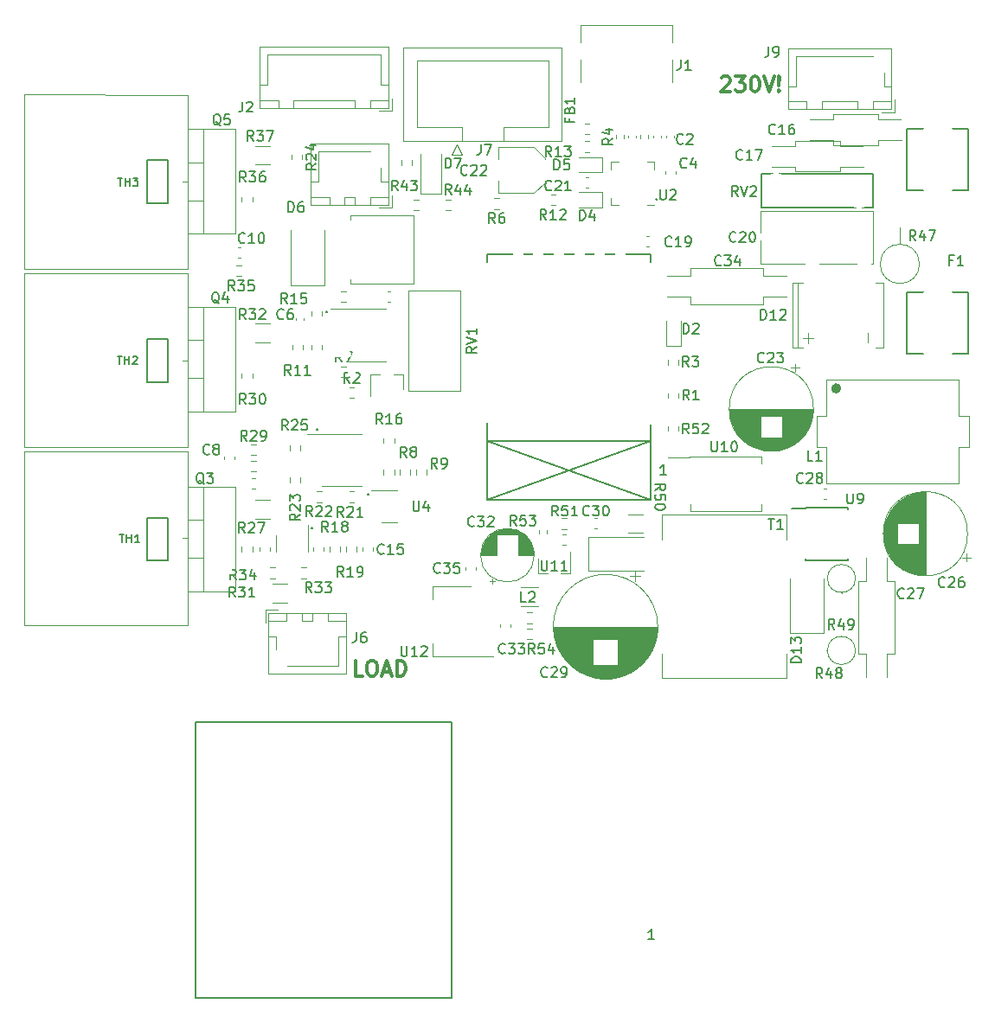
<source format=gto>
G04 #@! TF.GenerationSoftware,KiCad,Pcbnew,(5.1.10)-1*
G04 #@! TF.CreationDate,2021-10-26T21:04:21+02:00*
G04 #@! TF.ProjectId,Load,4c6f6164-2e6b-4696-9361-645f70636258,rev?*
G04 #@! TF.SameCoordinates,Original*
G04 #@! TF.FileFunction,Legend,Top*
G04 #@! TF.FilePolarity,Positive*
%FSLAX46Y46*%
G04 Gerber Fmt 4.6, Leading zero omitted, Abs format (unit mm)*
G04 Created by KiCad (PCBNEW (5.1.10)-1) date 2021-10-26 21:04:21*
%MOMM*%
%LPD*%
G01*
G04 APERTURE LIST*
%ADD10C,0.150000*%
%ADD11C,0.300000*%
%ADD12C,0.120000*%
%ADD13C,0.600000*%
%ADD14C,0.127000*%
%ADD15C,0.152400*%
%ADD16O,2.400000X2.400000*%
%ADD17C,2.400000*%
%ADD18C,3.000000*%
%ADD19C,2.700000*%
%ADD20C,1.700000*%
%ADD21C,1.440000*%
%ADD22C,5.600000*%
%ADD23C,1.600000*%
%ADD24R,1.600000X1.600000*%
%ADD25R,1.400000X2.000000*%
%ADD26C,1.800000*%
%ADD27C,1.400000*%
%ADD28O,1.000000X1.400000*%
%ADD29R,0.300000X1.450000*%
%ADD30R,1.500000X1.500000*%
%ADD31C,1.524000*%
%ADD32O,1.600000X1.600000*%
%ADD33R,0.800000X0.900000*%
%ADD34O,1.700000X2.000000*%
%ADD35O,1.700000X1.950000*%
%ADD36R,1.200000X0.900000*%
%ADD37R,2.000000X0.600000*%
%ADD38R,2.500000X2.500000*%
%ADD39O,2.000000X1.905000*%
%ADD40R,2.000000X1.905000*%
%ADD41R,3.000000X1.600000*%
%ADD42R,6.200000X5.800000*%
%ADD43O,1.700000X1.700000*%
%ADD44R,1.700000X1.700000*%
%ADD45C,6.400000*%
%ADD46R,1.800000X2.500000*%
%ADD47C,2.000000*%
%ADD48R,2.000000X2.000000*%
%ADD49R,2.000000X1.500000*%
%ADD50R,2.000000X3.800000*%
%ADD51C,1.050000*%
%ADD52R,2.500000X1.800000*%
%ADD53R,1.100000X2.500000*%
%ADD54R,2.500000X1.100000*%
G04 APERTURE END LIST*
D10*
X170935714Y-88802380D02*
X170364285Y-88802380D01*
X170650000Y-88802380D02*
X170650000Y-87802380D01*
X170554761Y-87945238D01*
X170459523Y-88040476D01*
X170364285Y-88088095D01*
X141750000Y-90657142D02*
X141797619Y-90704761D01*
X141750000Y-90752380D01*
X141702380Y-90704761D01*
X141750000Y-90657142D01*
X141750000Y-90752380D01*
X170000000Y-61757142D02*
X170047619Y-61804761D01*
X170000000Y-61852380D01*
X169952380Y-61804761D01*
X170000000Y-61757142D01*
X170000000Y-61852380D01*
X137700000Y-72807142D02*
X137747619Y-72854761D01*
X137700000Y-72902380D01*
X137652380Y-72854761D01*
X137700000Y-72807142D01*
X137700000Y-72902380D01*
X136750000Y-84307142D02*
X136797619Y-84354761D01*
X136750000Y-84402380D01*
X136702380Y-84354761D01*
X136750000Y-84307142D01*
X136750000Y-84402380D01*
X136250000Y-93957142D02*
X136297619Y-94004761D01*
X136250000Y-94052380D01*
X136202380Y-94004761D01*
X136250000Y-93957142D01*
X136250000Y-94052380D01*
D11*
X176342857Y-49921428D02*
X176414285Y-49850000D01*
X176557142Y-49778571D01*
X176914285Y-49778571D01*
X177057142Y-49850000D01*
X177128571Y-49921428D01*
X177200000Y-50064285D01*
X177200000Y-50207142D01*
X177128571Y-50421428D01*
X176271428Y-51278571D01*
X177200000Y-51278571D01*
X177700000Y-49778571D02*
X178628571Y-49778571D01*
X178128571Y-50350000D01*
X178342857Y-50350000D01*
X178485714Y-50421428D01*
X178557142Y-50492857D01*
X178628571Y-50635714D01*
X178628571Y-50992857D01*
X178557142Y-51135714D01*
X178485714Y-51207142D01*
X178342857Y-51278571D01*
X177914285Y-51278571D01*
X177771428Y-51207142D01*
X177700000Y-51135714D01*
X179557142Y-49778571D02*
X179700000Y-49778571D01*
X179842857Y-49850000D01*
X179914285Y-49921428D01*
X179985714Y-50064285D01*
X180057142Y-50350000D01*
X180057142Y-50707142D01*
X179985714Y-50992857D01*
X179914285Y-51135714D01*
X179842857Y-51207142D01*
X179700000Y-51278571D01*
X179557142Y-51278571D01*
X179414285Y-51207142D01*
X179342857Y-51135714D01*
X179271428Y-50992857D01*
X179200000Y-50707142D01*
X179200000Y-50350000D01*
X179271428Y-50064285D01*
X179342857Y-49921428D01*
X179414285Y-49850000D01*
X179557142Y-49778571D01*
X180485714Y-49778571D02*
X180985714Y-51278571D01*
X181485714Y-49778571D01*
X181985714Y-51135714D02*
X182057142Y-51207142D01*
X181985714Y-51278571D01*
X181914285Y-51207142D01*
X181985714Y-51135714D01*
X181985714Y-51278571D01*
X181985714Y-50707142D02*
X181914285Y-49850000D01*
X181985714Y-49778571D01*
X182057142Y-49850000D01*
X181985714Y-50707142D01*
X181985714Y-49778571D01*
D10*
X169767214Y-134246880D02*
X169195785Y-134246880D01*
X169481500Y-134246880D02*
X169481500Y-133246880D01*
X169386261Y-133389738D01*
X169291023Y-133484976D01*
X169195785Y-133532595D01*
D11*
X141235714Y-108478571D02*
X140521428Y-108478571D01*
X140521428Y-106978571D01*
X142021428Y-106978571D02*
X142307142Y-106978571D01*
X142450000Y-107050000D01*
X142592857Y-107192857D01*
X142664285Y-107478571D01*
X142664285Y-107978571D01*
X142592857Y-108264285D01*
X142450000Y-108407142D01*
X142307142Y-108478571D01*
X142021428Y-108478571D01*
X141878571Y-108407142D01*
X141735714Y-108264285D01*
X141664285Y-107978571D01*
X141664285Y-107478571D01*
X141735714Y-107192857D01*
X141878571Y-107050000D01*
X142021428Y-106978571D01*
X143235714Y-108050000D02*
X143950000Y-108050000D01*
X143092857Y-108478571D02*
X143592857Y-106978571D01*
X144092857Y-108478571D01*
X144592857Y-108478571D02*
X144592857Y-106978571D01*
X144950000Y-106978571D01*
X145164285Y-107050000D01*
X145307142Y-107192857D01*
X145378571Y-107335714D01*
X145450000Y-107621428D01*
X145450000Y-107835714D01*
X145378571Y-108121428D01*
X145307142Y-108264285D01*
X145164285Y-108407142D01*
X144950000Y-108478571D01*
X144592857Y-108478571D01*
D12*
X141581500Y-77658500D02*
X143531500Y-77658500D01*
X141581500Y-77658500D02*
X139631500Y-77658500D01*
X141581500Y-72538500D02*
X143531500Y-72538500D01*
X141581500Y-72538500D02*
X138131500Y-72538500D01*
X168403000Y-55829141D02*
X168403000Y-55521859D01*
X169163000Y-55829141D02*
X169163000Y-55521859D01*
X166053500Y-55829141D02*
X166053500Y-55521859D01*
X166813500Y-55829141D02*
X166813500Y-55521859D01*
X170413000Y-55581664D02*
X170413000Y-55797336D01*
X169693000Y-55581664D02*
X169693000Y-55797336D01*
X167969000Y-55567664D02*
X167969000Y-55783336D01*
X167249000Y-55567664D02*
X167249000Y-55783336D01*
X195722000Y-68135500D02*
G75*
G03*
X195722000Y-68135500I-1920000J0D01*
G01*
X193802000Y-66215500D02*
X193802000Y-64555500D01*
D10*
X194485000Y-54913000D02*
X194485000Y-60913000D01*
X194485000Y-70913000D02*
X200485000Y-70913000D01*
X194485000Y-76913000D02*
X194485000Y-70913000D01*
X194485000Y-60913000D02*
X200485000Y-60913000D01*
X200485000Y-76913000D02*
X197485000Y-76913000D01*
X200485000Y-54913000D02*
X197485000Y-54913000D01*
X200485000Y-60913000D02*
X200485000Y-54913000D01*
X200485000Y-70913000D02*
X200485000Y-76913000D01*
X197485000Y-76913000D02*
X194485000Y-76913000D01*
X197485000Y-54913000D02*
X194485000Y-54913000D01*
X124922000Y-139998600D02*
X124922000Y-112998400D01*
X149941000Y-139998600D02*
X124922000Y-139998600D01*
X149941000Y-112998400D02*
X149941000Y-139998600D01*
X124922000Y-112998400D02*
X149941000Y-112998400D01*
D12*
X150811500Y-70775000D02*
X150811500Y-80545000D01*
X145741500Y-70775000D02*
X145741500Y-80545000D01*
X150811500Y-70775000D02*
X145741500Y-70775000D01*
X150811500Y-80545000D02*
X145741500Y-80545000D01*
X157787258Y-103322500D02*
X157312742Y-103322500D01*
X157787258Y-102277500D02*
X157312742Y-102277500D01*
X135333000Y-57420742D02*
X135333000Y-57895258D01*
X134288000Y-57420742D02*
X134288000Y-57895258D01*
X139112742Y-78177500D02*
X139587258Y-78177500D01*
X139112742Y-79222500D02*
X139587258Y-79222500D01*
X154587258Y-62772500D02*
X154112742Y-62772500D01*
X154587258Y-61727500D02*
X154112742Y-61727500D01*
X139912742Y-80227500D02*
X140387258Y-80227500D01*
X139912742Y-81272500D02*
X140387258Y-81272500D01*
X172163000Y-80788742D02*
X172163000Y-81263258D01*
X171118000Y-80788742D02*
X171118000Y-81263258D01*
X145221500Y-56058500D02*
X145221500Y-46938500D01*
X145221500Y-46938500D02*
X160721500Y-46938500D01*
X160721500Y-46938500D02*
X160721500Y-56058500D01*
X160721500Y-56058500D02*
X145221500Y-56058500D01*
X150921500Y-56058500D02*
X150921500Y-54748500D01*
X150921500Y-54748500D02*
X146521500Y-54748500D01*
X146521500Y-54748500D02*
X146521500Y-48248500D01*
X146521500Y-48248500D02*
X159421500Y-48248500D01*
X159421500Y-48248500D02*
X159421500Y-54748500D01*
X159421500Y-54748500D02*
X155021500Y-54748500D01*
X155021500Y-54748500D02*
X155021500Y-54748500D01*
X155021500Y-54748500D02*
X155021500Y-56058500D01*
X150431500Y-56448500D02*
X149931500Y-57448500D01*
X149931500Y-57448500D02*
X150931500Y-57448500D01*
X150931500Y-57448500D02*
X150431500Y-56448500D01*
X186563000Y-79438500D02*
X199517000Y-79438500D01*
X199517000Y-89598500D02*
X186563000Y-89598500D01*
X185674000Y-86042500D02*
X185674000Y-82994500D01*
X185674000Y-82994500D02*
X186563000Y-82994500D01*
X185674000Y-86042500D02*
X186563000Y-86042500D01*
X199517000Y-86042500D02*
X200533000Y-86042500D01*
X200533000Y-86042500D02*
X200533000Y-82994500D01*
X200533000Y-82994500D02*
X199517000Y-82994500D01*
X186563000Y-79438500D02*
X186563000Y-82994500D01*
X186563000Y-86042500D02*
X186563000Y-89598500D01*
X199517000Y-89598500D02*
X199517000Y-86042500D01*
X199517000Y-82994500D02*
X199517000Y-79438500D01*
D13*
X187780609Y-80327500D02*
G75*
G03*
X187780609Y-80327500I-201609J0D01*
G01*
D12*
X191173100Y-65532000D02*
X191173100Y-68122800D01*
X191173100Y-68122800D02*
X180213000Y-68122800D01*
X180187600Y-68122800D02*
X180187600Y-62941200D01*
X180187600Y-62941200D02*
X191173100Y-62941200D01*
X191173100Y-62941200D02*
X191173100Y-65532000D01*
X185349000Y-82331500D02*
G75*
G03*
X185349000Y-82331500I-4120000J0D01*
G01*
X185309000Y-82331500D02*
X177149000Y-82331500D01*
X185309000Y-82371500D02*
X177149000Y-82371500D01*
X185309000Y-82411500D02*
X177149000Y-82411500D01*
X185308000Y-82451500D02*
X177150000Y-82451500D01*
X185306000Y-82491500D02*
X177152000Y-82491500D01*
X185305000Y-82531500D02*
X177153000Y-82531500D01*
X185303000Y-82571500D02*
X177155000Y-82571500D01*
X185300000Y-82611500D02*
X177158000Y-82611500D01*
X185297000Y-82651500D02*
X177161000Y-82651500D01*
X185294000Y-82691500D02*
X177164000Y-82691500D01*
X185290000Y-82731500D02*
X177168000Y-82731500D01*
X185286000Y-82771500D02*
X177172000Y-82771500D01*
X185281000Y-82811500D02*
X177177000Y-82811500D01*
X185277000Y-82851500D02*
X177181000Y-82851500D01*
X185271000Y-82891500D02*
X177187000Y-82891500D01*
X185266000Y-82931500D02*
X177192000Y-82931500D01*
X185259000Y-82971500D02*
X177199000Y-82971500D01*
X185253000Y-83011500D02*
X177205000Y-83011500D01*
X185246000Y-83052500D02*
X182269000Y-83052500D01*
X180189000Y-83052500D02*
X177212000Y-83052500D01*
X185239000Y-83092500D02*
X182269000Y-83092500D01*
X180189000Y-83092500D02*
X177219000Y-83092500D01*
X185231000Y-83132500D02*
X182269000Y-83132500D01*
X180189000Y-83132500D02*
X177227000Y-83132500D01*
X185223000Y-83172500D02*
X182269000Y-83172500D01*
X180189000Y-83172500D02*
X177235000Y-83172500D01*
X185214000Y-83212500D02*
X182269000Y-83212500D01*
X180189000Y-83212500D02*
X177244000Y-83212500D01*
X185205000Y-83252500D02*
X182269000Y-83252500D01*
X180189000Y-83252500D02*
X177253000Y-83252500D01*
X185196000Y-83292500D02*
X182269000Y-83292500D01*
X180189000Y-83292500D02*
X177262000Y-83292500D01*
X185186000Y-83332500D02*
X182269000Y-83332500D01*
X180189000Y-83332500D02*
X177272000Y-83332500D01*
X185176000Y-83372500D02*
X182269000Y-83372500D01*
X180189000Y-83372500D02*
X177282000Y-83372500D01*
X185165000Y-83412500D02*
X182269000Y-83412500D01*
X180189000Y-83412500D02*
X177293000Y-83412500D01*
X185154000Y-83452500D02*
X182269000Y-83452500D01*
X180189000Y-83452500D02*
X177304000Y-83452500D01*
X185143000Y-83492500D02*
X182269000Y-83492500D01*
X180189000Y-83492500D02*
X177315000Y-83492500D01*
X185131000Y-83532500D02*
X182269000Y-83532500D01*
X180189000Y-83532500D02*
X177327000Y-83532500D01*
X185118000Y-83572500D02*
X182269000Y-83572500D01*
X180189000Y-83572500D02*
X177340000Y-83572500D01*
X185106000Y-83612500D02*
X182269000Y-83612500D01*
X180189000Y-83612500D02*
X177352000Y-83612500D01*
X185092000Y-83652500D02*
X182269000Y-83652500D01*
X180189000Y-83652500D02*
X177366000Y-83652500D01*
X185079000Y-83692500D02*
X182269000Y-83692500D01*
X180189000Y-83692500D02*
X177379000Y-83692500D01*
X185064000Y-83732500D02*
X182269000Y-83732500D01*
X180189000Y-83732500D02*
X177394000Y-83732500D01*
X185050000Y-83772500D02*
X182269000Y-83772500D01*
X180189000Y-83772500D02*
X177408000Y-83772500D01*
X185034000Y-83812500D02*
X182269000Y-83812500D01*
X180189000Y-83812500D02*
X177424000Y-83812500D01*
X185019000Y-83852500D02*
X182269000Y-83852500D01*
X180189000Y-83852500D02*
X177439000Y-83852500D01*
X185003000Y-83892500D02*
X182269000Y-83892500D01*
X180189000Y-83892500D02*
X177455000Y-83892500D01*
X184986000Y-83932500D02*
X182269000Y-83932500D01*
X180189000Y-83932500D02*
X177472000Y-83932500D01*
X184969000Y-83972500D02*
X182269000Y-83972500D01*
X180189000Y-83972500D02*
X177489000Y-83972500D01*
X184951000Y-84012500D02*
X182269000Y-84012500D01*
X180189000Y-84012500D02*
X177507000Y-84012500D01*
X184933000Y-84052500D02*
X182269000Y-84052500D01*
X180189000Y-84052500D02*
X177525000Y-84052500D01*
X184915000Y-84092500D02*
X182269000Y-84092500D01*
X180189000Y-84092500D02*
X177543000Y-84092500D01*
X184895000Y-84132500D02*
X182269000Y-84132500D01*
X180189000Y-84132500D02*
X177563000Y-84132500D01*
X184876000Y-84172500D02*
X182269000Y-84172500D01*
X180189000Y-84172500D02*
X177582000Y-84172500D01*
X184856000Y-84212500D02*
X182269000Y-84212500D01*
X180189000Y-84212500D02*
X177602000Y-84212500D01*
X184835000Y-84252500D02*
X182269000Y-84252500D01*
X180189000Y-84252500D02*
X177623000Y-84252500D01*
X184813000Y-84292500D02*
X182269000Y-84292500D01*
X180189000Y-84292500D02*
X177645000Y-84292500D01*
X184791000Y-84332500D02*
X182269000Y-84332500D01*
X180189000Y-84332500D02*
X177667000Y-84332500D01*
X184769000Y-84372500D02*
X182269000Y-84372500D01*
X180189000Y-84372500D02*
X177689000Y-84372500D01*
X184746000Y-84412500D02*
X182269000Y-84412500D01*
X180189000Y-84412500D02*
X177712000Y-84412500D01*
X184722000Y-84452500D02*
X182269000Y-84452500D01*
X180189000Y-84452500D02*
X177736000Y-84452500D01*
X184698000Y-84492500D02*
X182269000Y-84492500D01*
X180189000Y-84492500D02*
X177760000Y-84492500D01*
X184673000Y-84532500D02*
X182269000Y-84532500D01*
X180189000Y-84532500D02*
X177785000Y-84532500D01*
X184647000Y-84572500D02*
X182269000Y-84572500D01*
X180189000Y-84572500D02*
X177811000Y-84572500D01*
X184621000Y-84612500D02*
X182269000Y-84612500D01*
X180189000Y-84612500D02*
X177837000Y-84612500D01*
X184594000Y-84652500D02*
X182269000Y-84652500D01*
X180189000Y-84652500D02*
X177864000Y-84652500D01*
X184567000Y-84692500D02*
X182269000Y-84692500D01*
X180189000Y-84692500D02*
X177891000Y-84692500D01*
X184538000Y-84732500D02*
X182269000Y-84732500D01*
X180189000Y-84732500D02*
X177920000Y-84732500D01*
X184509000Y-84772500D02*
X182269000Y-84772500D01*
X180189000Y-84772500D02*
X177949000Y-84772500D01*
X184479000Y-84812500D02*
X182269000Y-84812500D01*
X180189000Y-84812500D02*
X177979000Y-84812500D01*
X184449000Y-84852500D02*
X182269000Y-84852500D01*
X180189000Y-84852500D02*
X178009000Y-84852500D01*
X184418000Y-84892500D02*
X182269000Y-84892500D01*
X180189000Y-84892500D02*
X178040000Y-84892500D01*
X184385000Y-84932500D02*
X182269000Y-84932500D01*
X180189000Y-84932500D02*
X178073000Y-84932500D01*
X184353000Y-84972500D02*
X182269000Y-84972500D01*
X180189000Y-84972500D02*
X178105000Y-84972500D01*
X184319000Y-85012500D02*
X182269000Y-85012500D01*
X180189000Y-85012500D02*
X178139000Y-85012500D01*
X184284000Y-85052500D02*
X182269000Y-85052500D01*
X180189000Y-85052500D02*
X178174000Y-85052500D01*
X184248000Y-85092500D02*
X182269000Y-85092500D01*
X180189000Y-85092500D02*
X178210000Y-85092500D01*
X184212000Y-85132500D02*
X178246000Y-85132500D01*
X184174000Y-85172500D02*
X178284000Y-85172500D01*
X184136000Y-85212500D02*
X178322000Y-85212500D01*
X184096000Y-85252500D02*
X178362000Y-85252500D01*
X184055000Y-85292500D02*
X178403000Y-85292500D01*
X184013000Y-85332500D02*
X178445000Y-85332500D01*
X183970000Y-85372500D02*
X178488000Y-85372500D01*
X183926000Y-85412500D02*
X178532000Y-85412500D01*
X183880000Y-85452500D02*
X178578000Y-85452500D01*
X183833000Y-85492500D02*
X178625000Y-85492500D01*
X183785000Y-85532500D02*
X178673000Y-85532500D01*
X183734000Y-85572500D02*
X178724000Y-85572500D01*
X183683000Y-85612500D02*
X178775000Y-85612500D01*
X183629000Y-85652500D02*
X178829000Y-85652500D01*
X183574000Y-85692500D02*
X178884000Y-85692500D01*
X183516000Y-85732500D02*
X178942000Y-85732500D01*
X183457000Y-85772500D02*
X179001000Y-85772500D01*
X183395000Y-85812500D02*
X179063000Y-85812500D01*
X183331000Y-85852500D02*
X179127000Y-85852500D01*
X183263000Y-85892500D02*
X179195000Y-85892500D01*
X183193000Y-85932500D02*
X179265000Y-85932500D01*
X183119000Y-85972500D02*
X179339000Y-85972500D01*
X183042000Y-86012500D02*
X179416000Y-86012500D01*
X182960000Y-86052500D02*
X179498000Y-86052500D01*
X182874000Y-86092500D02*
X179584000Y-86092500D01*
X182781000Y-86132500D02*
X179677000Y-86132500D01*
X182682000Y-86172500D02*
X179776000Y-86172500D01*
X182575000Y-86212500D02*
X179883000Y-86212500D01*
X182458000Y-86252500D02*
X180000000Y-86252500D01*
X182327000Y-86292500D02*
X180131000Y-86292500D01*
X182177000Y-86332500D02*
X180281000Y-86332500D01*
X181997000Y-86372500D02*
X180461000Y-86372500D01*
X181762000Y-86412500D02*
X180696000Y-86412500D01*
X183544000Y-77921802D02*
X183544000Y-78721802D01*
X183944000Y-78321802D02*
X183144000Y-78321802D01*
X183324500Y-76327000D02*
X183324500Y-69977000D01*
X183324500Y-69977000D02*
X184340500Y-69977000D01*
X183832500Y-69977000D02*
X183832500Y-76327000D01*
X184340500Y-76327000D02*
X183324500Y-76327000D01*
X191452500Y-76327000D02*
X192214500Y-76327000D01*
X192214500Y-76327000D02*
X192214500Y-69977000D01*
X192214500Y-69977000D02*
X191452500Y-69977000D01*
X184340500Y-75438000D02*
X185356500Y-75438000D01*
X184848500Y-75819000D02*
X184848500Y-75057000D01*
X184848500Y-75946000D02*
X184848500Y-74930000D01*
X190690500Y-75819000D02*
X190690500Y-74930000D01*
D10*
X191198500Y-59309000D02*
X180276500Y-59309000D01*
X191198500Y-62611000D02*
X180276500Y-62611000D01*
X180276500Y-62611000D02*
X180276500Y-59309000D01*
X191198500Y-62611000D02*
X191198500Y-59309000D01*
D12*
X183524000Y-58610500D02*
X181238000Y-58610500D01*
X183524000Y-59094500D02*
X183524000Y-58610500D01*
X187974000Y-59094500D02*
X183524000Y-59094500D01*
X187974000Y-58610500D02*
X187974000Y-59094500D01*
X190224000Y-58610500D02*
X187974000Y-58610500D01*
X183531000Y-56578500D02*
X181245000Y-56578500D01*
X183524000Y-56094500D02*
X183524000Y-56578500D01*
X187974000Y-56578500D02*
X190133000Y-56578500D01*
X187974000Y-56094500D02*
X187974000Y-56578500D01*
X183524000Y-56094500D02*
X187974000Y-56094500D01*
X187270500Y-56007000D02*
X184984500Y-56007000D01*
X187270500Y-56491000D02*
X187270500Y-56007000D01*
X191720500Y-56491000D02*
X187270500Y-56491000D01*
X191720500Y-56007000D02*
X191720500Y-56491000D01*
X193970500Y-56007000D02*
X191720500Y-56007000D01*
X187277500Y-53975000D02*
X184991500Y-53975000D01*
X187270500Y-53491000D02*
X187270500Y-53975000D01*
X191720500Y-53975000D02*
X193879500Y-53975000D01*
X191720500Y-53491000D02*
X191720500Y-53975000D01*
X187270500Y-53491000D02*
X191720500Y-53491000D01*
X171559000Y-50325500D02*
X171559000Y-48175500D01*
X162559000Y-48175500D02*
X162559000Y-50325500D01*
X171559000Y-44725500D02*
X162559000Y-44725500D01*
X171559000Y-44725500D02*
X171559000Y-46475500D01*
X162559000Y-44725500D02*
X162559000Y-46475500D01*
X132790000Y-95500000D02*
X132790000Y-96300000D01*
X132790000Y-95500000D02*
X132790000Y-94700000D01*
X135910000Y-95500000D02*
X135910000Y-96300000D01*
X135910000Y-95500000D02*
X135910000Y-93700000D01*
X146477500Y-88787258D02*
X146477500Y-88312742D01*
X147522500Y-88787258D02*
X147522500Y-88312742D01*
X145019500Y-58466758D02*
X145019500Y-57992242D01*
X146064500Y-58466758D02*
X146064500Y-57992242D01*
X162957742Y-56119500D02*
X163432258Y-56119500D01*
X162957742Y-57164500D02*
X163432258Y-57164500D01*
X173200000Y-87062000D02*
X173200000Y-86992000D01*
X180220000Y-86992000D02*
X173200000Y-86992000D01*
X173280000Y-92332000D02*
X180220000Y-92332000D01*
X180220000Y-86992000D02*
X180220000Y-87662000D01*
X180220000Y-91662000D02*
X180220000Y-92332000D01*
X173280000Y-91662000D02*
X173280000Y-92332000D01*
X173200000Y-87062000D02*
X171110000Y-87062000D01*
X170497500Y-108712000D02*
X170497500Y-106299000D01*
X182689500Y-108712000D02*
X182689500Y-106299000D01*
X170497500Y-108712000D02*
X182689500Y-108712000D01*
X170497500Y-92710000D02*
X170497500Y-95123000D01*
X182689500Y-92710000D02*
X182689500Y-95123000D01*
X170497500Y-92710000D02*
X182689500Y-92710000D01*
X189457000Y-98933000D02*
G75*
G03*
X189457000Y-98933000I-1370000J0D01*
G01*
X188087000Y-100303000D02*
X188087000Y-100373000D01*
X189457000Y-105981500D02*
G75*
G03*
X189457000Y-105981500I-1370000J0D01*
G01*
X186717000Y-105981500D02*
X186647000Y-105981500D01*
X180403500Y-72136000D02*
X173291500Y-72136000D01*
X173291500Y-72136000D02*
X173291500Y-71374000D01*
X173291500Y-71374000D02*
X171132500Y-71374000D01*
X180403500Y-72136000D02*
X180403500Y-71374000D01*
X180403500Y-71374000D02*
X182689500Y-71374000D01*
X171132500Y-71374000D02*
X171005500Y-71374000D01*
X171005500Y-69342000D02*
X173291500Y-69342000D01*
X173291500Y-69342000D02*
X173291500Y-68580000D01*
X173291500Y-68580000D02*
X180403500Y-68580000D01*
X180403500Y-68580000D02*
X180403500Y-69342000D01*
X180403500Y-69342000D02*
X182689500Y-69342000D01*
X139577500Y-96287258D02*
X139577500Y-95812742D01*
X140622500Y-96287258D02*
X140622500Y-95812742D01*
X152310000Y-97809420D02*
X152310000Y-98090580D01*
X151290000Y-97809420D02*
X151290000Y-98090580D01*
X149362742Y-61827500D02*
X149837258Y-61827500D01*
X149362742Y-62872500D02*
X149837258Y-62872500D01*
X145180000Y-78940000D02*
X144250000Y-78940000D01*
X142020000Y-78940000D02*
X142950000Y-78940000D01*
X142020000Y-78940000D02*
X142020000Y-81100000D01*
X145180000Y-78940000D02*
X145180000Y-80400000D01*
X144081500Y-62648500D02*
X144081500Y-61398500D01*
X142831500Y-62648500D02*
X144081500Y-62648500D01*
X136931500Y-57148500D02*
X139981500Y-57148500D01*
X136931500Y-60098500D02*
X136931500Y-57148500D01*
X136181500Y-60098500D02*
X136931500Y-60098500D01*
X139981500Y-57148500D02*
X141971500Y-57148500D01*
X143031500Y-60098500D02*
X143031500Y-58758500D01*
X143781500Y-60098500D02*
X143031500Y-60098500D01*
X136181500Y-62348500D02*
X137981500Y-62348500D01*
X136181500Y-61598500D02*
X136181500Y-62348500D01*
X137981500Y-61598500D02*
X136181500Y-61598500D01*
X137981500Y-62348500D02*
X137981500Y-61598500D01*
X141981500Y-62348500D02*
X143781500Y-62348500D01*
X141981500Y-61598500D02*
X141981500Y-62348500D01*
X143781500Y-61598500D02*
X141981500Y-61598500D01*
X143781500Y-62348500D02*
X143781500Y-61598500D01*
X139481500Y-62348500D02*
X140481500Y-62348500D01*
X139481500Y-61598500D02*
X139481500Y-62348500D01*
X140481500Y-61598500D02*
X139481500Y-61598500D01*
X140481500Y-62348500D02*
X140481500Y-61598500D01*
X136171500Y-62358500D02*
X143791500Y-62358500D01*
X136171500Y-56388500D02*
X136171500Y-62358500D01*
X143791500Y-56388500D02*
X136171500Y-56388500D01*
X143791500Y-62358500D02*
X143791500Y-56388500D01*
X143791500Y-52879000D02*
X143791500Y-46909000D01*
X143791500Y-46909000D02*
X131171500Y-46909000D01*
X131171500Y-46909000D02*
X131171500Y-52879000D01*
X131171500Y-52879000D02*
X143791500Y-52879000D01*
X140481500Y-52869000D02*
X140481500Y-52119000D01*
X140481500Y-52119000D02*
X134481500Y-52119000D01*
X134481500Y-52119000D02*
X134481500Y-52869000D01*
X134481500Y-52869000D02*
X140481500Y-52869000D01*
X143781500Y-52869000D02*
X143781500Y-52119000D01*
X143781500Y-52119000D02*
X141981500Y-52119000D01*
X141981500Y-52119000D02*
X141981500Y-52869000D01*
X141981500Y-52869000D02*
X143781500Y-52869000D01*
X132981500Y-52869000D02*
X132981500Y-52119000D01*
X132981500Y-52119000D02*
X131181500Y-52119000D01*
X131181500Y-52119000D02*
X131181500Y-52869000D01*
X131181500Y-52869000D02*
X132981500Y-52869000D01*
X143781500Y-50619000D02*
X143031500Y-50619000D01*
X143031500Y-50619000D02*
X143031500Y-47669000D01*
X143031500Y-47669000D02*
X137481500Y-47669000D01*
X131181500Y-50619000D02*
X131931500Y-50619000D01*
X131931500Y-50619000D02*
X131931500Y-47669000D01*
X131931500Y-47669000D02*
X137481500Y-47669000D01*
X142831500Y-53169000D02*
X144081500Y-53169000D01*
X144081500Y-53169000D02*
X144081500Y-51919000D01*
X146900000Y-61250000D02*
X148900000Y-61250000D01*
X148900000Y-61250000D02*
X148900000Y-57350000D01*
X146900000Y-61250000D02*
X146900000Y-57350000D01*
D10*
X184587000Y-91994500D02*
X184587000Y-92044500D01*
X188737000Y-91994500D02*
X188737000Y-92139500D01*
X188737000Y-97144500D02*
X188737000Y-96999500D01*
X184587000Y-97144500D02*
X184587000Y-96999500D01*
X184587000Y-91994500D02*
X188737000Y-91994500D01*
X184587000Y-97144500D02*
X188737000Y-97144500D01*
X184587000Y-92044500D02*
X183187000Y-92044500D01*
D12*
X139218500Y-89911500D02*
X141168500Y-89911500D01*
X139218500Y-89911500D02*
X137268500Y-89911500D01*
X139218500Y-84791500D02*
X141168500Y-84791500D01*
X139218500Y-84791500D02*
X135768500Y-84791500D01*
X143850000Y-93460000D02*
X144650000Y-93460000D01*
X143850000Y-93460000D02*
X143050000Y-93460000D01*
X143850000Y-90340000D02*
X144650000Y-90340000D01*
X143850000Y-90340000D02*
X142050000Y-90340000D01*
X166274000Y-62385500D02*
X165549000Y-62385500D01*
X165549000Y-62385500D02*
X165549000Y-61660500D01*
X169044000Y-58165500D02*
X169769000Y-58165500D01*
X169769000Y-58165500D02*
X169769000Y-58890500D01*
X166274000Y-58165500D02*
X165549000Y-58165500D01*
X165549000Y-58165500D02*
X165549000Y-58890500D01*
X169044000Y-62385500D02*
X169769000Y-62385500D01*
X159230000Y-94196359D02*
X159230000Y-94503641D01*
X158470000Y-94196359D02*
X158470000Y-94503641D01*
X172163000Y-84027242D02*
X172163000Y-84501758D01*
X171118000Y-84027242D02*
X171118000Y-84501758D01*
X167222936Y-92640000D02*
X168677064Y-92640000D01*
X167222936Y-94460000D02*
X168677064Y-94460000D01*
X132158564Y-58408500D02*
X130704436Y-58408500D01*
X132158564Y-56588500D02*
X130704436Y-56588500D01*
X132158564Y-75808500D02*
X130704436Y-75808500D01*
X132158564Y-73988500D02*
X130704436Y-73988500D01*
X132410436Y-99490000D02*
X133864564Y-99490000D01*
X132410436Y-101310000D02*
X133864564Y-101310000D01*
X132158564Y-93060000D02*
X130704436Y-93060000D01*
X132158564Y-91240000D02*
X130704436Y-91240000D01*
X137977500Y-96287258D02*
X137977500Y-95812742D01*
X139022500Y-96287258D02*
X139022500Y-95812742D01*
X124161500Y-65178500D02*
X124161500Y-54938500D01*
X128802500Y-65178500D02*
X128802500Y-54938500D01*
X124161500Y-65178500D02*
X128802500Y-65178500D01*
X124161500Y-54938500D02*
X128802500Y-54938500D01*
X125671500Y-65178500D02*
X125671500Y-54938500D01*
X124161500Y-61908500D02*
X125671500Y-61908500D01*
X124161500Y-58207500D02*
X125671500Y-58207500D01*
X124161500Y-100178500D02*
X124161500Y-89938500D01*
X128802500Y-100178500D02*
X128802500Y-89938500D01*
X124161500Y-100178500D02*
X128802500Y-100178500D01*
X124161500Y-89938500D02*
X128802500Y-89938500D01*
X125671500Y-100178500D02*
X125671500Y-89938500D01*
X124161500Y-96908500D02*
X125671500Y-96908500D01*
X124161500Y-93207500D02*
X125671500Y-93207500D01*
X140031500Y-70098500D02*
X146231500Y-70098500D01*
X146231500Y-70098500D02*
X146231500Y-63398500D01*
X146231500Y-63398500D02*
X140031500Y-63398500D01*
X140031500Y-63398500D02*
X140031500Y-70098500D01*
X138731500Y-64998500D02*
X138731500Y-68498500D01*
X139531500Y-69498500D02*
X140031500Y-69498500D01*
X139581500Y-63998500D02*
X140031500Y-63998500D01*
X139581500Y-63998500D02*
X138731500Y-64998500D01*
X139531500Y-69498500D02*
X138731500Y-68498500D01*
X131706500Y-102025000D02*
X131706500Y-103275000D01*
X132956500Y-102025000D02*
X131706500Y-102025000D01*
X138856500Y-107525000D02*
X135806500Y-107525000D01*
X138856500Y-104575000D02*
X138856500Y-107525000D01*
X139606500Y-104575000D02*
X138856500Y-104575000D01*
X135806500Y-107525000D02*
X133816500Y-107525000D01*
X132756500Y-104575000D02*
X132756500Y-105915000D01*
X132006500Y-104575000D02*
X132756500Y-104575000D01*
X139606500Y-102325000D02*
X137806500Y-102325000D01*
X139606500Y-103075000D02*
X139606500Y-102325000D01*
X137806500Y-103075000D02*
X139606500Y-103075000D01*
X137806500Y-102325000D02*
X137806500Y-103075000D01*
X133806500Y-102325000D02*
X132006500Y-102325000D01*
X133806500Y-103075000D02*
X133806500Y-102325000D01*
X132006500Y-103075000D02*
X133806500Y-103075000D01*
X132006500Y-102325000D02*
X132006500Y-103075000D01*
X136306500Y-102325000D02*
X135306500Y-102325000D01*
X136306500Y-103075000D02*
X136306500Y-102325000D01*
X135306500Y-103075000D02*
X136306500Y-103075000D01*
X135306500Y-102325000D02*
X135306500Y-103075000D01*
X139616500Y-102315000D02*
X131996500Y-102315000D01*
X139616500Y-108285000D02*
X139616500Y-102315000D01*
X131996500Y-108285000D02*
X139616500Y-108285000D01*
X131996500Y-102315000D02*
X131996500Y-108285000D01*
X183071500Y-104301500D02*
X186371500Y-104301500D01*
X186371500Y-104301500D02*
X186371500Y-98901500D01*
X183071500Y-104301500D02*
X183071500Y-98901500D01*
X134231500Y-70198500D02*
X137531500Y-70198500D01*
X137531500Y-70198500D02*
X137531500Y-64798500D01*
X134231500Y-70198500D02*
X134231500Y-64798500D01*
X162395000Y-59155000D02*
X164680000Y-59155000D01*
X164680000Y-59155000D02*
X164680000Y-57685000D01*
X164680000Y-57685000D02*
X162395000Y-57685000D01*
X162395000Y-62584000D02*
X164680000Y-62584000D01*
X164680000Y-62584000D02*
X164680000Y-61114000D01*
X164680000Y-61114000D02*
X162395000Y-61114000D01*
X170905500Y-73685500D02*
X170905500Y-76145500D01*
X170905500Y-76145500D02*
X172375500Y-76145500D01*
X172375500Y-76145500D02*
X172375500Y-73685500D01*
X158020000Y-96650000D02*
G75*
G03*
X158020000Y-96650000I-2620000J0D01*
G01*
X156440000Y-96650000D02*
X157980000Y-96650000D01*
X152820000Y-96650000D02*
X154360000Y-96650000D01*
X156440000Y-96610000D02*
X157980000Y-96610000D01*
X152820000Y-96610000D02*
X154360000Y-96610000D01*
X152821000Y-96570000D02*
X154360000Y-96570000D01*
X156440000Y-96570000D02*
X157979000Y-96570000D01*
X152822000Y-96530000D02*
X154360000Y-96530000D01*
X156440000Y-96530000D02*
X157978000Y-96530000D01*
X152824000Y-96490000D02*
X154360000Y-96490000D01*
X156440000Y-96490000D02*
X157976000Y-96490000D01*
X152827000Y-96450000D02*
X154360000Y-96450000D01*
X156440000Y-96450000D02*
X157973000Y-96450000D01*
X152831000Y-96410000D02*
X154360000Y-96410000D01*
X156440000Y-96410000D02*
X157969000Y-96410000D01*
X152835000Y-96370000D02*
X154360000Y-96370000D01*
X156440000Y-96370000D02*
X157965000Y-96370000D01*
X152839000Y-96330000D02*
X154360000Y-96330000D01*
X156440000Y-96330000D02*
X157961000Y-96330000D01*
X152844000Y-96290000D02*
X154360000Y-96290000D01*
X156440000Y-96290000D02*
X157956000Y-96290000D01*
X152850000Y-96250000D02*
X154360000Y-96250000D01*
X156440000Y-96250000D02*
X157950000Y-96250000D01*
X152857000Y-96210000D02*
X154360000Y-96210000D01*
X156440000Y-96210000D02*
X157943000Y-96210000D01*
X152864000Y-96170000D02*
X154360000Y-96170000D01*
X156440000Y-96170000D02*
X157936000Y-96170000D01*
X152872000Y-96130000D02*
X154360000Y-96130000D01*
X156440000Y-96130000D02*
X157928000Y-96130000D01*
X152880000Y-96090000D02*
X154360000Y-96090000D01*
X156440000Y-96090000D02*
X157920000Y-96090000D01*
X152889000Y-96050000D02*
X154360000Y-96050000D01*
X156440000Y-96050000D02*
X157911000Y-96050000D01*
X152899000Y-96010000D02*
X154360000Y-96010000D01*
X156440000Y-96010000D02*
X157901000Y-96010000D01*
X152909000Y-95970000D02*
X154360000Y-95970000D01*
X156440000Y-95970000D02*
X157891000Y-95970000D01*
X152920000Y-95929000D02*
X154360000Y-95929000D01*
X156440000Y-95929000D02*
X157880000Y-95929000D01*
X152932000Y-95889000D02*
X154360000Y-95889000D01*
X156440000Y-95889000D02*
X157868000Y-95889000D01*
X152945000Y-95849000D02*
X154360000Y-95849000D01*
X156440000Y-95849000D02*
X157855000Y-95849000D01*
X152958000Y-95809000D02*
X154360000Y-95809000D01*
X156440000Y-95809000D02*
X157842000Y-95809000D01*
X152972000Y-95769000D02*
X154360000Y-95769000D01*
X156440000Y-95769000D02*
X157828000Y-95769000D01*
X152986000Y-95729000D02*
X154360000Y-95729000D01*
X156440000Y-95729000D02*
X157814000Y-95729000D01*
X153002000Y-95689000D02*
X154360000Y-95689000D01*
X156440000Y-95689000D02*
X157798000Y-95689000D01*
X153018000Y-95649000D02*
X154360000Y-95649000D01*
X156440000Y-95649000D02*
X157782000Y-95649000D01*
X153035000Y-95609000D02*
X154360000Y-95609000D01*
X156440000Y-95609000D02*
X157765000Y-95609000D01*
X153052000Y-95569000D02*
X154360000Y-95569000D01*
X156440000Y-95569000D02*
X157748000Y-95569000D01*
X153071000Y-95529000D02*
X154360000Y-95529000D01*
X156440000Y-95529000D02*
X157729000Y-95529000D01*
X153090000Y-95489000D02*
X154360000Y-95489000D01*
X156440000Y-95489000D02*
X157710000Y-95489000D01*
X153110000Y-95449000D02*
X154360000Y-95449000D01*
X156440000Y-95449000D02*
X157690000Y-95449000D01*
X153132000Y-95409000D02*
X154360000Y-95409000D01*
X156440000Y-95409000D02*
X157668000Y-95409000D01*
X153153000Y-95369000D02*
X154360000Y-95369000D01*
X156440000Y-95369000D02*
X157647000Y-95369000D01*
X153176000Y-95329000D02*
X154360000Y-95329000D01*
X156440000Y-95329000D02*
X157624000Y-95329000D01*
X153200000Y-95289000D02*
X154360000Y-95289000D01*
X156440000Y-95289000D02*
X157600000Y-95289000D01*
X153225000Y-95249000D02*
X154360000Y-95249000D01*
X156440000Y-95249000D02*
X157575000Y-95249000D01*
X153251000Y-95209000D02*
X154360000Y-95209000D01*
X156440000Y-95209000D02*
X157549000Y-95209000D01*
X153278000Y-95169000D02*
X154360000Y-95169000D01*
X156440000Y-95169000D02*
X157522000Y-95169000D01*
X153305000Y-95129000D02*
X154360000Y-95129000D01*
X156440000Y-95129000D02*
X157495000Y-95129000D01*
X153335000Y-95089000D02*
X154360000Y-95089000D01*
X156440000Y-95089000D02*
X157465000Y-95089000D01*
X153365000Y-95049000D02*
X154360000Y-95049000D01*
X156440000Y-95049000D02*
X157435000Y-95049000D01*
X153396000Y-95009000D02*
X154360000Y-95009000D01*
X156440000Y-95009000D02*
X157404000Y-95009000D01*
X153429000Y-94969000D02*
X154360000Y-94969000D01*
X156440000Y-94969000D02*
X157371000Y-94969000D01*
X153463000Y-94929000D02*
X154360000Y-94929000D01*
X156440000Y-94929000D02*
X157337000Y-94929000D01*
X153499000Y-94889000D02*
X154360000Y-94889000D01*
X156440000Y-94889000D02*
X157301000Y-94889000D01*
X153536000Y-94849000D02*
X154360000Y-94849000D01*
X156440000Y-94849000D02*
X157264000Y-94849000D01*
X153574000Y-94809000D02*
X154360000Y-94809000D01*
X156440000Y-94809000D02*
X157226000Y-94809000D01*
X153615000Y-94769000D02*
X154360000Y-94769000D01*
X156440000Y-94769000D02*
X157185000Y-94769000D01*
X153657000Y-94729000D02*
X154360000Y-94729000D01*
X156440000Y-94729000D02*
X157143000Y-94729000D01*
X153701000Y-94689000D02*
X154360000Y-94689000D01*
X156440000Y-94689000D02*
X157099000Y-94689000D01*
X153747000Y-94649000D02*
X154360000Y-94649000D01*
X156440000Y-94649000D02*
X157053000Y-94649000D01*
X153795000Y-94609000D02*
X157005000Y-94609000D01*
X153846000Y-94569000D02*
X156954000Y-94569000D01*
X153900000Y-94529000D02*
X156900000Y-94529000D01*
X153957000Y-94489000D02*
X156843000Y-94489000D01*
X154017000Y-94449000D02*
X156783000Y-94449000D01*
X154081000Y-94409000D02*
X156719000Y-94409000D01*
X154149000Y-94369000D02*
X156651000Y-94369000D01*
X154222000Y-94329000D02*
X156578000Y-94329000D01*
X154302000Y-94289000D02*
X156498000Y-94289000D01*
X154389000Y-94249000D02*
X156411000Y-94249000D01*
X154485000Y-94209000D02*
X156315000Y-94209000D01*
X154595000Y-94169000D02*
X156205000Y-94169000D01*
X154723000Y-94129000D02*
X156077000Y-94129000D01*
X154882000Y-94089000D02*
X155918000Y-94089000D01*
X155116000Y-94049000D02*
X155684000Y-94049000D01*
X153925000Y-99454775D02*
X153925000Y-98954775D01*
X153675000Y-99204775D02*
X154175000Y-99204775D01*
X161090580Y-95660000D02*
X160809420Y-95660000D01*
X161090580Y-94640000D02*
X160809420Y-94640000D01*
X170120000Y-103650000D02*
G75*
G03*
X170120000Y-103650000I-5120000J0D01*
G01*
X170080000Y-103650000D02*
X159920000Y-103650000D01*
X170080000Y-103690000D02*
X159920000Y-103690000D01*
X170080000Y-103730000D02*
X159920000Y-103730000D01*
X170079000Y-103770000D02*
X159921000Y-103770000D01*
X170078000Y-103810000D02*
X159922000Y-103810000D01*
X170077000Y-103850000D02*
X159923000Y-103850000D01*
X170075000Y-103890000D02*
X159925000Y-103890000D01*
X170073000Y-103930000D02*
X159927000Y-103930000D01*
X170070000Y-103970000D02*
X159930000Y-103970000D01*
X170068000Y-104010000D02*
X159932000Y-104010000D01*
X170065000Y-104050000D02*
X159935000Y-104050000D01*
X170062000Y-104090000D02*
X159938000Y-104090000D01*
X170058000Y-104130000D02*
X159942000Y-104130000D01*
X170054000Y-104170000D02*
X159946000Y-104170000D01*
X170050000Y-104210000D02*
X159950000Y-104210000D01*
X170045000Y-104250000D02*
X159955000Y-104250000D01*
X170040000Y-104290000D02*
X159960000Y-104290000D01*
X170035000Y-104330000D02*
X159965000Y-104330000D01*
X170030000Y-104371000D02*
X159970000Y-104371000D01*
X170024000Y-104411000D02*
X159976000Y-104411000D01*
X170018000Y-104451000D02*
X159982000Y-104451000D01*
X170011000Y-104491000D02*
X159989000Y-104491000D01*
X170004000Y-104531000D02*
X159996000Y-104531000D01*
X169997000Y-104571000D02*
X160003000Y-104571000D01*
X169990000Y-104611000D02*
X160010000Y-104611000D01*
X169982000Y-104651000D02*
X160018000Y-104651000D01*
X169974000Y-104691000D02*
X160026000Y-104691000D01*
X169965000Y-104731000D02*
X160035000Y-104731000D01*
X169956000Y-104771000D02*
X160044000Y-104771000D01*
X169947000Y-104811000D02*
X160053000Y-104811000D01*
X169938000Y-104851000D02*
X160062000Y-104851000D01*
X169928000Y-104891000D02*
X160072000Y-104891000D01*
X169918000Y-104931000D02*
X166241000Y-104931000D01*
X163759000Y-104931000D02*
X160082000Y-104931000D01*
X169907000Y-104971000D02*
X166241000Y-104971000D01*
X163759000Y-104971000D02*
X160093000Y-104971000D01*
X169897000Y-105011000D02*
X166241000Y-105011000D01*
X163759000Y-105011000D02*
X160103000Y-105011000D01*
X169885000Y-105051000D02*
X166241000Y-105051000D01*
X163759000Y-105051000D02*
X160115000Y-105051000D01*
X169874000Y-105091000D02*
X166241000Y-105091000D01*
X163759000Y-105091000D02*
X160126000Y-105091000D01*
X169862000Y-105131000D02*
X166241000Y-105131000D01*
X163759000Y-105131000D02*
X160138000Y-105131000D01*
X169850000Y-105171000D02*
X166241000Y-105171000D01*
X163759000Y-105171000D02*
X160150000Y-105171000D01*
X169837000Y-105211000D02*
X166241000Y-105211000D01*
X163759000Y-105211000D02*
X160163000Y-105211000D01*
X169824000Y-105251000D02*
X166241000Y-105251000D01*
X163759000Y-105251000D02*
X160176000Y-105251000D01*
X169811000Y-105291000D02*
X166241000Y-105291000D01*
X163759000Y-105291000D02*
X160189000Y-105291000D01*
X169797000Y-105331000D02*
X166241000Y-105331000D01*
X163759000Y-105331000D02*
X160203000Y-105331000D01*
X169783000Y-105371000D02*
X166241000Y-105371000D01*
X163759000Y-105371000D02*
X160217000Y-105371000D01*
X169768000Y-105411000D02*
X166241000Y-105411000D01*
X163759000Y-105411000D02*
X160232000Y-105411000D01*
X169754000Y-105451000D02*
X166241000Y-105451000D01*
X163759000Y-105451000D02*
X160246000Y-105451000D01*
X169738000Y-105491000D02*
X166241000Y-105491000D01*
X163759000Y-105491000D02*
X160262000Y-105491000D01*
X169723000Y-105531000D02*
X166241000Y-105531000D01*
X163759000Y-105531000D02*
X160277000Y-105531000D01*
X169707000Y-105571000D02*
X166241000Y-105571000D01*
X163759000Y-105571000D02*
X160293000Y-105571000D01*
X169690000Y-105611000D02*
X166241000Y-105611000D01*
X163759000Y-105611000D02*
X160310000Y-105611000D01*
X169674000Y-105651000D02*
X166241000Y-105651000D01*
X163759000Y-105651000D02*
X160326000Y-105651000D01*
X169657000Y-105691000D02*
X166241000Y-105691000D01*
X163759000Y-105691000D02*
X160343000Y-105691000D01*
X169639000Y-105731000D02*
X166241000Y-105731000D01*
X163759000Y-105731000D02*
X160361000Y-105731000D01*
X169621000Y-105771000D02*
X166241000Y-105771000D01*
X163759000Y-105771000D02*
X160379000Y-105771000D01*
X169603000Y-105811000D02*
X166241000Y-105811000D01*
X163759000Y-105811000D02*
X160397000Y-105811000D01*
X169584000Y-105851000D02*
X166241000Y-105851000D01*
X163759000Y-105851000D02*
X160416000Y-105851000D01*
X169564000Y-105891000D02*
X166241000Y-105891000D01*
X163759000Y-105891000D02*
X160436000Y-105891000D01*
X169545000Y-105931000D02*
X166241000Y-105931000D01*
X163759000Y-105931000D02*
X160455000Y-105931000D01*
X169525000Y-105971000D02*
X166241000Y-105971000D01*
X163759000Y-105971000D02*
X160475000Y-105971000D01*
X169504000Y-106011000D02*
X166241000Y-106011000D01*
X163759000Y-106011000D02*
X160496000Y-106011000D01*
X169483000Y-106051000D02*
X166241000Y-106051000D01*
X163759000Y-106051000D02*
X160517000Y-106051000D01*
X169462000Y-106091000D02*
X166241000Y-106091000D01*
X163759000Y-106091000D02*
X160538000Y-106091000D01*
X169440000Y-106131000D02*
X166241000Y-106131000D01*
X163759000Y-106131000D02*
X160560000Y-106131000D01*
X169417000Y-106171000D02*
X166241000Y-106171000D01*
X163759000Y-106171000D02*
X160583000Y-106171000D01*
X169395000Y-106211000D02*
X166241000Y-106211000D01*
X163759000Y-106211000D02*
X160605000Y-106211000D01*
X169371000Y-106251000D02*
X166241000Y-106251000D01*
X163759000Y-106251000D02*
X160629000Y-106251000D01*
X169347000Y-106291000D02*
X166241000Y-106291000D01*
X163759000Y-106291000D02*
X160653000Y-106291000D01*
X169323000Y-106331000D02*
X166241000Y-106331000D01*
X163759000Y-106331000D02*
X160677000Y-106331000D01*
X169298000Y-106371000D02*
X166241000Y-106371000D01*
X163759000Y-106371000D02*
X160702000Y-106371000D01*
X169273000Y-106411000D02*
X166241000Y-106411000D01*
X163759000Y-106411000D02*
X160727000Y-106411000D01*
X169247000Y-106451000D02*
X166241000Y-106451000D01*
X163759000Y-106451000D02*
X160753000Y-106451000D01*
X169221000Y-106491000D02*
X166241000Y-106491000D01*
X163759000Y-106491000D02*
X160779000Y-106491000D01*
X169194000Y-106531000D02*
X166241000Y-106531000D01*
X163759000Y-106531000D02*
X160806000Y-106531000D01*
X169166000Y-106571000D02*
X166241000Y-106571000D01*
X163759000Y-106571000D02*
X160834000Y-106571000D01*
X169138000Y-106611000D02*
X166241000Y-106611000D01*
X163759000Y-106611000D02*
X160862000Y-106611000D01*
X169110000Y-106651000D02*
X166241000Y-106651000D01*
X163759000Y-106651000D02*
X160890000Y-106651000D01*
X169080000Y-106691000D02*
X166241000Y-106691000D01*
X163759000Y-106691000D02*
X160920000Y-106691000D01*
X169050000Y-106731000D02*
X166241000Y-106731000D01*
X163759000Y-106731000D02*
X160950000Y-106731000D01*
X169020000Y-106771000D02*
X166241000Y-106771000D01*
X163759000Y-106771000D02*
X160980000Y-106771000D01*
X168989000Y-106811000D02*
X166241000Y-106811000D01*
X163759000Y-106811000D02*
X161011000Y-106811000D01*
X168957000Y-106851000D02*
X166241000Y-106851000D01*
X163759000Y-106851000D02*
X161043000Y-106851000D01*
X168925000Y-106891000D02*
X166241000Y-106891000D01*
X163759000Y-106891000D02*
X161075000Y-106891000D01*
X168892000Y-106931000D02*
X166241000Y-106931000D01*
X163759000Y-106931000D02*
X161108000Y-106931000D01*
X168858000Y-106971000D02*
X166241000Y-106971000D01*
X163759000Y-106971000D02*
X161142000Y-106971000D01*
X168824000Y-107011000D02*
X166241000Y-107011000D01*
X163759000Y-107011000D02*
X161176000Y-107011000D01*
X168789000Y-107051000D02*
X166241000Y-107051000D01*
X163759000Y-107051000D02*
X161211000Y-107051000D01*
X168753000Y-107091000D02*
X166241000Y-107091000D01*
X163759000Y-107091000D02*
X161247000Y-107091000D01*
X168716000Y-107131000D02*
X166241000Y-107131000D01*
X163759000Y-107131000D02*
X161284000Y-107131000D01*
X168679000Y-107171000D02*
X166241000Y-107171000D01*
X163759000Y-107171000D02*
X161321000Y-107171000D01*
X168640000Y-107211000D02*
X166241000Y-107211000D01*
X163759000Y-107211000D02*
X161360000Y-107211000D01*
X168601000Y-107251000D02*
X166241000Y-107251000D01*
X163759000Y-107251000D02*
X161399000Y-107251000D01*
X168561000Y-107291000D02*
X166241000Y-107291000D01*
X163759000Y-107291000D02*
X161439000Y-107291000D01*
X168520000Y-107331000D02*
X166241000Y-107331000D01*
X163759000Y-107331000D02*
X161480000Y-107331000D01*
X168478000Y-107371000D02*
X166241000Y-107371000D01*
X163759000Y-107371000D02*
X161522000Y-107371000D01*
X168436000Y-107411000D02*
X161564000Y-107411000D01*
X168392000Y-107451000D02*
X161608000Y-107451000D01*
X168347000Y-107491000D02*
X161653000Y-107491000D01*
X168301000Y-107531000D02*
X161699000Y-107531000D01*
X168254000Y-107571000D02*
X161746000Y-107571000D01*
X168206000Y-107611000D02*
X161794000Y-107611000D01*
X168156000Y-107651000D02*
X161844000Y-107651000D01*
X168106000Y-107691000D02*
X161894000Y-107691000D01*
X168054000Y-107731000D02*
X161946000Y-107731000D01*
X168000000Y-107771000D02*
X162000000Y-107771000D01*
X167945000Y-107811000D02*
X162055000Y-107811000D01*
X167889000Y-107851000D02*
X162111000Y-107851000D01*
X167830000Y-107891000D02*
X162170000Y-107891000D01*
X167770000Y-107931000D02*
X162230000Y-107931000D01*
X167709000Y-107971000D02*
X162291000Y-107971000D01*
X167645000Y-108011000D02*
X162355000Y-108011000D01*
X167579000Y-108051000D02*
X162421000Y-108051000D01*
X167510000Y-108091000D02*
X162490000Y-108091000D01*
X167439000Y-108131000D02*
X162561000Y-108131000D01*
X167365000Y-108171000D02*
X162635000Y-108171000D01*
X167289000Y-108211000D02*
X162711000Y-108211000D01*
X167209000Y-108251000D02*
X162791000Y-108251000D01*
X167125000Y-108291000D02*
X162875000Y-108291000D01*
X167037000Y-108331000D02*
X162963000Y-108331000D01*
X166944000Y-108371000D02*
X163056000Y-108371000D01*
X166846000Y-108411000D02*
X163154000Y-108411000D01*
X166742000Y-108451000D02*
X163258000Y-108451000D01*
X166630000Y-108491000D02*
X163370000Y-108491000D01*
X166510000Y-108531000D02*
X163490000Y-108531000D01*
X166378000Y-108571000D02*
X163622000Y-108571000D01*
X166230000Y-108611000D02*
X163770000Y-108611000D01*
X166062000Y-108651000D02*
X163938000Y-108651000D01*
X165862000Y-108691000D02*
X164138000Y-108691000D01*
X165599000Y-108731000D02*
X164401000Y-108731000D01*
X167875000Y-98170354D02*
X167875000Y-99170354D01*
X168375000Y-98670354D02*
X167375000Y-98670354D01*
X186321420Y-90159500D02*
X186602580Y-90159500D01*
X186321420Y-91179500D02*
X186602580Y-91179500D01*
X193294000Y-99187000D02*
X193294000Y-106299000D01*
X193294000Y-106299000D02*
X192532000Y-106299000D01*
X192532000Y-106299000D02*
X192532000Y-108458000D01*
X193294000Y-99187000D02*
X192532000Y-99187000D01*
X192532000Y-99187000D02*
X192532000Y-96901000D01*
X192532000Y-108458000D02*
X192532000Y-108585000D01*
X190500000Y-108585000D02*
X190500000Y-106299000D01*
X190500000Y-106299000D02*
X189738000Y-106299000D01*
X189738000Y-106299000D02*
X189738000Y-99187000D01*
X189738000Y-99187000D02*
X190500000Y-99187000D01*
X190500000Y-99187000D02*
X190500000Y-96901000D01*
X200426500Y-94551500D02*
G75*
G03*
X200426500Y-94551500I-4120000J0D01*
G01*
X196306500Y-98631500D02*
X196306500Y-90471500D01*
X196266500Y-98631500D02*
X196266500Y-90471500D01*
X196226500Y-98631500D02*
X196226500Y-90471500D01*
X196186500Y-98630500D02*
X196186500Y-90472500D01*
X196146500Y-98628500D02*
X196146500Y-90474500D01*
X196106500Y-98627500D02*
X196106500Y-90475500D01*
X196066500Y-98625500D02*
X196066500Y-90477500D01*
X196026500Y-98622500D02*
X196026500Y-90480500D01*
X195986500Y-98619500D02*
X195986500Y-90483500D01*
X195946500Y-98616500D02*
X195946500Y-90486500D01*
X195906500Y-98612500D02*
X195906500Y-90490500D01*
X195866500Y-98608500D02*
X195866500Y-90494500D01*
X195826500Y-98603500D02*
X195826500Y-90499500D01*
X195786500Y-98599500D02*
X195786500Y-90503500D01*
X195746500Y-98593500D02*
X195746500Y-90509500D01*
X195706500Y-98588500D02*
X195706500Y-90514500D01*
X195666500Y-98581500D02*
X195666500Y-90521500D01*
X195626500Y-98575500D02*
X195626500Y-90527500D01*
X195585500Y-98568500D02*
X195585500Y-95591500D01*
X195585500Y-93511500D02*
X195585500Y-90534500D01*
X195545500Y-98561500D02*
X195545500Y-95591500D01*
X195545500Y-93511500D02*
X195545500Y-90541500D01*
X195505500Y-98553500D02*
X195505500Y-95591500D01*
X195505500Y-93511500D02*
X195505500Y-90549500D01*
X195465500Y-98545500D02*
X195465500Y-95591500D01*
X195465500Y-93511500D02*
X195465500Y-90557500D01*
X195425500Y-98536500D02*
X195425500Y-95591500D01*
X195425500Y-93511500D02*
X195425500Y-90566500D01*
X195385500Y-98527500D02*
X195385500Y-95591500D01*
X195385500Y-93511500D02*
X195385500Y-90575500D01*
X195345500Y-98518500D02*
X195345500Y-95591500D01*
X195345500Y-93511500D02*
X195345500Y-90584500D01*
X195305500Y-98508500D02*
X195305500Y-95591500D01*
X195305500Y-93511500D02*
X195305500Y-90594500D01*
X195265500Y-98498500D02*
X195265500Y-95591500D01*
X195265500Y-93511500D02*
X195265500Y-90604500D01*
X195225500Y-98487500D02*
X195225500Y-95591500D01*
X195225500Y-93511500D02*
X195225500Y-90615500D01*
X195185500Y-98476500D02*
X195185500Y-95591500D01*
X195185500Y-93511500D02*
X195185500Y-90626500D01*
X195145500Y-98465500D02*
X195145500Y-95591500D01*
X195145500Y-93511500D02*
X195145500Y-90637500D01*
X195105500Y-98453500D02*
X195105500Y-95591500D01*
X195105500Y-93511500D02*
X195105500Y-90649500D01*
X195065500Y-98440500D02*
X195065500Y-95591500D01*
X195065500Y-93511500D02*
X195065500Y-90662500D01*
X195025500Y-98428500D02*
X195025500Y-95591500D01*
X195025500Y-93511500D02*
X195025500Y-90674500D01*
X194985500Y-98414500D02*
X194985500Y-95591500D01*
X194985500Y-93511500D02*
X194985500Y-90688500D01*
X194945500Y-98401500D02*
X194945500Y-95591500D01*
X194945500Y-93511500D02*
X194945500Y-90701500D01*
X194905500Y-98386500D02*
X194905500Y-95591500D01*
X194905500Y-93511500D02*
X194905500Y-90716500D01*
X194865500Y-98372500D02*
X194865500Y-95591500D01*
X194865500Y-93511500D02*
X194865500Y-90730500D01*
X194825500Y-98356500D02*
X194825500Y-95591500D01*
X194825500Y-93511500D02*
X194825500Y-90746500D01*
X194785500Y-98341500D02*
X194785500Y-95591500D01*
X194785500Y-93511500D02*
X194785500Y-90761500D01*
X194745500Y-98325500D02*
X194745500Y-95591500D01*
X194745500Y-93511500D02*
X194745500Y-90777500D01*
X194705500Y-98308500D02*
X194705500Y-95591500D01*
X194705500Y-93511500D02*
X194705500Y-90794500D01*
X194665500Y-98291500D02*
X194665500Y-95591500D01*
X194665500Y-93511500D02*
X194665500Y-90811500D01*
X194625500Y-98273500D02*
X194625500Y-95591500D01*
X194625500Y-93511500D02*
X194625500Y-90829500D01*
X194585500Y-98255500D02*
X194585500Y-95591500D01*
X194585500Y-93511500D02*
X194585500Y-90847500D01*
X194545500Y-98237500D02*
X194545500Y-95591500D01*
X194545500Y-93511500D02*
X194545500Y-90865500D01*
X194505500Y-98217500D02*
X194505500Y-95591500D01*
X194505500Y-93511500D02*
X194505500Y-90885500D01*
X194465500Y-98198500D02*
X194465500Y-95591500D01*
X194465500Y-93511500D02*
X194465500Y-90904500D01*
X194425500Y-98178500D02*
X194425500Y-95591500D01*
X194425500Y-93511500D02*
X194425500Y-90924500D01*
X194385500Y-98157500D02*
X194385500Y-95591500D01*
X194385500Y-93511500D02*
X194385500Y-90945500D01*
X194345500Y-98135500D02*
X194345500Y-95591500D01*
X194345500Y-93511500D02*
X194345500Y-90967500D01*
X194305500Y-98113500D02*
X194305500Y-95591500D01*
X194305500Y-93511500D02*
X194305500Y-90989500D01*
X194265500Y-98091500D02*
X194265500Y-95591500D01*
X194265500Y-93511500D02*
X194265500Y-91011500D01*
X194225500Y-98068500D02*
X194225500Y-95591500D01*
X194225500Y-93511500D02*
X194225500Y-91034500D01*
X194185500Y-98044500D02*
X194185500Y-95591500D01*
X194185500Y-93511500D02*
X194185500Y-91058500D01*
X194145500Y-98020500D02*
X194145500Y-95591500D01*
X194145500Y-93511500D02*
X194145500Y-91082500D01*
X194105500Y-97995500D02*
X194105500Y-95591500D01*
X194105500Y-93511500D02*
X194105500Y-91107500D01*
X194065500Y-97969500D02*
X194065500Y-95591500D01*
X194065500Y-93511500D02*
X194065500Y-91133500D01*
X194025500Y-97943500D02*
X194025500Y-95591500D01*
X194025500Y-93511500D02*
X194025500Y-91159500D01*
X193985500Y-97916500D02*
X193985500Y-95591500D01*
X193985500Y-93511500D02*
X193985500Y-91186500D01*
X193945500Y-97889500D02*
X193945500Y-95591500D01*
X193945500Y-93511500D02*
X193945500Y-91213500D01*
X193905500Y-97860500D02*
X193905500Y-95591500D01*
X193905500Y-93511500D02*
X193905500Y-91242500D01*
X193865500Y-97831500D02*
X193865500Y-95591500D01*
X193865500Y-93511500D02*
X193865500Y-91271500D01*
X193825500Y-97801500D02*
X193825500Y-95591500D01*
X193825500Y-93511500D02*
X193825500Y-91301500D01*
X193785500Y-97771500D02*
X193785500Y-95591500D01*
X193785500Y-93511500D02*
X193785500Y-91331500D01*
X193745500Y-97740500D02*
X193745500Y-95591500D01*
X193745500Y-93511500D02*
X193745500Y-91362500D01*
X193705500Y-97707500D02*
X193705500Y-95591500D01*
X193705500Y-93511500D02*
X193705500Y-91395500D01*
X193665500Y-97675500D02*
X193665500Y-95591500D01*
X193665500Y-93511500D02*
X193665500Y-91427500D01*
X193625500Y-97641500D02*
X193625500Y-95591500D01*
X193625500Y-93511500D02*
X193625500Y-91461500D01*
X193585500Y-97606500D02*
X193585500Y-95591500D01*
X193585500Y-93511500D02*
X193585500Y-91496500D01*
X193545500Y-97570500D02*
X193545500Y-95591500D01*
X193545500Y-93511500D02*
X193545500Y-91532500D01*
X193505500Y-97534500D02*
X193505500Y-91568500D01*
X193465500Y-97496500D02*
X193465500Y-91606500D01*
X193425500Y-97458500D02*
X193425500Y-91644500D01*
X193385500Y-97418500D02*
X193385500Y-91684500D01*
X193345500Y-97377500D02*
X193345500Y-91725500D01*
X193305500Y-97335500D02*
X193305500Y-91767500D01*
X193265500Y-97292500D02*
X193265500Y-91810500D01*
X193225500Y-97248500D02*
X193225500Y-91854500D01*
X193185500Y-97202500D02*
X193185500Y-91900500D01*
X193145500Y-97155500D02*
X193145500Y-91947500D01*
X193105500Y-97107500D02*
X193105500Y-91995500D01*
X193065500Y-97056500D02*
X193065500Y-92046500D01*
X193025500Y-97005500D02*
X193025500Y-92097500D01*
X192985500Y-96951500D02*
X192985500Y-92151500D01*
X192945500Y-96896500D02*
X192945500Y-92206500D01*
X192905500Y-96838500D02*
X192905500Y-92264500D01*
X192865500Y-96779500D02*
X192865500Y-92323500D01*
X192825500Y-96717500D02*
X192825500Y-92385500D01*
X192785500Y-96653500D02*
X192785500Y-92449500D01*
X192745500Y-96585500D02*
X192745500Y-92517500D01*
X192705500Y-96515500D02*
X192705500Y-92587500D01*
X192665500Y-96441500D02*
X192665500Y-92661500D01*
X192625500Y-96364500D02*
X192625500Y-92738500D01*
X192585500Y-96282500D02*
X192585500Y-92820500D01*
X192545500Y-96196500D02*
X192545500Y-92906500D01*
X192505500Y-96103500D02*
X192505500Y-92999500D01*
X192465500Y-96004500D02*
X192465500Y-93098500D01*
X192425500Y-95897500D02*
X192425500Y-93205500D01*
X192385500Y-95780500D02*
X192385500Y-93322500D01*
X192345500Y-95649500D02*
X192345500Y-93453500D01*
X192305500Y-95499500D02*
X192305500Y-93603500D01*
X192265500Y-95319500D02*
X192265500Y-93783500D01*
X192225500Y-95084500D02*
X192225500Y-94018500D01*
X200716198Y-96866500D02*
X199916198Y-96866500D01*
X200316198Y-97266500D02*
X200316198Y-96466500D01*
X154540000Y-56690000D02*
X154540000Y-57890000D01*
X154540000Y-61210000D02*
X154540000Y-60010000D01*
X157995563Y-61210000D02*
X154540000Y-61210000D01*
X157995563Y-56690000D02*
X154540000Y-56690000D01*
X159060000Y-57754437D02*
X159060000Y-57890000D01*
X159060000Y-60145563D02*
X159060000Y-60010000D01*
X159060000Y-60145563D02*
X157995563Y-61210000D01*
X159060000Y-57754437D02*
X157995563Y-56690000D01*
X134721500Y-73656336D02*
X134721500Y-73440664D01*
X135441500Y-73656336D02*
X135441500Y-73440664D01*
X171896500Y-59041420D02*
X171896500Y-59322580D01*
X170876500Y-59041420D02*
X170876500Y-59322580D01*
X171683000Y-55581664D02*
X171683000Y-55797336D01*
X170963000Y-55581664D02*
X170963000Y-55797336D01*
X148040000Y-99740000D02*
X148040000Y-101000000D01*
X148040000Y-106560000D02*
X148040000Y-105300000D01*
X151800000Y-99740000D02*
X148040000Y-99740000D01*
X154050000Y-106560000D02*
X148040000Y-106560000D01*
X158370000Y-98460000D02*
X159300000Y-98460000D01*
X161530000Y-98460000D02*
X160600000Y-98460000D01*
X161530000Y-98460000D02*
X161530000Y-96300000D01*
X158370000Y-98460000D02*
X158370000Y-97000000D01*
D14*
X120131500Y-57998500D02*
X120131500Y-62198500D01*
X122131500Y-57998500D02*
X120131500Y-57998500D01*
X122131500Y-62198500D02*
X122131500Y-57998500D01*
X120131500Y-62198500D02*
X122131500Y-62198500D01*
X120131500Y-75498500D02*
X120131500Y-79698500D01*
X122131500Y-75498500D02*
X120131500Y-75498500D01*
X122131500Y-79698500D02*
X122131500Y-75498500D01*
X120131500Y-79698500D02*
X122131500Y-79698500D01*
X120131500Y-92998500D02*
X120131500Y-97198500D01*
X122131500Y-92998500D02*
X120131500Y-92998500D01*
X122131500Y-97198500D02*
X122131500Y-92998500D01*
X120131500Y-97198500D02*
X122131500Y-97198500D01*
D12*
X157312742Y-103827500D02*
X157787258Y-103827500D01*
X157312742Y-104872500D02*
X157787258Y-104872500D01*
X160712742Y-93027500D02*
X161187258Y-93027500D01*
X160712742Y-94072500D02*
X161187258Y-94072500D01*
X129409000Y-62035758D02*
X129409000Y-61561242D01*
X130454000Y-62035758D02*
X130454000Y-61561242D01*
X129368758Y-69321000D02*
X128894242Y-69321000D01*
X129368758Y-68276000D02*
X128894242Y-68276000D01*
X132637258Y-98922500D02*
X132162742Y-98922500D01*
X132637258Y-97877500D02*
X132162742Y-97877500D01*
X135687258Y-98922500D02*
X135212742Y-98922500D01*
X135687258Y-97877500D02*
X135212742Y-97877500D01*
X143277500Y-88787258D02*
X143277500Y-88312742D01*
X144322500Y-88787258D02*
X144322500Y-88312742D01*
X137254000Y-72761242D02*
X137254000Y-73235758D01*
X136209000Y-72761242D02*
X136209000Y-73235758D01*
X136209000Y-76535758D02*
X136209000Y-76061242D01*
X137254000Y-76535758D02*
X137254000Y-76061242D01*
X160137258Y-62372500D02*
X159662742Y-62372500D01*
X160137258Y-61327500D02*
X159662742Y-61327500D01*
X135404000Y-76061242D02*
X135404000Y-76535758D01*
X134359000Y-76061242D02*
X134359000Y-76535758D01*
X144877500Y-88787258D02*
X144877500Y-88312742D01*
X145922500Y-88787258D02*
X145922500Y-88312742D01*
X124161500Y-82578500D02*
X124161500Y-72338500D01*
X128802500Y-82578500D02*
X128802500Y-72338500D01*
X124161500Y-82578500D02*
X128802500Y-82578500D01*
X124161500Y-72338500D02*
X128802500Y-72338500D01*
X125671500Y-82578500D02*
X125671500Y-72338500D01*
X124161500Y-79308500D02*
X125671500Y-79308500D01*
X124161500Y-75607500D02*
X125671500Y-75607500D01*
X158385242Y-101610000D02*
X156714758Y-101610000D01*
X158385242Y-99790000D02*
X156714758Y-99790000D01*
X192996500Y-53006000D02*
X192996500Y-47036000D01*
X192996500Y-47036000D02*
X182876500Y-47036000D01*
X182876500Y-47036000D02*
X182876500Y-53006000D01*
X182876500Y-53006000D02*
X192996500Y-53006000D01*
X189686500Y-52996000D02*
X189686500Y-52246000D01*
X189686500Y-52246000D02*
X186186500Y-52246000D01*
X186186500Y-52246000D02*
X186186500Y-52996000D01*
X186186500Y-52996000D02*
X189686500Y-52996000D01*
X192986500Y-52996000D02*
X192986500Y-52246000D01*
X192986500Y-52246000D02*
X191186500Y-52246000D01*
X191186500Y-52246000D02*
X191186500Y-52996000D01*
X191186500Y-52996000D02*
X192986500Y-52996000D01*
X184686500Y-52996000D02*
X184686500Y-52246000D01*
X184686500Y-52246000D02*
X182886500Y-52246000D01*
X182886500Y-52246000D02*
X182886500Y-52996000D01*
X182886500Y-52996000D02*
X184686500Y-52996000D01*
X192986500Y-50746000D02*
X192236500Y-50746000D01*
X192236500Y-50746000D02*
X192236500Y-49406000D01*
X187936500Y-47796000D02*
X191176500Y-47796000D01*
X182886500Y-50746000D02*
X183636500Y-50746000D01*
X183636500Y-50746000D02*
X183636500Y-47796000D01*
X183636500Y-47796000D02*
X187936500Y-47796000D01*
X192036500Y-53296000D02*
X193286500Y-53296000D01*
X193286500Y-53296000D02*
X193286500Y-52046000D01*
X108126700Y-68607500D02*
X124128700Y-68607500D01*
X108126700Y-51564100D02*
X108126700Y-68607500D01*
X124128700Y-51589500D02*
X108126700Y-51564100D01*
X124128700Y-68607500D02*
X124128700Y-51589500D01*
X124128700Y-60098500D02*
X123646100Y-60098500D01*
X163350000Y-94900000D02*
X163350000Y-98200000D01*
X163350000Y-98200000D02*
X168750000Y-98200000D01*
X163350000Y-94900000D02*
X168750000Y-94900000D01*
X155710000Y-103409420D02*
X155710000Y-103690580D01*
X154690000Y-103409420D02*
X154690000Y-103690580D01*
X163909420Y-93040000D02*
X164190580Y-93040000D01*
X163909420Y-94060000D02*
X164190580Y-94060000D01*
X143640920Y-70838500D02*
X143922080Y-70838500D01*
X143640920Y-71858500D02*
X143922080Y-71858500D01*
X141190000Y-96190580D02*
X141190000Y-95909420D01*
X142210000Y-96190580D02*
X142210000Y-95909420D01*
X132160000Y-95909420D02*
X132160000Y-96190580D01*
X131140000Y-95909420D02*
X131140000Y-96190580D01*
X128990920Y-66488500D02*
X129272080Y-66488500D01*
X128990920Y-67508500D02*
X129272080Y-67508500D01*
X136390000Y-96190580D02*
X136390000Y-95909420D01*
X137410000Y-96190580D02*
X137410000Y-95909420D01*
X127640000Y-87290580D02*
X127640000Y-87009420D01*
X128660000Y-87290580D02*
X128660000Y-87009420D01*
X130690580Y-90110000D02*
X130409420Y-90110000D01*
X130690580Y-89090000D02*
X130409420Y-89090000D01*
X129409000Y-79335758D02*
X129409000Y-78861242D01*
X130454000Y-79335758D02*
X130454000Y-78861242D01*
X130787258Y-86872500D02*
X130312742Y-86872500D01*
X130787258Y-85827500D02*
X130312742Y-85827500D01*
X129409000Y-96287258D02*
X129409000Y-95812742D01*
X130454000Y-96287258D02*
X130454000Y-95812742D01*
X130787258Y-88472500D02*
X130312742Y-88472500D01*
X130787258Y-87427500D02*
X130312742Y-87427500D01*
X135122500Y-85912742D02*
X135122500Y-86387258D01*
X134077500Y-85912742D02*
X134077500Y-86387258D01*
X134077500Y-89537258D02*
X134077500Y-89062742D01*
X135122500Y-89537258D02*
X135122500Y-89062742D01*
X136762742Y-90427500D02*
X137237258Y-90427500D01*
X136762742Y-91472500D02*
X137237258Y-91472500D01*
X144322500Y-85212742D02*
X144322500Y-85687258D01*
X143277500Y-85212742D02*
X143277500Y-85687258D01*
X172163000Y-77550242D02*
X172163000Y-78024758D01*
X171118000Y-77550242D02*
X171118000Y-78024758D01*
X162971742Y-54403000D02*
X163446258Y-54403000D01*
X162971742Y-55448000D02*
X163446258Y-55448000D01*
D15*
X169447500Y-91248500D02*
X153445500Y-91248500D01*
X153445500Y-91248500D02*
X153445500Y-83737500D01*
X169447500Y-91248500D02*
X169447500Y-83864500D01*
X169447500Y-67989500D02*
X169447500Y-67227500D01*
X169447500Y-67227500D02*
X153445500Y-67227500D01*
X153445500Y-67227500D02*
X153445500Y-67989500D01*
X153445500Y-91248500D02*
X169439500Y-85448500D01*
X169447500Y-91248500D02*
X153439500Y-85448500D01*
X169439500Y-85448500D02*
X153439500Y-85448500D01*
D12*
X139912742Y-90427500D02*
X140387258Y-90427500D01*
X139912742Y-91472500D02*
X140387258Y-91472500D01*
X146687258Y-62872500D02*
X146212742Y-62872500D01*
X146687258Y-61827500D02*
X146212742Y-61827500D01*
X139144242Y-70826000D02*
X139618758Y-70826000D01*
X139144242Y-71871000D02*
X139618758Y-71871000D01*
X163349580Y-60635500D02*
X163068420Y-60635500D01*
X163349580Y-59615500D02*
X163068420Y-59615500D01*
X168990920Y-65438500D02*
X169272080Y-65438500D01*
X168990920Y-66458500D02*
X169272080Y-66458500D01*
X108126700Y-86107500D02*
X124128700Y-86107500D01*
X108126700Y-69064100D02*
X108126700Y-86107500D01*
X124128700Y-69089500D02*
X108126700Y-69064100D01*
X124128700Y-86107500D02*
X124128700Y-69089500D01*
X124128700Y-77598500D02*
X123646100Y-77598500D01*
X108126700Y-103507500D02*
X124128700Y-103507500D01*
X108126700Y-86464100D02*
X108126700Y-103507500D01*
X124128700Y-86489500D02*
X108126700Y-86464100D01*
X124128700Y-103507500D02*
X124128700Y-86489500D01*
X124128700Y-94998500D02*
X123646100Y-94998500D01*
D10*
X165715880Y-55842166D02*
X165239690Y-56175500D01*
X165715880Y-56413595D02*
X164715880Y-56413595D01*
X164715880Y-56032642D01*
X164763500Y-55937404D01*
X164811119Y-55889785D01*
X164906357Y-55842166D01*
X165049214Y-55842166D01*
X165144452Y-55889785D01*
X165192071Y-55937404D01*
X165239690Y-56032642D01*
X165239690Y-56413595D01*
X165049214Y-54985023D02*
X165715880Y-54985023D01*
X164668261Y-55223119D02*
X165382547Y-55461214D01*
X165382547Y-54842166D01*
X195357142Y-65852380D02*
X195023809Y-65376190D01*
X194785714Y-65852380D02*
X194785714Y-64852380D01*
X195166666Y-64852380D01*
X195261904Y-64900000D01*
X195309523Y-64947619D01*
X195357142Y-65042857D01*
X195357142Y-65185714D01*
X195309523Y-65280952D01*
X195261904Y-65328571D01*
X195166666Y-65376190D01*
X194785714Y-65376190D01*
X196214285Y-65185714D02*
X196214285Y-65852380D01*
X195976190Y-64804761D02*
X195738095Y-65519047D01*
X196357142Y-65519047D01*
X196642857Y-64852380D02*
X197309523Y-64852380D01*
X196880952Y-65852380D01*
X198966666Y-67778571D02*
X198633333Y-67778571D01*
X198633333Y-68302380D02*
X198633333Y-67302380D01*
X199109523Y-67302380D01*
X200014285Y-68302380D02*
X199442857Y-68302380D01*
X199728571Y-68302380D02*
X199728571Y-67302380D01*
X199633333Y-67445238D01*
X199538095Y-67540476D01*
X199442857Y-67588095D01*
X152393880Y-76255238D02*
X151917690Y-76588571D01*
X152393880Y-76826666D02*
X151393880Y-76826666D01*
X151393880Y-76445714D01*
X151441500Y-76350476D01*
X151489119Y-76302857D01*
X151584357Y-76255238D01*
X151727214Y-76255238D01*
X151822452Y-76302857D01*
X151870071Y-76350476D01*
X151917690Y-76445714D01*
X151917690Y-76826666D01*
X151393880Y-75969523D02*
X152393880Y-75636190D01*
X151393880Y-75302857D01*
X152393880Y-74445714D02*
X152393880Y-75017142D01*
X152393880Y-74731428D02*
X151393880Y-74731428D01*
X151536738Y-74826666D01*
X151631976Y-74921904D01*
X151679595Y-75017142D01*
X136692880Y-58300857D02*
X136216690Y-58634190D01*
X136692880Y-58872285D02*
X135692880Y-58872285D01*
X135692880Y-58491333D01*
X135740500Y-58396095D01*
X135788119Y-58348476D01*
X135883357Y-58300857D01*
X136026214Y-58300857D01*
X136121452Y-58348476D01*
X136169071Y-58396095D01*
X136216690Y-58491333D01*
X136216690Y-58872285D01*
X135788119Y-57919904D02*
X135740500Y-57872285D01*
X135692880Y-57777047D01*
X135692880Y-57538952D01*
X135740500Y-57443714D01*
X135788119Y-57396095D01*
X135883357Y-57348476D01*
X135978595Y-57348476D01*
X136121452Y-57396095D01*
X136692880Y-57967523D01*
X136692880Y-57348476D01*
X136026214Y-56491333D02*
X136692880Y-56491333D01*
X135645261Y-56729428D02*
X136359547Y-56967523D01*
X136359547Y-56348476D01*
X139183333Y-77722380D02*
X138850000Y-77246190D01*
X138611904Y-77722380D02*
X138611904Y-76722380D01*
X138992857Y-76722380D01*
X139088095Y-76770000D01*
X139135714Y-76817619D01*
X139183333Y-76912857D01*
X139183333Y-77055714D01*
X139135714Y-77150952D01*
X139088095Y-77198571D01*
X138992857Y-77246190D01*
X138611904Y-77246190D01*
X139516666Y-76722380D02*
X140183333Y-76722380D01*
X139754761Y-77722380D01*
X154183333Y-64132380D02*
X153850000Y-63656190D01*
X153611904Y-64132380D02*
X153611904Y-63132380D01*
X153992857Y-63132380D01*
X154088095Y-63180000D01*
X154135714Y-63227619D01*
X154183333Y-63322857D01*
X154183333Y-63465714D01*
X154135714Y-63560952D01*
X154088095Y-63608571D01*
X153992857Y-63656190D01*
X153611904Y-63656190D01*
X155040476Y-63132380D02*
X154850000Y-63132380D01*
X154754761Y-63180000D01*
X154707142Y-63227619D01*
X154611904Y-63370476D01*
X154564285Y-63560952D01*
X154564285Y-63941904D01*
X154611904Y-64037142D01*
X154659523Y-64084761D01*
X154754761Y-64132380D01*
X154945238Y-64132380D01*
X155040476Y-64084761D01*
X155088095Y-64037142D01*
X155135714Y-63941904D01*
X155135714Y-63703809D01*
X155088095Y-63608571D01*
X155040476Y-63560952D01*
X154945238Y-63513333D01*
X154754761Y-63513333D01*
X154659523Y-63560952D01*
X154611904Y-63608571D01*
X154564285Y-63703809D01*
X139983333Y-79772380D02*
X139650000Y-79296190D01*
X139411904Y-79772380D02*
X139411904Y-78772380D01*
X139792857Y-78772380D01*
X139888095Y-78820000D01*
X139935714Y-78867619D01*
X139983333Y-78962857D01*
X139983333Y-79105714D01*
X139935714Y-79200952D01*
X139888095Y-79248571D01*
X139792857Y-79296190D01*
X139411904Y-79296190D01*
X140364285Y-78867619D02*
X140411904Y-78820000D01*
X140507142Y-78772380D01*
X140745238Y-78772380D01*
X140840476Y-78820000D01*
X140888095Y-78867619D01*
X140935714Y-78962857D01*
X140935714Y-79058095D01*
X140888095Y-79200952D01*
X140316666Y-79772380D01*
X140935714Y-79772380D01*
X173183333Y-81452380D02*
X172850000Y-80976190D01*
X172611904Y-81452380D02*
X172611904Y-80452380D01*
X172992857Y-80452380D01*
X173088095Y-80500000D01*
X173135714Y-80547619D01*
X173183333Y-80642857D01*
X173183333Y-80785714D01*
X173135714Y-80880952D01*
X173088095Y-80928571D01*
X172992857Y-80976190D01*
X172611904Y-80976190D01*
X174135714Y-81452380D02*
X173564285Y-81452380D01*
X173850000Y-81452380D02*
X173850000Y-80452380D01*
X173754761Y-80595238D01*
X173659523Y-80690476D01*
X173564285Y-80738095D01*
X152816666Y-56452380D02*
X152816666Y-57166666D01*
X152769047Y-57309523D01*
X152673809Y-57404761D01*
X152530952Y-57452380D01*
X152435714Y-57452380D01*
X153197619Y-56452380D02*
X153864285Y-56452380D01*
X153435714Y-57452380D01*
X185283333Y-87402380D02*
X184807142Y-87402380D01*
X184807142Y-86402380D01*
X186140476Y-87402380D02*
X185569047Y-87402380D01*
X185854761Y-87402380D02*
X185854761Y-86402380D01*
X185759523Y-86545238D01*
X185664285Y-86640476D01*
X185569047Y-86688095D01*
X177757142Y-65907142D02*
X177709523Y-65954761D01*
X177566666Y-66002380D01*
X177471428Y-66002380D01*
X177328571Y-65954761D01*
X177233333Y-65859523D01*
X177185714Y-65764285D01*
X177138095Y-65573809D01*
X177138095Y-65430952D01*
X177185714Y-65240476D01*
X177233333Y-65145238D01*
X177328571Y-65050000D01*
X177471428Y-65002380D01*
X177566666Y-65002380D01*
X177709523Y-65050000D01*
X177757142Y-65097619D01*
X178138095Y-65097619D02*
X178185714Y-65050000D01*
X178280952Y-65002380D01*
X178519047Y-65002380D01*
X178614285Y-65050000D01*
X178661904Y-65097619D01*
X178709523Y-65192857D01*
X178709523Y-65288095D01*
X178661904Y-65430952D01*
X178090476Y-66002380D01*
X178709523Y-66002380D01*
X179328571Y-65002380D02*
X179423809Y-65002380D01*
X179519047Y-65050000D01*
X179566666Y-65097619D01*
X179614285Y-65192857D01*
X179661904Y-65383333D01*
X179661904Y-65621428D01*
X179614285Y-65811904D01*
X179566666Y-65907142D01*
X179519047Y-65954761D01*
X179423809Y-66002380D01*
X179328571Y-66002380D01*
X179233333Y-65954761D01*
X179185714Y-65907142D01*
X179138095Y-65811904D01*
X179090476Y-65621428D01*
X179090476Y-65383333D01*
X179138095Y-65192857D01*
X179185714Y-65097619D01*
X179233333Y-65050000D01*
X179328571Y-65002380D01*
X180507142Y-77707142D02*
X180459523Y-77754761D01*
X180316666Y-77802380D01*
X180221428Y-77802380D01*
X180078571Y-77754761D01*
X179983333Y-77659523D01*
X179935714Y-77564285D01*
X179888095Y-77373809D01*
X179888095Y-77230952D01*
X179935714Y-77040476D01*
X179983333Y-76945238D01*
X180078571Y-76850000D01*
X180221428Y-76802380D01*
X180316666Y-76802380D01*
X180459523Y-76850000D01*
X180507142Y-76897619D01*
X180888095Y-76897619D02*
X180935714Y-76850000D01*
X181030952Y-76802380D01*
X181269047Y-76802380D01*
X181364285Y-76850000D01*
X181411904Y-76897619D01*
X181459523Y-76992857D01*
X181459523Y-77088095D01*
X181411904Y-77230952D01*
X180840476Y-77802380D01*
X181459523Y-77802380D01*
X181792857Y-76802380D02*
X182411904Y-76802380D01*
X182078571Y-77183333D01*
X182221428Y-77183333D01*
X182316666Y-77230952D01*
X182364285Y-77278571D01*
X182411904Y-77373809D01*
X182411904Y-77611904D01*
X182364285Y-77707142D01*
X182316666Y-77754761D01*
X182221428Y-77802380D01*
X181935714Y-77802380D01*
X181840476Y-77754761D01*
X181792857Y-77707142D01*
X180185714Y-73602380D02*
X180185714Y-72602380D01*
X180423809Y-72602380D01*
X180566666Y-72650000D01*
X180661904Y-72745238D01*
X180709523Y-72840476D01*
X180757142Y-73030952D01*
X180757142Y-73173809D01*
X180709523Y-73364285D01*
X180661904Y-73459523D01*
X180566666Y-73554761D01*
X180423809Y-73602380D01*
X180185714Y-73602380D01*
X181709523Y-73602380D02*
X181138095Y-73602380D01*
X181423809Y-73602380D02*
X181423809Y-72602380D01*
X181328571Y-72745238D01*
X181233333Y-72840476D01*
X181138095Y-72888095D01*
X182090476Y-72697619D02*
X182138095Y-72650000D01*
X182233333Y-72602380D01*
X182471428Y-72602380D01*
X182566666Y-72650000D01*
X182614285Y-72697619D01*
X182661904Y-72792857D01*
X182661904Y-72888095D01*
X182614285Y-73030952D01*
X182042857Y-73602380D01*
X182661904Y-73602380D01*
X177954761Y-61502380D02*
X177621428Y-61026190D01*
X177383333Y-61502380D02*
X177383333Y-60502380D01*
X177764285Y-60502380D01*
X177859523Y-60550000D01*
X177907142Y-60597619D01*
X177954761Y-60692857D01*
X177954761Y-60835714D01*
X177907142Y-60930952D01*
X177859523Y-60978571D01*
X177764285Y-61026190D01*
X177383333Y-61026190D01*
X178240476Y-60502380D02*
X178573809Y-61502380D01*
X178907142Y-60502380D01*
X179192857Y-60597619D02*
X179240476Y-60550000D01*
X179335714Y-60502380D01*
X179573809Y-60502380D01*
X179669047Y-60550000D01*
X179716666Y-60597619D01*
X179764285Y-60692857D01*
X179764285Y-60788095D01*
X179716666Y-60930952D01*
X179145238Y-61502380D01*
X179764285Y-61502380D01*
X178407142Y-57857142D02*
X178359523Y-57904761D01*
X178216666Y-57952380D01*
X178121428Y-57952380D01*
X177978571Y-57904761D01*
X177883333Y-57809523D01*
X177835714Y-57714285D01*
X177788095Y-57523809D01*
X177788095Y-57380952D01*
X177835714Y-57190476D01*
X177883333Y-57095238D01*
X177978571Y-57000000D01*
X178121428Y-56952380D01*
X178216666Y-56952380D01*
X178359523Y-57000000D01*
X178407142Y-57047619D01*
X179359523Y-57952380D02*
X178788095Y-57952380D01*
X179073809Y-57952380D02*
X179073809Y-56952380D01*
X178978571Y-57095238D01*
X178883333Y-57190476D01*
X178788095Y-57238095D01*
X179692857Y-56952380D02*
X180359523Y-56952380D01*
X179930952Y-57952380D01*
X181607142Y-55357142D02*
X181559523Y-55404761D01*
X181416666Y-55452380D01*
X181321428Y-55452380D01*
X181178571Y-55404761D01*
X181083333Y-55309523D01*
X181035714Y-55214285D01*
X180988095Y-55023809D01*
X180988095Y-54880952D01*
X181035714Y-54690476D01*
X181083333Y-54595238D01*
X181178571Y-54500000D01*
X181321428Y-54452380D01*
X181416666Y-54452380D01*
X181559523Y-54500000D01*
X181607142Y-54547619D01*
X182559523Y-55452380D02*
X181988095Y-55452380D01*
X182273809Y-55452380D02*
X182273809Y-54452380D01*
X182178571Y-54595238D01*
X182083333Y-54690476D01*
X181988095Y-54738095D01*
X183416666Y-54452380D02*
X183226190Y-54452380D01*
X183130952Y-54500000D01*
X183083333Y-54547619D01*
X182988095Y-54690476D01*
X182940476Y-54880952D01*
X182940476Y-55261904D01*
X182988095Y-55357142D01*
X183035714Y-55404761D01*
X183130952Y-55452380D01*
X183321428Y-55452380D01*
X183416666Y-55404761D01*
X183464285Y-55357142D01*
X183511904Y-55261904D01*
X183511904Y-55023809D01*
X183464285Y-54928571D01*
X183416666Y-54880952D01*
X183321428Y-54833333D01*
X183130952Y-54833333D01*
X183035714Y-54880952D01*
X182988095Y-54928571D01*
X182940476Y-55023809D01*
X172366666Y-48152380D02*
X172366666Y-48866666D01*
X172319047Y-49009523D01*
X172223809Y-49104761D01*
X172080952Y-49152380D01*
X171985714Y-49152380D01*
X173366666Y-49152380D02*
X172795238Y-49152380D01*
X173080952Y-49152380D02*
X173080952Y-48152380D01*
X172985714Y-48295238D01*
X172890476Y-48390476D01*
X172795238Y-48438095D01*
X148533333Y-88152380D02*
X148200000Y-87676190D01*
X147961904Y-88152380D02*
X147961904Y-87152380D01*
X148342857Y-87152380D01*
X148438095Y-87200000D01*
X148485714Y-87247619D01*
X148533333Y-87342857D01*
X148533333Y-87485714D01*
X148485714Y-87580952D01*
X148438095Y-87628571D01*
X148342857Y-87676190D01*
X147961904Y-87676190D01*
X149009523Y-88152380D02*
X149200000Y-88152380D01*
X149295238Y-88104761D01*
X149342857Y-88057142D01*
X149438095Y-87914285D01*
X149485714Y-87723809D01*
X149485714Y-87342857D01*
X149438095Y-87247619D01*
X149390476Y-87200000D01*
X149295238Y-87152380D01*
X149104761Y-87152380D01*
X149009523Y-87200000D01*
X148961904Y-87247619D01*
X148914285Y-87342857D01*
X148914285Y-87580952D01*
X148961904Y-87676190D01*
X149009523Y-87723809D01*
X149104761Y-87771428D01*
X149295238Y-87771428D01*
X149390476Y-87723809D01*
X149438095Y-87676190D01*
X149485714Y-87580952D01*
X144657142Y-60952380D02*
X144323809Y-60476190D01*
X144085714Y-60952380D02*
X144085714Y-59952380D01*
X144466666Y-59952380D01*
X144561904Y-60000000D01*
X144609523Y-60047619D01*
X144657142Y-60142857D01*
X144657142Y-60285714D01*
X144609523Y-60380952D01*
X144561904Y-60428571D01*
X144466666Y-60476190D01*
X144085714Y-60476190D01*
X145514285Y-60285714D02*
X145514285Y-60952380D01*
X145276190Y-59904761D02*
X145038095Y-60619047D01*
X145657142Y-60619047D01*
X145942857Y-59952380D02*
X146561904Y-59952380D01*
X146228571Y-60333333D01*
X146371428Y-60333333D01*
X146466666Y-60380952D01*
X146514285Y-60428571D01*
X146561904Y-60523809D01*
X146561904Y-60761904D01*
X146514285Y-60857142D01*
X146466666Y-60904761D01*
X146371428Y-60952380D01*
X146085714Y-60952380D01*
X145990476Y-60904761D01*
X145942857Y-60857142D01*
X159707142Y-57602380D02*
X159373809Y-57126190D01*
X159135714Y-57602380D02*
X159135714Y-56602380D01*
X159516666Y-56602380D01*
X159611904Y-56650000D01*
X159659523Y-56697619D01*
X159707142Y-56792857D01*
X159707142Y-56935714D01*
X159659523Y-57030952D01*
X159611904Y-57078571D01*
X159516666Y-57126190D01*
X159135714Y-57126190D01*
X160659523Y-57602380D02*
X160088095Y-57602380D01*
X160373809Y-57602380D02*
X160373809Y-56602380D01*
X160278571Y-56745238D01*
X160183333Y-56840476D01*
X160088095Y-56888095D01*
X160992857Y-56602380D02*
X161611904Y-56602380D01*
X161278571Y-56983333D01*
X161421428Y-56983333D01*
X161516666Y-57030952D01*
X161564285Y-57078571D01*
X161611904Y-57173809D01*
X161611904Y-57411904D01*
X161564285Y-57507142D01*
X161516666Y-57554761D01*
X161421428Y-57602380D01*
X161135714Y-57602380D01*
X161040476Y-57554761D01*
X160992857Y-57507142D01*
X175361904Y-85502380D02*
X175361904Y-86311904D01*
X175409523Y-86407142D01*
X175457142Y-86454761D01*
X175552380Y-86502380D01*
X175742857Y-86502380D01*
X175838095Y-86454761D01*
X175885714Y-86407142D01*
X175933333Y-86311904D01*
X175933333Y-85502380D01*
X176933333Y-86502380D02*
X176361904Y-86502380D01*
X176647619Y-86502380D02*
X176647619Y-85502380D01*
X176552380Y-85645238D01*
X176457142Y-85740476D01*
X176361904Y-85788095D01*
X177552380Y-85502380D02*
X177647619Y-85502380D01*
X177742857Y-85550000D01*
X177790476Y-85597619D01*
X177838095Y-85692857D01*
X177885714Y-85883333D01*
X177885714Y-86121428D01*
X177838095Y-86311904D01*
X177790476Y-86407142D01*
X177742857Y-86454761D01*
X177647619Y-86502380D01*
X177552380Y-86502380D01*
X177457142Y-86454761D01*
X177409523Y-86407142D01*
X177361904Y-86311904D01*
X177314285Y-86121428D01*
X177314285Y-85883333D01*
X177361904Y-85692857D01*
X177409523Y-85597619D01*
X177457142Y-85550000D01*
X177552380Y-85502380D01*
X180938095Y-93102380D02*
X181509523Y-93102380D01*
X181223809Y-94102380D02*
X181223809Y-93102380D01*
X182366666Y-94102380D02*
X181795238Y-94102380D01*
X182080952Y-94102380D02*
X182080952Y-93102380D01*
X181985714Y-93245238D01*
X181890476Y-93340476D01*
X181795238Y-93388095D01*
X187407142Y-103902380D02*
X187073809Y-103426190D01*
X186835714Y-103902380D02*
X186835714Y-102902380D01*
X187216666Y-102902380D01*
X187311904Y-102950000D01*
X187359523Y-102997619D01*
X187407142Y-103092857D01*
X187407142Y-103235714D01*
X187359523Y-103330952D01*
X187311904Y-103378571D01*
X187216666Y-103426190D01*
X186835714Y-103426190D01*
X188264285Y-103235714D02*
X188264285Y-103902380D01*
X188026190Y-102854761D02*
X187788095Y-103569047D01*
X188407142Y-103569047D01*
X188835714Y-103902380D02*
X189026190Y-103902380D01*
X189121428Y-103854761D01*
X189169047Y-103807142D01*
X189264285Y-103664285D01*
X189311904Y-103473809D01*
X189311904Y-103092857D01*
X189264285Y-102997619D01*
X189216666Y-102950000D01*
X189121428Y-102902380D01*
X188930952Y-102902380D01*
X188835714Y-102950000D01*
X188788095Y-102997619D01*
X188740476Y-103092857D01*
X188740476Y-103330952D01*
X188788095Y-103426190D01*
X188835714Y-103473809D01*
X188930952Y-103521428D01*
X189121428Y-103521428D01*
X189216666Y-103473809D01*
X189264285Y-103426190D01*
X189311904Y-103330952D01*
X186207142Y-108702380D02*
X185873809Y-108226190D01*
X185635714Y-108702380D02*
X185635714Y-107702380D01*
X186016666Y-107702380D01*
X186111904Y-107750000D01*
X186159523Y-107797619D01*
X186207142Y-107892857D01*
X186207142Y-108035714D01*
X186159523Y-108130952D01*
X186111904Y-108178571D01*
X186016666Y-108226190D01*
X185635714Y-108226190D01*
X187064285Y-108035714D02*
X187064285Y-108702380D01*
X186826190Y-107654761D02*
X186588095Y-108369047D01*
X187207142Y-108369047D01*
X187730952Y-108130952D02*
X187635714Y-108083333D01*
X187588095Y-108035714D01*
X187540476Y-107940476D01*
X187540476Y-107892857D01*
X187588095Y-107797619D01*
X187635714Y-107750000D01*
X187730952Y-107702380D01*
X187921428Y-107702380D01*
X188016666Y-107750000D01*
X188064285Y-107797619D01*
X188111904Y-107892857D01*
X188111904Y-107940476D01*
X188064285Y-108035714D01*
X188016666Y-108083333D01*
X187921428Y-108130952D01*
X187730952Y-108130952D01*
X187635714Y-108178571D01*
X187588095Y-108226190D01*
X187540476Y-108321428D01*
X187540476Y-108511904D01*
X187588095Y-108607142D01*
X187635714Y-108654761D01*
X187730952Y-108702380D01*
X187921428Y-108702380D01*
X188016666Y-108654761D01*
X188064285Y-108607142D01*
X188111904Y-108511904D01*
X188111904Y-108321428D01*
X188064285Y-108226190D01*
X188016666Y-108178571D01*
X187921428Y-108130952D01*
X176307142Y-68207142D02*
X176259523Y-68254761D01*
X176116666Y-68302380D01*
X176021428Y-68302380D01*
X175878571Y-68254761D01*
X175783333Y-68159523D01*
X175735714Y-68064285D01*
X175688095Y-67873809D01*
X175688095Y-67730952D01*
X175735714Y-67540476D01*
X175783333Y-67445238D01*
X175878571Y-67350000D01*
X176021428Y-67302380D01*
X176116666Y-67302380D01*
X176259523Y-67350000D01*
X176307142Y-67397619D01*
X176640476Y-67302380D02*
X177259523Y-67302380D01*
X176926190Y-67683333D01*
X177069047Y-67683333D01*
X177164285Y-67730952D01*
X177211904Y-67778571D01*
X177259523Y-67873809D01*
X177259523Y-68111904D01*
X177211904Y-68207142D01*
X177164285Y-68254761D01*
X177069047Y-68302380D01*
X176783333Y-68302380D01*
X176688095Y-68254761D01*
X176640476Y-68207142D01*
X178116666Y-67635714D02*
X178116666Y-68302380D01*
X177878571Y-67254761D02*
X177640476Y-67969047D01*
X178259523Y-67969047D01*
X139357142Y-98752380D02*
X139023809Y-98276190D01*
X138785714Y-98752380D02*
X138785714Y-97752380D01*
X139166666Y-97752380D01*
X139261904Y-97800000D01*
X139309523Y-97847619D01*
X139357142Y-97942857D01*
X139357142Y-98085714D01*
X139309523Y-98180952D01*
X139261904Y-98228571D01*
X139166666Y-98276190D01*
X138785714Y-98276190D01*
X140309523Y-98752380D02*
X139738095Y-98752380D01*
X140023809Y-98752380D02*
X140023809Y-97752380D01*
X139928571Y-97895238D01*
X139833333Y-97990476D01*
X139738095Y-98038095D01*
X140785714Y-98752380D02*
X140976190Y-98752380D01*
X141071428Y-98704761D01*
X141119047Y-98657142D01*
X141214285Y-98514285D01*
X141261904Y-98323809D01*
X141261904Y-97942857D01*
X141214285Y-97847619D01*
X141166666Y-97800000D01*
X141071428Y-97752380D01*
X140880952Y-97752380D01*
X140785714Y-97800000D01*
X140738095Y-97847619D01*
X140690476Y-97942857D01*
X140690476Y-98180952D01*
X140738095Y-98276190D01*
X140785714Y-98323809D01*
X140880952Y-98371428D01*
X141071428Y-98371428D01*
X141166666Y-98323809D01*
X141214285Y-98276190D01*
X141261904Y-98180952D01*
X148807142Y-98307142D02*
X148759523Y-98354761D01*
X148616666Y-98402380D01*
X148521428Y-98402380D01*
X148378571Y-98354761D01*
X148283333Y-98259523D01*
X148235714Y-98164285D01*
X148188095Y-97973809D01*
X148188095Y-97830952D01*
X148235714Y-97640476D01*
X148283333Y-97545238D01*
X148378571Y-97450000D01*
X148521428Y-97402380D01*
X148616666Y-97402380D01*
X148759523Y-97450000D01*
X148807142Y-97497619D01*
X149140476Y-97402380D02*
X149759523Y-97402380D01*
X149426190Y-97783333D01*
X149569047Y-97783333D01*
X149664285Y-97830952D01*
X149711904Y-97878571D01*
X149759523Y-97973809D01*
X149759523Y-98211904D01*
X149711904Y-98307142D01*
X149664285Y-98354761D01*
X149569047Y-98402380D01*
X149283333Y-98402380D01*
X149188095Y-98354761D01*
X149140476Y-98307142D01*
X150664285Y-97402380D02*
X150188095Y-97402380D01*
X150140476Y-97878571D01*
X150188095Y-97830952D01*
X150283333Y-97783333D01*
X150521428Y-97783333D01*
X150616666Y-97830952D01*
X150664285Y-97878571D01*
X150711904Y-97973809D01*
X150711904Y-98211904D01*
X150664285Y-98307142D01*
X150616666Y-98354761D01*
X150521428Y-98402380D01*
X150283333Y-98402380D01*
X150188095Y-98354761D01*
X150140476Y-98307142D01*
X149907142Y-61352380D02*
X149573809Y-60876190D01*
X149335714Y-61352380D02*
X149335714Y-60352380D01*
X149716666Y-60352380D01*
X149811904Y-60400000D01*
X149859523Y-60447619D01*
X149907142Y-60542857D01*
X149907142Y-60685714D01*
X149859523Y-60780952D01*
X149811904Y-60828571D01*
X149716666Y-60876190D01*
X149335714Y-60876190D01*
X150764285Y-60685714D02*
X150764285Y-61352380D01*
X150526190Y-60304761D02*
X150288095Y-61019047D01*
X150907142Y-61019047D01*
X151716666Y-60685714D02*
X151716666Y-61352380D01*
X151478571Y-60304761D02*
X151240476Y-61019047D01*
X151859523Y-61019047D01*
X129466666Y-52252380D02*
X129466666Y-52966666D01*
X129419047Y-53109523D01*
X129323809Y-53204761D01*
X129180952Y-53252380D01*
X129085714Y-53252380D01*
X129895238Y-52347619D02*
X129942857Y-52300000D01*
X130038095Y-52252380D01*
X130276190Y-52252380D01*
X130371428Y-52300000D01*
X130419047Y-52347619D01*
X130466666Y-52442857D01*
X130466666Y-52538095D01*
X130419047Y-52680952D01*
X129847619Y-53252380D01*
X130466666Y-53252380D01*
X149311904Y-58752380D02*
X149311904Y-57752380D01*
X149550000Y-57752380D01*
X149692857Y-57800000D01*
X149788095Y-57895238D01*
X149835714Y-57990476D01*
X149883333Y-58180952D01*
X149883333Y-58323809D01*
X149835714Y-58514285D01*
X149788095Y-58609523D01*
X149692857Y-58704761D01*
X149550000Y-58752380D01*
X149311904Y-58752380D01*
X150216666Y-57752380D02*
X150883333Y-57752380D01*
X150454761Y-58752380D01*
X188638095Y-90602380D02*
X188638095Y-91411904D01*
X188685714Y-91507142D01*
X188733333Y-91554761D01*
X188828571Y-91602380D01*
X189019047Y-91602380D01*
X189114285Y-91554761D01*
X189161904Y-91507142D01*
X189209523Y-91411904D01*
X189209523Y-90602380D01*
X189733333Y-91602380D02*
X189923809Y-91602380D01*
X190019047Y-91554761D01*
X190066666Y-91507142D01*
X190161904Y-91364285D01*
X190209523Y-91173809D01*
X190209523Y-90792857D01*
X190161904Y-90697619D01*
X190114285Y-90650000D01*
X190019047Y-90602380D01*
X189828571Y-90602380D01*
X189733333Y-90650000D01*
X189685714Y-90697619D01*
X189638095Y-90792857D01*
X189638095Y-91030952D01*
X189685714Y-91126190D01*
X189733333Y-91173809D01*
X189828571Y-91221428D01*
X190019047Y-91221428D01*
X190114285Y-91173809D01*
X190161904Y-91126190D01*
X190209523Y-91030952D01*
X146188095Y-91352380D02*
X146188095Y-92161904D01*
X146235714Y-92257142D01*
X146283333Y-92304761D01*
X146378571Y-92352380D01*
X146569047Y-92352380D01*
X146664285Y-92304761D01*
X146711904Y-92257142D01*
X146759523Y-92161904D01*
X146759523Y-91352380D01*
X147664285Y-91685714D02*
X147664285Y-92352380D01*
X147426190Y-91304761D02*
X147188095Y-92019047D01*
X147807142Y-92019047D01*
X170338095Y-60852380D02*
X170338095Y-61661904D01*
X170385714Y-61757142D01*
X170433333Y-61804761D01*
X170528571Y-61852380D01*
X170719047Y-61852380D01*
X170814285Y-61804761D01*
X170861904Y-61757142D01*
X170909523Y-61661904D01*
X170909523Y-60852380D01*
X171338095Y-60947619D02*
X171385714Y-60900000D01*
X171480952Y-60852380D01*
X171719047Y-60852380D01*
X171814285Y-60900000D01*
X171861904Y-60947619D01*
X171909523Y-61042857D01*
X171909523Y-61138095D01*
X171861904Y-61280952D01*
X171290476Y-61852380D01*
X171909523Y-61852380D01*
X156257142Y-93752380D02*
X155923809Y-93276190D01*
X155685714Y-93752380D02*
X155685714Y-92752380D01*
X156066666Y-92752380D01*
X156161904Y-92800000D01*
X156209523Y-92847619D01*
X156257142Y-92942857D01*
X156257142Y-93085714D01*
X156209523Y-93180952D01*
X156161904Y-93228571D01*
X156066666Y-93276190D01*
X155685714Y-93276190D01*
X157161904Y-92752380D02*
X156685714Y-92752380D01*
X156638095Y-93228571D01*
X156685714Y-93180952D01*
X156780952Y-93133333D01*
X157019047Y-93133333D01*
X157114285Y-93180952D01*
X157161904Y-93228571D01*
X157209523Y-93323809D01*
X157209523Y-93561904D01*
X157161904Y-93657142D01*
X157114285Y-93704761D01*
X157019047Y-93752380D01*
X156780952Y-93752380D01*
X156685714Y-93704761D01*
X156638095Y-93657142D01*
X157542857Y-92752380D02*
X158161904Y-92752380D01*
X157828571Y-93133333D01*
X157971428Y-93133333D01*
X158066666Y-93180952D01*
X158114285Y-93228571D01*
X158161904Y-93323809D01*
X158161904Y-93561904D01*
X158114285Y-93657142D01*
X158066666Y-93704761D01*
X157971428Y-93752380D01*
X157685714Y-93752380D01*
X157590476Y-93704761D01*
X157542857Y-93657142D01*
X173157142Y-84752380D02*
X172823809Y-84276190D01*
X172585714Y-84752380D02*
X172585714Y-83752380D01*
X172966666Y-83752380D01*
X173061904Y-83800000D01*
X173109523Y-83847619D01*
X173157142Y-83942857D01*
X173157142Y-84085714D01*
X173109523Y-84180952D01*
X173061904Y-84228571D01*
X172966666Y-84276190D01*
X172585714Y-84276190D01*
X174061904Y-83752380D02*
X173585714Y-83752380D01*
X173538095Y-84228571D01*
X173585714Y-84180952D01*
X173680952Y-84133333D01*
X173919047Y-84133333D01*
X174014285Y-84180952D01*
X174061904Y-84228571D01*
X174109523Y-84323809D01*
X174109523Y-84561904D01*
X174061904Y-84657142D01*
X174014285Y-84704761D01*
X173919047Y-84752380D01*
X173680952Y-84752380D01*
X173585714Y-84704761D01*
X173538095Y-84657142D01*
X174490476Y-83847619D02*
X174538095Y-83800000D01*
X174633333Y-83752380D01*
X174871428Y-83752380D01*
X174966666Y-83800000D01*
X175014285Y-83847619D01*
X175061904Y-83942857D01*
X175061904Y-84038095D01*
X175014285Y-84180952D01*
X174442857Y-84752380D01*
X175061904Y-84752380D01*
X169847619Y-90307142D02*
X170323809Y-89973809D01*
X169847619Y-89735714D02*
X170847619Y-89735714D01*
X170847619Y-90116666D01*
X170800000Y-90211904D01*
X170752380Y-90259523D01*
X170657142Y-90307142D01*
X170514285Y-90307142D01*
X170419047Y-90259523D01*
X170371428Y-90211904D01*
X170323809Y-90116666D01*
X170323809Y-89735714D01*
X170847619Y-91211904D02*
X170847619Y-90735714D01*
X170371428Y-90688095D01*
X170419047Y-90735714D01*
X170466666Y-90830952D01*
X170466666Y-91069047D01*
X170419047Y-91164285D01*
X170371428Y-91211904D01*
X170276190Y-91259523D01*
X170038095Y-91259523D01*
X169942857Y-91211904D01*
X169895238Y-91164285D01*
X169847619Y-91069047D01*
X169847619Y-90830952D01*
X169895238Y-90735714D01*
X169942857Y-90688095D01*
X170847619Y-91878571D02*
X170847619Y-91973809D01*
X170800000Y-92069047D01*
X170752380Y-92116666D01*
X170657142Y-92164285D01*
X170466666Y-92211904D01*
X170228571Y-92211904D01*
X170038095Y-92164285D01*
X169942857Y-92116666D01*
X169895238Y-92069047D01*
X169847619Y-91973809D01*
X169847619Y-91878571D01*
X169895238Y-91783333D01*
X169942857Y-91735714D01*
X170038095Y-91688095D01*
X170228571Y-91640476D01*
X170466666Y-91640476D01*
X170657142Y-91688095D01*
X170752380Y-91735714D01*
X170800000Y-91783333D01*
X170847619Y-91878571D01*
X130557142Y-56102380D02*
X130223809Y-55626190D01*
X129985714Y-56102380D02*
X129985714Y-55102380D01*
X130366666Y-55102380D01*
X130461904Y-55150000D01*
X130509523Y-55197619D01*
X130557142Y-55292857D01*
X130557142Y-55435714D01*
X130509523Y-55530952D01*
X130461904Y-55578571D01*
X130366666Y-55626190D01*
X129985714Y-55626190D01*
X130890476Y-55102380D02*
X131509523Y-55102380D01*
X131176190Y-55483333D01*
X131319047Y-55483333D01*
X131414285Y-55530952D01*
X131461904Y-55578571D01*
X131509523Y-55673809D01*
X131509523Y-55911904D01*
X131461904Y-56007142D01*
X131414285Y-56054761D01*
X131319047Y-56102380D01*
X131033333Y-56102380D01*
X130938095Y-56054761D01*
X130890476Y-56007142D01*
X131842857Y-55102380D02*
X132509523Y-55102380D01*
X132080952Y-56102380D01*
X129807142Y-73552380D02*
X129473809Y-73076190D01*
X129235714Y-73552380D02*
X129235714Y-72552380D01*
X129616666Y-72552380D01*
X129711904Y-72600000D01*
X129759523Y-72647619D01*
X129807142Y-72742857D01*
X129807142Y-72885714D01*
X129759523Y-72980952D01*
X129711904Y-73028571D01*
X129616666Y-73076190D01*
X129235714Y-73076190D01*
X130140476Y-72552380D02*
X130759523Y-72552380D01*
X130426190Y-72933333D01*
X130569047Y-72933333D01*
X130664285Y-72980952D01*
X130711904Y-73028571D01*
X130759523Y-73123809D01*
X130759523Y-73361904D01*
X130711904Y-73457142D01*
X130664285Y-73504761D01*
X130569047Y-73552380D01*
X130283333Y-73552380D01*
X130188095Y-73504761D01*
X130140476Y-73457142D01*
X131140476Y-72647619D02*
X131188095Y-72600000D01*
X131283333Y-72552380D01*
X131521428Y-72552380D01*
X131616666Y-72600000D01*
X131664285Y-72647619D01*
X131711904Y-72742857D01*
X131711904Y-72838095D01*
X131664285Y-72980952D01*
X131092857Y-73552380D01*
X131711904Y-73552380D01*
X128757142Y-100752380D02*
X128423809Y-100276190D01*
X128185714Y-100752380D02*
X128185714Y-99752380D01*
X128566666Y-99752380D01*
X128661904Y-99800000D01*
X128709523Y-99847619D01*
X128757142Y-99942857D01*
X128757142Y-100085714D01*
X128709523Y-100180952D01*
X128661904Y-100228571D01*
X128566666Y-100276190D01*
X128185714Y-100276190D01*
X129090476Y-99752380D02*
X129709523Y-99752380D01*
X129376190Y-100133333D01*
X129519047Y-100133333D01*
X129614285Y-100180952D01*
X129661904Y-100228571D01*
X129709523Y-100323809D01*
X129709523Y-100561904D01*
X129661904Y-100657142D01*
X129614285Y-100704761D01*
X129519047Y-100752380D01*
X129233333Y-100752380D01*
X129138095Y-100704761D01*
X129090476Y-100657142D01*
X130661904Y-100752380D02*
X130090476Y-100752380D01*
X130376190Y-100752380D02*
X130376190Y-99752380D01*
X130280952Y-99895238D01*
X130185714Y-99990476D01*
X130090476Y-100038095D01*
X137857142Y-94352380D02*
X137523809Y-93876190D01*
X137285714Y-94352380D02*
X137285714Y-93352380D01*
X137666666Y-93352380D01*
X137761904Y-93400000D01*
X137809523Y-93447619D01*
X137857142Y-93542857D01*
X137857142Y-93685714D01*
X137809523Y-93780952D01*
X137761904Y-93828571D01*
X137666666Y-93876190D01*
X137285714Y-93876190D01*
X138809523Y-94352380D02*
X138238095Y-94352380D01*
X138523809Y-94352380D02*
X138523809Y-93352380D01*
X138428571Y-93495238D01*
X138333333Y-93590476D01*
X138238095Y-93638095D01*
X139380952Y-93780952D02*
X139285714Y-93733333D01*
X139238095Y-93685714D01*
X139190476Y-93590476D01*
X139190476Y-93542857D01*
X139238095Y-93447619D01*
X139285714Y-93400000D01*
X139380952Y-93352380D01*
X139571428Y-93352380D01*
X139666666Y-93400000D01*
X139714285Y-93447619D01*
X139761904Y-93542857D01*
X139761904Y-93590476D01*
X139714285Y-93685714D01*
X139666666Y-93733333D01*
X139571428Y-93780952D01*
X139380952Y-93780952D01*
X139285714Y-93828571D01*
X139238095Y-93876190D01*
X139190476Y-93971428D01*
X139190476Y-94161904D01*
X139238095Y-94257142D01*
X139285714Y-94304761D01*
X139380952Y-94352380D01*
X139571428Y-94352380D01*
X139666666Y-94304761D01*
X139714285Y-94257142D01*
X139761904Y-94161904D01*
X139761904Y-93971428D01*
X139714285Y-93876190D01*
X139666666Y-93828571D01*
X139571428Y-93780952D01*
X127354761Y-54597619D02*
X127259523Y-54550000D01*
X127164285Y-54454761D01*
X127021428Y-54311904D01*
X126926190Y-54264285D01*
X126830952Y-54264285D01*
X126878571Y-54502380D02*
X126783333Y-54454761D01*
X126688095Y-54359523D01*
X126640476Y-54169047D01*
X126640476Y-53835714D01*
X126688095Y-53645238D01*
X126783333Y-53550000D01*
X126878571Y-53502380D01*
X127069047Y-53502380D01*
X127164285Y-53550000D01*
X127259523Y-53645238D01*
X127307142Y-53835714D01*
X127307142Y-54169047D01*
X127259523Y-54359523D01*
X127164285Y-54454761D01*
X127069047Y-54502380D01*
X126878571Y-54502380D01*
X128211904Y-53502380D02*
X127735714Y-53502380D01*
X127688095Y-53978571D01*
X127735714Y-53930952D01*
X127830952Y-53883333D01*
X128069047Y-53883333D01*
X128164285Y-53930952D01*
X128211904Y-53978571D01*
X128259523Y-54073809D01*
X128259523Y-54311904D01*
X128211904Y-54407142D01*
X128164285Y-54454761D01*
X128069047Y-54502380D01*
X127830952Y-54502380D01*
X127735714Y-54454761D01*
X127688095Y-54407142D01*
X125704761Y-89697619D02*
X125609523Y-89650000D01*
X125514285Y-89554761D01*
X125371428Y-89411904D01*
X125276190Y-89364285D01*
X125180952Y-89364285D01*
X125228571Y-89602380D02*
X125133333Y-89554761D01*
X125038095Y-89459523D01*
X124990476Y-89269047D01*
X124990476Y-88935714D01*
X125038095Y-88745238D01*
X125133333Y-88650000D01*
X125228571Y-88602380D01*
X125419047Y-88602380D01*
X125514285Y-88650000D01*
X125609523Y-88745238D01*
X125657142Y-88935714D01*
X125657142Y-89269047D01*
X125609523Y-89459523D01*
X125514285Y-89554761D01*
X125419047Y-89602380D01*
X125228571Y-89602380D01*
X125990476Y-88602380D02*
X126609523Y-88602380D01*
X126276190Y-88983333D01*
X126419047Y-88983333D01*
X126514285Y-89030952D01*
X126561904Y-89078571D01*
X126609523Y-89173809D01*
X126609523Y-89411904D01*
X126561904Y-89507142D01*
X126514285Y-89554761D01*
X126419047Y-89602380D01*
X126133333Y-89602380D01*
X126038095Y-89554761D01*
X125990476Y-89507142D01*
X140616666Y-104202380D02*
X140616666Y-104916666D01*
X140569047Y-105059523D01*
X140473809Y-105154761D01*
X140330952Y-105202380D01*
X140235714Y-105202380D01*
X141521428Y-104202380D02*
X141330952Y-104202380D01*
X141235714Y-104250000D01*
X141188095Y-104297619D01*
X141092857Y-104440476D01*
X141045238Y-104630952D01*
X141045238Y-105011904D01*
X141092857Y-105107142D01*
X141140476Y-105154761D01*
X141235714Y-105202380D01*
X141426190Y-105202380D01*
X141521428Y-105154761D01*
X141569047Y-105107142D01*
X141616666Y-105011904D01*
X141616666Y-104773809D01*
X141569047Y-104678571D01*
X141521428Y-104630952D01*
X141426190Y-104583333D01*
X141235714Y-104583333D01*
X141140476Y-104630952D01*
X141092857Y-104678571D01*
X141045238Y-104773809D01*
X184152380Y-107164285D02*
X183152380Y-107164285D01*
X183152380Y-106926190D01*
X183200000Y-106783333D01*
X183295238Y-106688095D01*
X183390476Y-106640476D01*
X183580952Y-106592857D01*
X183723809Y-106592857D01*
X183914285Y-106640476D01*
X184009523Y-106688095D01*
X184104761Y-106783333D01*
X184152380Y-106926190D01*
X184152380Y-107164285D01*
X184152380Y-105640476D02*
X184152380Y-106211904D01*
X184152380Y-105926190D02*
X183152380Y-105926190D01*
X183295238Y-106021428D01*
X183390476Y-106116666D01*
X183438095Y-106211904D01*
X183152380Y-105307142D02*
X183152380Y-104688095D01*
X183533333Y-105021428D01*
X183533333Y-104878571D01*
X183580952Y-104783333D01*
X183628571Y-104735714D01*
X183723809Y-104688095D01*
X183961904Y-104688095D01*
X184057142Y-104735714D01*
X184104761Y-104783333D01*
X184152380Y-104878571D01*
X184152380Y-105164285D01*
X184104761Y-105259523D01*
X184057142Y-105307142D01*
X133961904Y-63052380D02*
X133961904Y-62052380D01*
X134200000Y-62052380D01*
X134342857Y-62100000D01*
X134438095Y-62195238D01*
X134485714Y-62290476D01*
X134533333Y-62480952D01*
X134533333Y-62623809D01*
X134485714Y-62814285D01*
X134438095Y-62909523D01*
X134342857Y-63004761D01*
X134200000Y-63052380D01*
X133961904Y-63052380D01*
X135390476Y-62052380D02*
X135200000Y-62052380D01*
X135104761Y-62100000D01*
X135057142Y-62147619D01*
X134961904Y-62290476D01*
X134914285Y-62480952D01*
X134914285Y-62861904D01*
X134961904Y-62957142D01*
X135009523Y-63004761D01*
X135104761Y-63052380D01*
X135295238Y-63052380D01*
X135390476Y-63004761D01*
X135438095Y-62957142D01*
X135485714Y-62861904D01*
X135485714Y-62623809D01*
X135438095Y-62528571D01*
X135390476Y-62480952D01*
X135295238Y-62433333D01*
X135104761Y-62433333D01*
X135009523Y-62480952D01*
X134961904Y-62528571D01*
X134914285Y-62623809D01*
X159961904Y-58902380D02*
X159961904Y-57902380D01*
X160200000Y-57902380D01*
X160342857Y-57950000D01*
X160438095Y-58045238D01*
X160485714Y-58140476D01*
X160533333Y-58330952D01*
X160533333Y-58473809D01*
X160485714Y-58664285D01*
X160438095Y-58759523D01*
X160342857Y-58854761D01*
X160200000Y-58902380D01*
X159961904Y-58902380D01*
X161438095Y-57902380D02*
X160961904Y-57902380D01*
X160914285Y-58378571D01*
X160961904Y-58330952D01*
X161057142Y-58283333D01*
X161295238Y-58283333D01*
X161390476Y-58330952D01*
X161438095Y-58378571D01*
X161485714Y-58473809D01*
X161485714Y-58711904D01*
X161438095Y-58807142D01*
X161390476Y-58854761D01*
X161295238Y-58902380D01*
X161057142Y-58902380D01*
X160961904Y-58854761D01*
X160914285Y-58807142D01*
X162461904Y-63852380D02*
X162461904Y-62852380D01*
X162700000Y-62852380D01*
X162842857Y-62900000D01*
X162938095Y-62995238D01*
X162985714Y-63090476D01*
X163033333Y-63280952D01*
X163033333Y-63423809D01*
X162985714Y-63614285D01*
X162938095Y-63709523D01*
X162842857Y-63804761D01*
X162700000Y-63852380D01*
X162461904Y-63852380D01*
X163890476Y-63185714D02*
X163890476Y-63852380D01*
X163652380Y-62804761D02*
X163414285Y-63519047D01*
X164033333Y-63519047D01*
X172611904Y-74952380D02*
X172611904Y-73952380D01*
X172850000Y-73952380D01*
X172992857Y-74000000D01*
X173088095Y-74095238D01*
X173135714Y-74190476D01*
X173183333Y-74380952D01*
X173183333Y-74523809D01*
X173135714Y-74714285D01*
X173088095Y-74809523D01*
X172992857Y-74904761D01*
X172850000Y-74952380D01*
X172611904Y-74952380D01*
X173564285Y-74047619D02*
X173611904Y-74000000D01*
X173707142Y-73952380D01*
X173945238Y-73952380D01*
X174040476Y-74000000D01*
X174088095Y-74047619D01*
X174135714Y-74142857D01*
X174135714Y-74238095D01*
X174088095Y-74380952D01*
X173516666Y-74952380D01*
X174135714Y-74952380D01*
X152157142Y-93757142D02*
X152109523Y-93804761D01*
X151966666Y-93852380D01*
X151871428Y-93852380D01*
X151728571Y-93804761D01*
X151633333Y-93709523D01*
X151585714Y-93614285D01*
X151538095Y-93423809D01*
X151538095Y-93280952D01*
X151585714Y-93090476D01*
X151633333Y-92995238D01*
X151728571Y-92900000D01*
X151871428Y-92852380D01*
X151966666Y-92852380D01*
X152109523Y-92900000D01*
X152157142Y-92947619D01*
X152490476Y-92852380D02*
X153109523Y-92852380D01*
X152776190Y-93233333D01*
X152919047Y-93233333D01*
X153014285Y-93280952D01*
X153061904Y-93328571D01*
X153109523Y-93423809D01*
X153109523Y-93661904D01*
X153061904Y-93757142D01*
X153014285Y-93804761D01*
X152919047Y-93852380D01*
X152633333Y-93852380D01*
X152538095Y-93804761D01*
X152490476Y-93757142D01*
X153490476Y-92947619D02*
X153538095Y-92900000D01*
X153633333Y-92852380D01*
X153871428Y-92852380D01*
X153966666Y-92900000D01*
X154014285Y-92947619D01*
X154061904Y-93042857D01*
X154061904Y-93138095D01*
X154014285Y-93280952D01*
X153442857Y-93852380D01*
X154061904Y-93852380D01*
X159307142Y-108507142D02*
X159259523Y-108554761D01*
X159116666Y-108602380D01*
X159021428Y-108602380D01*
X158878571Y-108554761D01*
X158783333Y-108459523D01*
X158735714Y-108364285D01*
X158688095Y-108173809D01*
X158688095Y-108030952D01*
X158735714Y-107840476D01*
X158783333Y-107745238D01*
X158878571Y-107650000D01*
X159021428Y-107602380D01*
X159116666Y-107602380D01*
X159259523Y-107650000D01*
X159307142Y-107697619D01*
X159688095Y-107697619D02*
X159735714Y-107650000D01*
X159830952Y-107602380D01*
X160069047Y-107602380D01*
X160164285Y-107650000D01*
X160211904Y-107697619D01*
X160259523Y-107792857D01*
X160259523Y-107888095D01*
X160211904Y-108030952D01*
X159640476Y-108602380D01*
X160259523Y-108602380D01*
X160735714Y-108602380D02*
X160926190Y-108602380D01*
X161021428Y-108554761D01*
X161069047Y-108507142D01*
X161164285Y-108364285D01*
X161211904Y-108173809D01*
X161211904Y-107792857D01*
X161164285Y-107697619D01*
X161116666Y-107650000D01*
X161021428Y-107602380D01*
X160830952Y-107602380D01*
X160735714Y-107650000D01*
X160688095Y-107697619D01*
X160640476Y-107792857D01*
X160640476Y-108030952D01*
X160688095Y-108126190D01*
X160735714Y-108173809D01*
X160830952Y-108221428D01*
X161021428Y-108221428D01*
X161116666Y-108173809D01*
X161164285Y-108126190D01*
X161211904Y-108030952D01*
X184307142Y-89507142D02*
X184259523Y-89554761D01*
X184116666Y-89602380D01*
X184021428Y-89602380D01*
X183878571Y-89554761D01*
X183783333Y-89459523D01*
X183735714Y-89364285D01*
X183688095Y-89173809D01*
X183688095Y-89030952D01*
X183735714Y-88840476D01*
X183783333Y-88745238D01*
X183878571Y-88650000D01*
X184021428Y-88602380D01*
X184116666Y-88602380D01*
X184259523Y-88650000D01*
X184307142Y-88697619D01*
X184688095Y-88697619D02*
X184735714Y-88650000D01*
X184830952Y-88602380D01*
X185069047Y-88602380D01*
X185164285Y-88650000D01*
X185211904Y-88697619D01*
X185259523Y-88792857D01*
X185259523Y-88888095D01*
X185211904Y-89030952D01*
X184640476Y-89602380D01*
X185259523Y-89602380D01*
X185830952Y-89030952D02*
X185735714Y-88983333D01*
X185688095Y-88935714D01*
X185640476Y-88840476D01*
X185640476Y-88792857D01*
X185688095Y-88697619D01*
X185735714Y-88650000D01*
X185830952Y-88602380D01*
X186021428Y-88602380D01*
X186116666Y-88650000D01*
X186164285Y-88697619D01*
X186211904Y-88792857D01*
X186211904Y-88840476D01*
X186164285Y-88935714D01*
X186116666Y-88983333D01*
X186021428Y-89030952D01*
X185830952Y-89030952D01*
X185735714Y-89078571D01*
X185688095Y-89126190D01*
X185640476Y-89221428D01*
X185640476Y-89411904D01*
X185688095Y-89507142D01*
X185735714Y-89554761D01*
X185830952Y-89602380D01*
X186021428Y-89602380D01*
X186116666Y-89554761D01*
X186164285Y-89507142D01*
X186211904Y-89411904D01*
X186211904Y-89221428D01*
X186164285Y-89126190D01*
X186116666Y-89078571D01*
X186021428Y-89030952D01*
X194207142Y-100807142D02*
X194159523Y-100854761D01*
X194016666Y-100902380D01*
X193921428Y-100902380D01*
X193778571Y-100854761D01*
X193683333Y-100759523D01*
X193635714Y-100664285D01*
X193588095Y-100473809D01*
X193588095Y-100330952D01*
X193635714Y-100140476D01*
X193683333Y-100045238D01*
X193778571Y-99950000D01*
X193921428Y-99902380D01*
X194016666Y-99902380D01*
X194159523Y-99950000D01*
X194207142Y-99997619D01*
X194588095Y-99997619D02*
X194635714Y-99950000D01*
X194730952Y-99902380D01*
X194969047Y-99902380D01*
X195064285Y-99950000D01*
X195111904Y-99997619D01*
X195159523Y-100092857D01*
X195159523Y-100188095D01*
X195111904Y-100330952D01*
X194540476Y-100902380D01*
X195159523Y-100902380D01*
X195492857Y-99902380D02*
X196159523Y-99902380D01*
X195730952Y-100902380D01*
X198207142Y-99707142D02*
X198159523Y-99754761D01*
X198016666Y-99802380D01*
X197921428Y-99802380D01*
X197778571Y-99754761D01*
X197683333Y-99659523D01*
X197635714Y-99564285D01*
X197588095Y-99373809D01*
X197588095Y-99230952D01*
X197635714Y-99040476D01*
X197683333Y-98945238D01*
X197778571Y-98850000D01*
X197921428Y-98802380D01*
X198016666Y-98802380D01*
X198159523Y-98850000D01*
X198207142Y-98897619D01*
X198588095Y-98897619D02*
X198635714Y-98850000D01*
X198730952Y-98802380D01*
X198969047Y-98802380D01*
X199064285Y-98850000D01*
X199111904Y-98897619D01*
X199159523Y-98992857D01*
X199159523Y-99088095D01*
X199111904Y-99230952D01*
X198540476Y-99802380D01*
X199159523Y-99802380D01*
X200016666Y-98802380D02*
X199826190Y-98802380D01*
X199730952Y-98850000D01*
X199683333Y-98897619D01*
X199588095Y-99040476D01*
X199540476Y-99230952D01*
X199540476Y-99611904D01*
X199588095Y-99707142D01*
X199635714Y-99754761D01*
X199730952Y-99802380D01*
X199921428Y-99802380D01*
X200016666Y-99754761D01*
X200064285Y-99707142D01*
X200111904Y-99611904D01*
X200111904Y-99373809D01*
X200064285Y-99278571D01*
X200016666Y-99230952D01*
X199921428Y-99183333D01*
X199730952Y-99183333D01*
X199635714Y-99230952D01*
X199588095Y-99278571D01*
X199540476Y-99373809D01*
X151457142Y-59357142D02*
X151409523Y-59404761D01*
X151266666Y-59452380D01*
X151171428Y-59452380D01*
X151028571Y-59404761D01*
X150933333Y-59309523D01*
X150885714Y-59214285D01*
X150838095Y-59023809D01*
X150838095Y-58880952D01*
X150885714Y-58690476D01*
X150933333Y-58595238D01*
X151028571Y-58500000D01*
X151171428Y-58452380D01*
X151266666Y-58452380D01*
X151409523Y-58500000D01*
X151457142Y-58547619D01*
X151838095Y-58547619D02*
X151885714Y-58500000D01*
X151980952Y-58452380D01*
X152219047Y-58452380D01*
X152314285Y-58500000D01*
X152361904Y-58547619D01*
X152409523Y-58642857D01*
X152409523Y-58738095D01*
X152361904Y-58880952D01*
X151790476Y-59452380D01*
X152409523Y-59452380D01*
X152790476Y-58547619D02*
X152838095Y-58500000D01*
X152933333Y-58452380D01*
X153171428Y-58452380D01*
X153266666Y-58500000D01*
X153314285Y-58547619D01*
X153361904Y-58642857D01*
X153361904Y-58738095D01*
X153314285Y-58880952D01*
X152742857Y-59452380D01*
X153361904Y-59452380D01*
X133483333Y-73457142D02*
X133435714Y-73504761D01*
X133292857Y-73552380D01*
X133197619Y-73552380D01*
X133054761Y-73504761D01*
X132959523Y-73409523D01*
X132911904Y-73314285D01*
X132864285Y-73123809D01*
X132864285Y-72980952D01*
X132911904Y-72790476D01*
X132959523Y-72695238D01*
X133054761Y-72600000D01*
X133197619Y-72552380D01*
X133292857Y-72552380D01*
X133435714Y-72600000D01*
X133483333Y-72647619D01*
X134340476Y-72552380D02*
X134150000Y-72552380D01*
X134054761Y-72600000D01*
X134007142Y-72647619D01*
X133911904Y-72790476D01*
X133864285Y-72980952D01*
X133864285Y-73361904D01*
X133911904Y-73457142D01*
X133959523Y-73504761D01*
X134054761Y-73552380D01*
X134245238Y-73552380D01*
X134340476Y-73504761D01*
X134388095Y-73457142D01*
X134435714Y-73361904D01*
X134435714Y-73123809D01*
X134388095Y-73028571D01*
X134340476Y-72980952D01*
X134245238Y-72933333D01*
X134054761Y-72933333D01*
X133959523Y-72980952D01*
X133911904Y-73028571D01*
X133864285Y-73123809D01*
X172933333Y-58657142D02*
X172885714Y-58704761D01*
X172742857Y-58752380D01*
X172647619Y-58752380D01*
X172504761Y-58704761D01*
X172409523Y-58609523D01*
X172361904Y-58514285D01*
X172314285Y-58323809D01*
X172314285Y-58180952D01*
X172361904Y-57990476D01*
X172409523Y-57895238D01*
X172504761Y-57800000D01*
X172647619Y-57752380D01*
X172742857Y-57752380D01*
X172885714Y-57800000D01*
X172933333Y-57847619D01*
X173790476Y-58085714D02*
X173790476Y-58752380D01*
X173552380Y-57704761D02*
X173314285Y-58419047D01*
X173933333Y-58419047D01*
X172583333Y-56307142D02*
X172535714Y-56354761D01*
X172392857Y-56402380D01*
X172297619Y-56402380D01*
X172154761Y-56354761D01*
X172059523Y-56259523D01*
X172011904Y-56164285D01*
X171964285Y-55973809D01*
X171964285Y-55830952D01*
X172011904Y-55640476D01*
X172059523Y-55545238D01*
X172154761Y-55450000D01*
X172297619Y-55402380D01*
X172392857Y-55402380D01*
X172535714Y-55450000D01*
X172583333Y-55497619D01*
X172964285Y-55497619D02*
X173011904Y-55450000D01*
X173107142Y-55402380D01*
X173345238Y-55402380D01*
X173440476Y-55450000D01*
X173488095Y-55497619D01*
X173535714Y-55592857D01*
X173535714Y-55688095D01*
X173488095Y-55830952D01*
X172916666Y-56402380D01*
X173535714Y-56402380D01*
X145011904Y-105552380D02*
X145011904Y-106361904D01*
X145059523Y-106457142D01*
X145107142Y-106504761D01*
X145202380Y-106552380D01*
X145392857Y-106552380D01*
X145488095Y-106504761D01*
X145535714Y-106457142D01*
X145583333Y-106361904D01*
X145583333Y-105552380D01*
X146583333Y-106552380D02*
X146011904Y-106552380D01*
X146297619Y-106552380D02*
X146297619Y-105552380D01*
X146202380Y-105695238D01*
X146107142Y-105790476D01*
X146011904Y-105838095D01*
X146964285Y-105647619D02*
X147011904Y-105600000D01*
X147107142Y-105552380D01*
X147345238Y-105552380D01*
X147440476Y-105600000D01*
X147488095Y-105647619D01*
X147535714Y-105742857D01*
X147535714Y-105838095D01*
X147488095Y-105980952D01*
X146916666Y-106552380D01*
X147535714Y-106552380D01*
X158711904Y-97152380D02*
X158711904Y-97961904D01*
X158759523Y-98057142D01*
X158807142Y-98104761D01*
X158902380Y-98152380D01*
X159092857Y-98152380D01*
X159188095Y-98104761D01*
X159235714Y-98057142D01*
X159283333Y-97961904D01*
X159283333Y-97152380D01*
X160283333Y-98152380D02*
X159711904Y-98152380D01*
X159997619Y-98152380D02*
X159997619Y-97152380D01*
X159902380Y-97295238D01*
X159807142Y-97390476D01*
X159711904Y-97438095D01*
X161235714Y-98152380D02*
X160664285Y-98152380D01*
X160950000Y-98152380D02*
X160950000Y-97152380D01*
X160854761Y-97295238D01*
X160759523Y-97390476D01*
X160664285Y-97438095D01*
X117271428Y-59711904D02*
X117728571Y-59711904D01*
X117500000Y-60511904D02*
X117500000Y-59711904D01*
X117995238Y-60511904D02*
X117995238Y-59711904D01*
X117995238Y-60092857D02*
X118452380Y-60092857D01*
X118452380Y-60511904D02*
X118452380Y-59711904D01*
X118757142Y-59711904D02*
X119252380Y-59711904D01*
X118985714Y-60016666D01*
X119100000Y-60016666D01*
X119176190Y-60054761D01*
X119214285Y-60092857D01*
X119252380Y-60169047D01*
X119252380Y-60359523D01*
X119214285Y-60435714D01*
X119176190Y-60473809D01*
X119100000Y-60511904D01*
X118871428Y-60511904D01*
X118795238Y-60473809D01*
X118757142Y-60435714D01*
X117221428Y-77161904D02*
X117678571Y-77161904D01*
X117450000Y-77961904D02*
X117450000Y-77161904D01*
X117945238Y-77961904D02*
X117945238Y-77161904D01*
X117945238Y-77542857D02*
X118402380Y-77542857D01*
X118402380Y-77961904D02*
X118402380Y-77161904D01*
X118745238Y-77238095D02*
X118783333Y-77200000D01*
X118859523Y-77161904D01*
X119050000Y-77161904D01*
X119126190Y-77200000D01*
X119164285Y-77238095D01*
X119202380Y-77314285D01*
X119202380Y-77390476D01*
X119164285Y-77504761D01*
X118707142Y-77961904D01*
X119202380Y-77961904D01*
X117421428Y-94611904D02*
X117878571Y-94611904D01*
X117650000Y-95411904D02*
X117650000Y-94611904D01*
X118145238Y-95411904D02*
X118145238Y-94611904D01*
X118145238Y-94992857D02*
X118602380Y-94992857D01*
X118602380Y-95411904D02*
X118602380Y-94611904D01*
X119402380Y-95411904D02*
X118945238Y-95411904D01*
X119173809Y-95411904D02*
X119173809Y-94611904D01*
X119097619Y-94726190D01*
X119021428Y-94802380D01*
X118945238Y-94840476D01*
X158057142Y-106302380D02*
X157723809Y-105826190D01*
X157485714Y-106302380D02*
X157485714Y-105302380D01*
X157866666Y-105302380D01*
X157961904Y-105350000D01*
X158009523Y-105397619D01*
X158057142Y-105492857D01*
X158057142Y-105635714D01*
X158009523Y-105730952D01*
X157961904Y-105778571D01*
X157866666Y-105826190D01*
X157485714Y-105826190D01*
X158961904Y-105302380D02*
X158485714Y-105302380D01*
X158438095Y-105778571D01*
X158485714Y-105730952D01*
X158580952Y-105683333D01*
X158819047Y-105683333D01*
X158914285Y-105730952D01*
X158961904Y-105778571D01*
X159009523Y-105873809D01*
X159009523Y-106111904D01*
X158961904Y-106207142D01*
X158914285Y-106254761D01*
X158819047Y-106302380D01*
X158580952Y-106302380D01*
X158485714Y-106254761D01*
X158438095Y-106207142D01*
X159866666Y-105635714D02*
X159866666Y-106302380D01*
X159628571Y-105254761D02*
X159390476Y-105969047D01*
X160009523Y-105969047D01*
X160357142Y-92802380D02*
X160023809Y-92326190D01*
X159785714Y-92802380D02*
X159785714Y-91802380D01*
X160166666Y-91802380D01*
X160261904Y-91850000D01*
X160309523Y-91897619D01*
X160357142Y-91992857D01*
X160357142Y-92135714D01*
X160309523Y-92230952D01*
X160261904Y-92278571D01*
X160166666Y-92326190D01*
X159785714Y-92326190D01*
X161261904Y-91802380D02*
X160785714Y-91802380D01*
X160738095Y-92278571D01*
X160785714Y-92230952D01*
X160880952Y-92183333D01*
X161119047Y-92183333D01*
X161214285Y-92230952D01*
X161261904Y-92278571D01*
X161309523Y-92373809D01*
X161309523Y-92611904D01*
X161261904Y-92707142D01*
X161214285Y-92754761D01*
X161119047Y-92802380D01*
X160880952Y-92802380D01*
X160785714Y-92754761D01*
X160738095Y-92707142D01*
X162261904Y-92802380D02*
X161690476Y-92802380D01*
X161976190Y-92802380D02*
X161976190Y-91802380D01*
X161880952Y-91945238D01*
X161785714Y-92040476D01*
X161690476Y-92088095D01*
X129807142Y-60102380D02*
X129473809Y-59626190D01*
X129235714Y-60102380D02*
X129235714Y-59102380D01*
X129616666Y-59102380D01*
X129711904Y-59150000D01*
X129759523Y-59197619D01*
X129807142Y-59292857D01*
X129807142Y-59435714D01*
X129759523Y-59530952D01*
X129711904Y-59578571D01*
X129616666Y-59626190D01*
X129235714Y-59626190D01*
X130140476Y-59102380D02*
X130759523Y-59102380D01*
X130426190Y-59483333D01*
X130569047Y-59483333D01*
X130664285Y-59530952D01*
X130711904Y-59578571D01*
X130759523Y-59673809D01*
X130759523Y-59911904D01*
X130711904Y-60007142D01*
X130664285Y-60054761D01*
X130569047Y-60102380D01*
X130283333Y-60102380D01*
X130188095Y-60054761D01*
X130140476Y-60007142D01*
X131616666Y-59102380D02*
X131426190Y-59102380D01*
X131330952Y-59150000D01*
X131283333Y-59197619D01*
X131188095Y-59340476D01*
X131140476Y-59530952D01*
X131140476Y-59911904D01*
X131188095Y-60007142D01*
X131235714Y-60054761D01*
X131330952Y-60102380D01*
X131521428Y-60102380D01*
X131616666Y-60054761D01*
X131664285Y-60007142D01*
X131711904Y-59911904D01*
X131711904Y-59673809D01*
X131664285Y-59578571D01*
X131616666Y-59530952D01*
X131521428Y-59483333D01*
X131330952Y-59483333D01*
X131235714Y-59530952D01*
X131188095Y-59578571D01*
X131140476Y-59673809D01*
X128707142Y-70752380D02*
X128373809Y-70276190D01*
X128135714Y-70752380D02*
X128135714Y-69752380D01*
X128516666Y-69752380D01*
X128611904Y-69800000D01*
X128659523Y-69847619D01*
X128707142Y-69942857D01*
X128707142Y-70085714D01*
X128659523Y-70180952D01*
X128611904Y-70228571D01*
X128516666Y-70276190D01*
X128135714Y-70276190D01*
X129040476Y-69752380D02*
X129659523Y-69752380D01*
X129326190Y-70133333D01*
X129469047Y-70133333D01*
X129564285Y-70180952D01*
X129611904Y-70228571D01*
X129659523Y-70323809D01*
X129659523Y-70561904D01*
X129611904Y-70657142D01*
X129564285Y-70704761D01*
X129469047Y-70752380D01*
X129183333Y-70752380D01*
X129088095Y-70704761D01*
X129040476Y-70657142D01*
X130564285Y-69752380D02*
X130088095Y-69752380D01*
X130040476Y-70228571D01*
X130088095Y-70180952D01*
X130183333Y-70133333D01*
X130421428Y-70133333D01*
X130516666Y-70180952D01*
X130564285Y-70228571D01*
X130611904Y-70323809D01*
X130611904Y-70561904D01*
X130564285Y-70657142D01*
X130516666Y-70704761D01*
X130421428Y-70752380D01*
X130183333Y-70752380D01*
X130088095Y-70704761D01*
X130040476Y-70657142D01*
X128857142Y-99052380D02*
X128523809Y-98576190D01*
X128285714Y-99052380D02*
X128285714Y-98052380D01*
X128666666Y-98052380D01*
X128761904Y-98100000D01*
X128809523Y-98147619D01*
X128857142Y-98242857D01*
X128857142Y-98385714D01*
X128809523Y-98480952D01*
X128761904Y-98528571D01*
X128666666Y-98576190D01*
X128285714Y-98576190D01*
X129190476Y-98052380D02*
X129809523Y-98052380D01*
X129476190Y-98433333D01*
X129619047Y-98433333D01*
X129714285Y-98480952D01*
X129761904Y-98528571D01*
X129809523Y-98623809D01*
X129809523Y-98861904D01*
X129761904Y-98957142D01*
X129714285Y-99004761D01*
X129619047Y-99052380D01*
X129333333Y-99052380D01*
X129238095Y-99004761D01*
X129190476Y-98957142D01*
X130666666Y-98385714D02*
X130666666Y-99052380D01*
X130428571Y-98004761D02*
X130190476Y-98719047D01*
X130809523Y-98719047D01*
X136257142Y-100302380D02*
X135923809Y-99826190D01*
X135685714Y-100302380D02*
X135685714Y-99302380D01*
X136066666Y-99302380D01*
X136161904Y-99350000D01*
X136209523Y-99397619D01*
X136257142Y-99492857D01*
X136257142Y-99635714D01*
X136209523Y-99730952D01*
X136161904Y-99778571D01*
X136066666Y-99826190D01*
X135685714Y-99826190D01*
X136590476Y-99302380D02*
X137209523Y-99302380D01*
X136876190Y-99683333D01*
X137019047Y-99683333D01*
X137114285Y-99730952D01*
X137161904Y-99778571D01*
X137209523Y-99873809D01*
X137209523Y-100111904D01*
X137161904Y-100207142D01*
X137114285Y-100254761D01*
X137019047Y-100302380D01*
X136733333Y-100302380D01*
X136638095Y-100254761D01*
X136590476Y-100207142D01*
X137542857Y-99302380D02*
X138161904Y-99302380D01*
X137828571Y-99683333D01*
X137971428Y-99683333D01*
X138066666Y-99730952D01*
X138114285Y-99778571D01*
X138161904Y-99873809D01*
X138161904Y-100111904D01*
X138114285Y-100207142D01*
X138066666Y-100254761D01*
X137971428Y-100302380D01*
X137685714Y-100302380D01*
X137590476Y-100254761D01*
X137542857Y-100207142D01*
X133857142Y-72002380D02*
X133523809Y-71526190D01*
X133285714Y-72002380D02*
X133285714Y-71002380D01*
X133666666Y-71002380D01*
X133761904Y-71050000D01*
X133809523Y-71097619D01*
X133857142Y-71192857D01*
X133857142Y-71335714D01*
X133809523Y-71430952D01*
X133761904Y-71478571D01*
X133666666Y-71526190D01*
X133285714Y-71526190D01*
X134809523Y-72002380D02*
X134238095Y-72002380D01*
X134523809Y-72002380D02*
X134523809Y-71002380D01*
X134428571Y-71145238D01*
X134333333Y-71240476D01*
X134238095Y-71288095D01*
X135714285Y-71002380D02*
X135238095Y-71002380D01*
X135190476Y-71478571D01*
X135238095Y-71430952D01*
X135333333Y-71383333D01*
X135571428Y-71383333D01*
X135666666Y-71430952D01*
X135714285Y-71478571D01*
X135761904Y-71573809D01*
X135761904Y-71811904D01*
X135714285Y-71907142D01*
X135666666Y-71954761D01*
X135571428Y-72002380D01*
X135333333Y-72002380D01*
X135238095Y-71954761D01*
X135190476Y-71907142D01*
X159207142Y-63802380D02*
X158873809Y-63326190D01*
X158635714Y-63802380D02*
X158635714Y-62802380D01*
X159016666Y-62802380D01*
X159111904Y-62850000D01*
X159159523Y-62897619D01*
X159207142Y-62992857D01*
X159207142Y-63135714D01*
X159159523Y-63230952D01*
X159111904Y-63278571D01*
X159016666Y-63326190D01*
X158635714Y-63326190D01*
X160159523Y-63802380D02*
X159588095Y-63802380D01*
X159873809Y-63802380D02*
X159873809Y-62802380D01*
X159778571Y-62945238D01*
X159683333Y-63040476D01*
X159588095Y-63088095D01*
X160540476Y-62897619D02*
X160588095Y-62850000D01*
X160683333Y-62802380D01*
X160921428Y-62802380D01*
X161016666Y-62850000D01*
X161064285Y-62897619D01*
X161111904Y-62992857D01*
X161111904Y-63088095D01*
X161064285Y-63230952D01*
X160492857Y-63802380D01*
X161111904Y-63802380D01*
X134207142Y-79002380D02*
X133873809Y-78526190D01*
X133635714Y-79002380D02*
X133635714Y-78002380D01*
X134016666Y-78002380D01*
X134111904Y-78050000D01*
X134159523Y-78097619D01*
X134207142Y-78192857D01*
X134207142Y-78335714D01*
X134159523Y-78430952D01*
X134111904Y-78478571D01*
X134016666Y-78526190D01*
X133635714Y-78526190D01*
X135159523Y-79002380D02*
X134588095Y-79002380D01*
X134873809Y-79002380D02*
X134873809Y-78002380D01*
X134778571Y-78145238D01*
X134683333Y-78240476D01*
X134588095Y-78288095D01*
X136111904Y-79002380D02*
X135540476Y-79002380D01*
X135826190Y-79002380D02*
X135826190Y-78002380D01*
X135730952Y-78145238D01*
X135635714Y-78240476D01*
X135540476Y-78288095D01*
X145533333Y-87052380D02*
X145200000Y-86576190D01*
X144961904Y-87052380D02*
X144961904Y-86052380D01*
X145342857Y-86052380D01*
X145438095Y-86100000D01*
X145485714Y-86147619D01*
X145533333Y-86242857D01*
X145533333Y-86385714D01*
X145485714Y-86480952D01*
X145438095Y-86528571D01*
X145342857Y-86576190D01*
X144961904Y-86576190D01*
X146104761Y-86480952D02*
X146009523Y-86433333D01*
X145961904Y-86385714D01*
X145914285Y-86290476D01*
X145914285Y-86242857D01*
X145961904Y-86147619D01*
X146009523Y-86100000D01*
X146104761Y-86052380D01*
X146295238Y-86052380D01*
X146390476Y-86100000D01*
X146438095Y-86147619D01*
X146485714Y-86242857D01*
X146485714Y-86290476D01*
X146438095Y-86385714D01*
X146390476Y-86433333D01*
X146295238Y-86480952D01*
X146104761Y-86480952D01*
X146009523Y-86528571D01*
X145961904Y-86576190D01*
X145914285Y-86671428D01*
X145914285Y-86861904D01*
X145961904Y-86957142D01*
X146009523Y-87004761D01*
X146104761Y-87052380D01*
X146295238Y-87052380D01*
X146390476Y-87004761D01*
X146438095Y-86957142D01*
X146485714Y-86861904D01*
X146485714Y-86671428D01*
X146438095Y-86576190D01*
X146390476Y-86528571D01*
X146295238Y-86480952D01*
X127204761Y-71997619D02*
X127109523Y-71950000D01*
X127014285Y-71854761D01*
X126871428Y-71711904D01*
X126776190Y-71664285D01*
X126680952Y-71664285D01*
X126728571Y-71902380D02*
X126633333Y-71854761D01*
X126538095Y-71759523D01*
X126490476Y-71569047D01*
X126490476Y-71235714D01*
X126538095Y-71045238D01*
X126633333Y-70950000D01*
X126728571Y-70902380D01*
X126919047Y-70902380D01*
X127014285Y-70950000D01*
X127109523Y-71045238D01*
X127157142Y-71235714D01*
X127157142Y-71569047D01*
X127109523Y-71759523D01*
X127014285Y-71854761D01*
X126919047Y-71902380D01*
X126728571Y-71902380D01*
X128014285Y-71235714D02*
X128014285Y-71902380D01*
X127776190Y-70854761D02*
X127538095Y-71569047D01*
X128157142Y-71569047D01*
X157233333Y-101252380D02*
X156757142Y-101252380D01*
X156757142Y-100252380D01*
X157519047Y-100347619D02*
X157566666Y-100300000D01*
X157661904Y-100252380D01*
X157900000Y-100252380D01*
X157995238Y-100300000D01*
X158042857Y-100347619D01*
X158090476Y-100442857D01*
X158090476Y-100538095D01*
X158042857Y-100680952D01*
X157471428Y-101252380D01*
X158090476Y-101252380D01*
X180966666Y-46852380D02*
X180966666Y-47566666D01*
X180919047Y-47709523D01*
X180823809Y-47804761D01*
X180680952Y-47852380D01*
X180585714Y-47852380D01*
X181490476Y-47852380D02*
X181680952Y-47852380D01*
X181776190Y-47804761D01*
X181823809Y-47757142D01*
X181919047Y-47614285D01*
X181966666Y-47423809D01*
X181966666Y-47042857D01*
X181919047Y-46947619D01*
X181871428Y-46900000D01*
X181776190Y-46852380D01*
X181585714Y-46852380D01*
X181490476Y-46900000D01*
X181442857Y-46947619D01*
X181395238Y-47042857D01*
X181395238Y-47280952D01*
X181442857Y-47376190D01*
X181490476Y-47423809D01*
X181585714Y-47471428D01*
X181776190Y-47471428D01*
X181871428Y-47423809D01*
X181919047Y-47376190D01*
X181966666Y-47280952D01*
X155157142Y-106207142D02*
X155109523Y-106254761D01*
X154966666Y-106302380D01*
X154871428Y-106302380D01*
X154728571Y-106254761D01*
X154633333Y-106159523D01*
X154585714Y-106064285D01*
X154538095Y-105873809D01*
X154538095Y-105730952D01*
X154585714Y-105540476D01*
X154633333Y-105445238D01*
X154728571Y-105350000D01*
X154871428Y-105302380D01*
X154966666Y-105302380D01*
X155109523Y-105350000D01*
X155157142Y-105397619D01*
X155490476Y-105302380D02*
X156109523Y-105302380D01*
X155776190Y-105683333D01*
X155919047Y-105683333D01*
X156014285Y-105730952D01*
X156061904Y-105778571D01*
X156109523Y-105873809D01*
X156109523Y-106111904D01*
X156061904Y-106207142D01*
X156014285Y-106254761D01*
X155919047Y-106302380D01*
X155633333Y-106302380D01*
X155538095Y-106254761D01*
X155490476Y-106207142D01*
X156442857Y-105302380D02*
X157061904Y-105302380D01*
X156728571Y-105683333D01*
X156871428Y-105683333D01*
X156966666Y-105730952D01*
X157014285Y-105778571D01*
X157061904Y-105873809D01*
X157061904Y-106111904D01*
X157014285Y-106207142D01*
X156966666Y-106254761D01*
X156871428Y-106302380D01*
X156585714Y-106302380D01*
X156490476Y-106254761D01*
X156442857Y-106207142D01*
X163407142Y-92707142D02*
X163359523Y-92754761D01*
X163216666Y-92802380D01*
X163121428Y-92802380D01*
X162978571Y-92754761D01*
X162883333Y-92659523D01*
X162835714Y-92564285D01*
X162788095Y-92373809D01*
X162788095Y-92230952D01*
X162835714Y-92040476D01*
X162883333Y-91945238D01*
X162978571Y-91850000D01*
X163121428Y-91802380D01*
X163216666Y-91802380D01*
X163359523Y-91850000D01*
X163407142Y-91897619D01*
X163740476Y-91802380D02*
X164359523Y-91802380D01*
X164026190Y-92183333D01*
X164169047Y-92183333D01*
X164264285Y-92230952D01*
X164311904Y-92278571D01*
X164359523Y-92373809D01*
X164359523Y-92611904D01*
X164311904Y-92707142D01*
X164264285Y-92754761D01*
X164169047Y-92802380D01*
X163883333Y-92802380D01*
X163788095Y-92754761D01*
X163740476Y-92707142D01*
X164978571Y-91802380D02*
X165073809Y-91802380D01*
X165169047Y-91850000D01*
X165216666Y-91897619D01*
X165264285Y-91992857D01*
X165311904Y-92183333D01*
X165311904Y-92421428D01*
X165264285Y-92611904D01*
X165216666Y-92707142D01*
X165169047Y-92754761D01*
X165073809Y-92802380D01*
X164978571Y-92802380D01*
X164883333Y-92754761D01*
X164835714Y-92707142D01*
X164788095Y-92611904D01*
X164740476Y-92421428D01*
X164740476Y-92183333D01*
X164788095Y-91992857D01*
X164835714Y-91897619D01*
X164883333Y-91850000D01*
X164978571Y-91802380D01*
X143307142Y-96457142D02*
X143259523Y-96504761D01*
X143116666Y-96552380D01*
X143021428Y-96552380D01*
X142878571Y-96504761D01*
X142783333Y-96409523D01*
X142735714Y-96314285D01*
X142688095Y-96123809D01*
X142688095Y-95980952D01*
X142735714Y-95790476D01*
X142783333Y-95695238D01*
X142878571Y-95600000D01*
X143021428Y-95552380D01*
X143116666Y-95552380D01*
X143259523Y-95600000D01*
X143307142Y-95647619D01*
X144259523Y-96552380D02*
X143688095Y-96552380D01*
X143973809Y-96552380D02*
X143973809Y-95552380D01*
X143878571Y-95695238D01*
X143783333Y-95790476D01*
X143688095Y-95838095D01*
X145164285Y-95552380D02*
X144688095Y-95552380D01*
X144640476Y-96028571D01*
X144688095Y-95980952D01*
X144783333Y-95933333D01*
X145021428Y-95933333D01*
X145116666Y-95980952D01*
X145164285Y-96028571D01*
X145211904Y-96123809D01*
X145211904Y-96361904D01*
X145164285Y-96457142D01*
X145116666Y-96504761D01*
X145021428Y-96552380D01*
X144783333Y-96552380D01*
X144688095Y-96504761D01*
X144640476Y-96457142D01*
X129707142Y-66007142D02*
X129659523Y-66054761D01*
X129516666Y-66102380D01*
X129421428Y-66102380D01*
X129278571Y-66054761D01*
X129183333Y-65959523D01*
X129135714Y-65864285D01*
X129088095Y-65673809D01*
X129088095Y-65530952D01*
X129135714Y-65340476D01*
X129183333Y-65245238D01*
X129278571Y-65150000D01*
X129421428Y-65102380D01*
X129516666Y-65102380D01*
X129659523Y-65150000D01*
X129707142Y-65197619D01*
X130659523Y-66102380D02*
X130088095Y-66102380D01*
X130373809Y-66102380D02*
X130373809Y-65102380D01*
X130278571Y-65245238D01*
X130183333Y-65340476D01*
X130088095Y-65388095D01*
X131278571Y-65102380D02*
X131373809Y-65102380D01*
X131469047Y-65150000D01*
X131516666Y-65197619D01*
X131564285Y-65292857D01*
X131611904Y-65483333D01*
X131611904Y-65721428D01*
X131564285Y-65911904D01*
X131516666Y-66007142D01*
X131469047Y-66054761D01*
X131373809Y-66102380D01*
X131278571Y-66102380D01*
X131183333Y-66054761D01*
X131135714Y-66007142D01*
X131088095Y-65911904D01*
X131040476Y-65721428D01*
X131040476Y-65483333D01*
X131088095Y-65292857D01*
X131135714Y-65197619D01*
X131183333Y-65150000D01*
X131278571Y-65102380D01*
X126233333Y-86707142D02*
X126185714Y-86754761D01*
X126042857Y-86802380D01*
X125947619Y-86802380D01*
X125804761Y-86754761D01*
X125709523Y-86659523D01*
X125661904Y-86564285D01*
X125614285Y-86373809D01*
X125614285Y-86230952D01*
X125661904Y-86040476D01*
X125709523Y-85945238D01*
X125804761Y-85850000D01*
X125947619Y-85802380D01*
X126042857Y-85802380D01*
X126185714Y-85850000D01*
X126233333Y-85897619D01*
X126804761Y-86230952D02*
X126709523Y-86183333D01*
X126661904Y-86135714D01*
X126614285Y-86040476D01*
X126614285Y-85992857D01*
X126661904Y-85897619D01*
X126709523Y-85850000D01*
X126804761Y-85802380D01*
X126995238Y-85802380D01*
X127090476Y-85850000D01*
X127138095Y-85897619D01*
X127185714Y-85992857D01*
X127185714Y-86040476D01*
X127138095Y-86135714D01*
X127090476Y-86183333D01*
X126995238Y-86230952D01*
X126804761Y-86230952D01*
X126709523Y-86278571D01*
X126661904Y-86326190D01*
X126614285Y-86421428D01*
X126614285Y-86611904D01*
X126661904Y-86707142D01*
X126709523Y-86754761D01*
X126804761Y-86802380D01*
X126995238Y-86802380D01*
X127090476Y-86754761D01*
X127138095Y-86707142D01*
X127185714Y-86611904D01*
X127185714Y-86421428D01*
X127138095Y-86326190D01*
X127090476Y-86278571D01*
X126995238Y-86230952D01*
X129807142Y-81852380D02*
X129473809Y-81376190D01*
X129235714Y-81852380D02*
X129235714Y-80852380D01*
X129616666Y-80852380D01*
X129711904Y-80900000D01*
X129759523Y-80947619D01*
X129807142Y-81042857D01*
X129807142Y-81185714D01*
X129759523Y-81280952D01*
X129711904Y-81328571D01*
X129616666Y-81376190D01*
X129235714Y-81376190D01*
X130140476Y-80852380D02*
X130759523Y-80852380D01*
X130426190Y-81233333D01*
X130569047Y-81233333D01*
X130664285Y-81280952D01*
X130711904Y-81328571D01*
X130759523Y-81423809D01*
X130759523Y-81661904D01*
X130711904Y-81757142D01*
X130664285Y-81804761D01*
X130569047Y-81852380D01*
X130283333Y-81852380D01*
X130188095Y-81804761D01*
X130140476Y-81757142D01*
X131378571Y-80852380D02*
X131473809Y-80852380D01*
X131569047Y-80900000D01*
X131616666Y-80947619D01*
X131664285Y-81042857D01*
X131711904Y-81233333D01*
X131711904Y-81471428D01*
X131664285Y-81661904D01*
X131616666Y-81757142D01*
X131569047Y-81804761D01*
X131473809Y-81852380D01*
X131378571Y-81852380D01*
X131283333Y-81804761D01*
X131235714Y-81757142D01*
X131188095Y-81661904D01*
X131140476Y-81471428D01*
X131140476Y-81233333D01*
X131188095Y-81042857D01*
X131235714Y-80947619D01*
X131283333Y-80900000D01*
X131378571Y-80852380D01*
X129907142Y-85452380D02*
X129573809Y-84976190D01*
X129335714Y-85452380D02*
X129335714Y-84452380D01*
X129716666Y-84452380D01*
X129811904Y-84500000D01*
X129859523Y-84547619D01*
X129907142Y-84642857D01*
X129907142Y-84785714D01*
X129859523Y-84880952D01*
X129811904Y-84928571D01*
X129716666Y-84976190D01*
X129335714Y-84976190D01*
X130288095Y-84547619D02*
X130335714Y-84500000D01*
X130430952Y-84452380D01*
X130669047Y-84452380D01*
X130764285Y-84500000D01*
X130811904Y-84547619D01*
X130859523Y-84642857D01*
X130859523Y-84738095D01*
X130811904Y-84880952D01*
X130240476Y-85452380D01*
X130859523Y-85452380D01*
X131335714Y-85452380D02*
X131526190Y-85452380D01*
X131621428Y-85404761D01*
X131669047Y-85357142D01*
X131764285Y-85214285D01*
X131811904Y-85023809D01*
X131811904Y-84642857D01*
X131764285Y-84547619D01*
X131716666Y-84500000D01*
X131621428Y-84452380D01*
X131430952Y-84452380D01*
X131335714Y-84500000D01*
X131288095Y-84547619D01*
X131240476Y-84642857D01*
X131240476Y-84880952D01*
X131288095Y-84976190D01*
X131335714Y-85023809D01*
X131430952Y-85071428D01*
X131621428Y-85071428D01*
X131716666Y-85023809D01*
X131764285Y-84976190D01*
X131811904Y-84880952D01*
X129707142Y-94452380D02*
X129373809Y-93976190D01*
X129135714Y-94452380D02*
X129135714Y-93452380D01*
X129516666Y-93452380D01*
X129611904Y-93500000D01*
X129659523Y-93547619D01*
X129707142Y-93642857D01*
X129707142Y-93785714D01*
X129659523Y-93880952D01*
X129611904Y-93928571D01*
X129516666Y-93976190D01*
X129135714Y-93976190D01*
X130088095Y-93547619D02*
X130135714Y-93500000D01*
X130230952Y-93452380D01*
X130469047Y-93452380D01*
X130564285Y-93500000D01*
X130611904Y-93547619D01*
X130659523Y-93642857D01*
X130659523Y-93738095D01*
X130611904Y-93880952D01*
X130040476Y-94452380D01*
X130659523Y-94452380D01*
X130992857Y-93452380D02*
X131659523Y-93452380D01*
X131230952Y-94452380D01*
X133907142Y-84402380D02*
X133573809Y-83926190D01*
X133335714Y-84402380D02*
X133335714Y-83402380D01*
X133716666Y-83402380D01*
X133811904Y-83450000D01*
X133859523Y-83497619D01*
X133907142Y-83592857D01*
X133907142Y-83735714D01*
X133859523Y-83830952D01*
X133811904Y-83878571D01*
X133716666Y-83926190D01*
X133335714Y-83926190D01*
X134288095Y-83497619D02*
X134335714Y-83450000D01*
X134430952Y-83402380D01*
X134669047Y-83402380D01*
X134764285Y-83450000D01*
X134811904Y-83497619D01*
X134859523Y-83592857D01*
X134859523Y-83688095D01*
X134811904Y-83830952D01*
X134240476Y-84402380D01*
X134859523Y-84402380D01*
X135764285Y-83402380D02*
X135288095Y-83402380D01*
X135240476Y-83878571D01*
X135288095Y-83830952D01*
X135383333Y-83783333D01*
X135621428Y-83783333D01*
X135716666Y-83830952D01*
X135764285Y-83878571D01*
X135811904Y-83973809D01*
X135811904Y-84211904D01*
X135764285Y-84307142D01*
X135716666Y-84354761D01*
X135621428Y-84402380D01*
X135383333Y-84402380D01*
X135288095Y-84354761D01*
X135240476Y-84307142D01*
X135102380Y-92642857D02*
X134626190Y-92976190D01*
X135102380Y-93214285D02*
X134102380Y-93214285D01*
X134102380Y-92833333D01*
X134150000Y-92738095D01*
X134197619Y-92690476D01*
X134292857Y-92642857D01*
X134435714Y-92642857D01*
X134530952Y-92690476D01*
X134578571Y-92738095D01*
X134626190Y-92833333D01*
X134626190Y-93214285D01*
X134197619Y-92261904D02*
X134150000Y-92214285D01*
X134102380Y-92119047D01*
X134102380Y-91880952D01*
X134150000Y-91785714D01*
X134197619Y-91738095D01*
X134292857Y-91690476D01*
X134388095Y-91690476D01*
X134530952Y-91738095D01*
X135102380Y-92309523D01*
X135102380Y-91690476D01*
X134102380Y-91357142D02*
X134102380Y-90738095D01*
X134483333Y-91071428D01*
X134483333Y-90928571D01*
X134530952Y-90833333D01*
X134578571Y-90785714D01*
X134673809Y-90738095D01*
X134911904Y-90738095D01*
X135007142Y-90785714D01*
X135054761Y-90833333D01*
X135102380Y-90928571D01*
X135102380Y-91214285D01*
X135054761Y-91309523D01*
X135007142Y-91357142D01*
X136307142Y-92852380D02*
X135973809Y-92376190D01*
X135735714Y-92852380D02*
X135735714Y-91852380D01*
X136116666Y-91852380D01*
X136211904Y-91900000D01*
X136259523Y-91947619D01*
X136307142Y-92042857D01*
X136307142Y-92185714D01*
X136259523Y-92280952D01*
X136211904Y-92328571D01*
X136116666Y-92376190D01*
X135735714Y-92376190D01*
X136688095Y-91947619D02*
X136735714Y-91900000D01*
X136830952Y-91852380D01*
X137069047Y-91852380D01*
X137164285Y-91900000D01*
X137211904Y-91947619D01*
X137259523Y-92042857D01*
X137259523Y-92138095D01*
X137211904Y-92280952D01*
X136640476Y-92852380D01*
X137259523Y-92852380D01*
X137640476Y-91947619D02*
X137688095Y-91900000D01*
X137783333Y-91852380D01*
X138021428Y-91852380D01*
X138116666Y-91900000D01*
X138164285Y-91947619D01*
X138211904Y-92042857D01*
X138211904Y-92138095D01*
X138164285Y-92280952D01*
X137592857Y-92852380D01*
X138211904Y-92852380D01*
X143157142Y-83802380D02*
X142823809Y-83326190D01*
X142585714Y-83802380D02*
X142585714Y-82802380D01*
X142966666Y-82802380D01*
X143061904Y-82850000D01*
X143109523Y-82897619D01*
X143157142Y-82992857D01*
X143157142Y-83135714D01*
X143109523Y-83230952D01*
X143061904Y-83278571D01*
X142966666Y-83326190D01*
X142585714Y-83326190D01*
X144109523Y-83802380D02*
X143538095Y-83802380D01*
X143823809Y-83802380D02*
X143823809Y-82802380D01*
X143728571Y-82945238D01*
X143633333Y-83040476D01*
X143538095Y-83088095D01*
X144966666Y-82802380D02*
X144776190Y-82802380D01*
X144680952Y-82850000D01*
X144633333Y-82897619D01*
X144538095Y-83040476D01*
X144490476Y-83230952D01*
X144490476Y-83611904D01*
X144538095Y-83707142D01*
X144585714Y-83754761D01*
X144680952Y-83802380D01*
X144871428Y-83802380D01*
X144966666Y-83754761D01*
X145014285Y-83707142D01*
X145061904Y-83611904D01*
X145061904Y-83373809D01*
X145014285Y-83278571D01*
X144966666Y-83230952D01*
X144871428Y-83183333D01*
X144680952Y-83183333D01*
X144585714Y-83230952D01*
X144538095Y-83278571D01*
X144490476Y-83373809D01*
X173133333Y-78202380D02*
X172800000Y-77726190D01*
X172561904Y-78202380D02*
X172561904Y-77202380D01*
X172942857Y-77202380D01*
X173038095Y-77250000D01*
X173085714Y-77297619D01*
X173133333Y-77392857D01*
X173133333Y-77535714D01*
X173085714Y-77630952D01*
X173038095Y-77678571D01*
X172942857Y-77726190D01*
X172561904Y-77726190D01*
X173466666Y-77202380D02*
X174085714Y-77202380D01*
X173752380Y-77583333D01*
X173895238Y-77583333D01*
X173990476Y-77630952D01*
X174038095Y-77678571D01*
X174085714Y-77773809D01*
X174085714Y-78011904D01*
X174038095Y-78107142D01*
X173990476Y-78154761D01*
X173895238Y-78202380D01*
X173609523Y-78202380D01*
X173514285Y-78154761D01*
X173466666Y-78107142D01*
X161478571Y-53933333D02*
X161478571Y-54266666D01*
X162002380Y-54266666D02*
X161002380Y-54266666D01*
X161002380Y-53790476D01*
X161478571Y-53076190D02*
X161526190Y-52933333D01*
X161573809Y-52885714D01*
X161669047Y-52838095D01*
X161811904Y-52838095D01*
X161907142Y-52885714D01*
X161954761Y-52933333D01*
X162002380Y-53028571D01*
X162002380Y-53409523D01*
X161002380Y-53409523D01*
X161002380Y-53076190D01*
X161050000Y-52980952D01*
X161097619Y-52933333D01*
X161192857Y-52885714D01*
X161288095Y-52885714D01*
X161383333Y-52933333D01*
X161430952Y-52980952D01*
X161478571Y-53076190D01*
X161478571Y-53409523D01*
X162002380Y-51885714D02*
X162002380Y-52457142D01*
X162002380Y-52171428D02*
X161002380Y-52171428D01*
X161145238Y-52266666D01*
X161240476Y-52361904D01*
X161288095Y-52457142D01*
X139357142Y-92902380D02*
X139023809Y-92426190D01*
X138785714Y-92902380D02*
X138785714Y-91902380D01*
X139166666Y-91902380D01*
X139261904Y-91950000D01*
X139309523Y-91997619D01*
X139357142Y-92092857D01*
X139357142Y-92235714D01*
X139309523Y-92330952D01*
X139261904Y-92378571D01*
X139166666Y-92426190D01*
X138785714Y-92426190D01*
X139738095Y-91997619D02*
X139785714Y-91950000D01*
X139880952Y-91902380D01*
X140119047Y-91902380D01*
X140214285Y-91950000D01*
X140261904Y-91997619D01*
X140309523Y-92092857D01*
X140309523Y-92188095D01*
X140261904Y-92330952D01*
X139690476Y-92902380D01*
X140309523Y-92902380D01*
X141261904Y-92902380D02*
X140690476Y-92902380D01*
X140976190Y-92902380D02*
X140976190Y-91902380D01*
X140880952Y-92045238D01*
X140785714Y-92140476D01*
X140690476Y-92188095D01*
X159707142Y-60857142D02*
X159659523Y-60904761D01*
X159516666Y-60952380D01*
X159421428Y-60952380D01*
X159278571Y-60904761D01*
X159183333Y-60809523D01*
X159135714Y-60714285D01*
X159088095Y-60523809D01*
X159088095Y-60380952D01*
X159135714Y-60190476D01*
X159183333Y-60095238D01*
X159278571Y-60000000D01*
X159421428Y-59952380D01*
X159516666Y-59952380D01*
X159659523Y-60000000D01*
X159707142Y-60047619D01*
X160088095Y-60047619D02*
X160135714Y-60000000D01*
X160230952Y-59952380D01*
X160469047Y-59952380D01*
X160564285Y-60000000D01*
X160611904Y-60047619D01*
X160659523Y-60142857D01*
X160659523Y-60238095D01*
X160611904Y-60380952D01*
X160040476Y-60952380D01*
X160659523Y-60952380D01*
X161611904Y-60952380D02*
X161040476Y-60952380D01*
X161326190Y-60952380D02*
X161326190Y-59952380D01*
X161230952Y-60095238D01*
X161135714Y-60190476D01*
X161040476Y-60238095D01*
X171457142Y-66357142D02*
X171409523Y-66404761D01*
X171266666Y-66452380D01*
X171171428Y-66452380D01*
X171028571Y-66404761D01*
X170933333Y-66309523D01*
X170885714Y-66214285D01*
X170838095Y-66023809D01*
X170838095Y-65880952D01*
X170885714Y-65690476D01*
X170933333Y-65595238D01*
X171028571Y-65500000D01*
X171171428Y-65452380D01*
X171266666Y-65452380D01*
X171409523Y-65500000D01*
X171457142Y-65547619D01*
X172409523Y-66452380D02*
X171838095Y-66452380D01*
X172123809Y-66452380D02*
X172123809Y-65452380D01*
X172028571Y-65595238D01*
X171933333Y-65690476D01*
X171838095Y-65738095D01*
X172885714Y-66452380D02*
X173076190Y-66452380D01*
X173171428Y-66404761D01*
X173219047Y-66357142D01*
X173314285Y-66214285D01*
X173361904Y-66023809D01*
X173361904Y-65642857D01*
X173314285Y-65547619D01*
X173266666Y-65500000D01*
X173171428Y-65452380D01*
X172980952Y-65452380D01*
X172885714Y-65500000D01*
X172838095Y-65547619D01*
X172790476Y-65642857D01*
X172790476Y-65880952D01*
X172838095Y-65976190D01*
X172885714Y-66023809D01*
X172980952Y-66071428D01*
X173171428Y-66071428D01*
X173266666Y-66023809D01*
X173314285Y-65976190D01*
X173361904Y-65880952D01*
%LPC*%
G36*
G01*
X143081500Y-73343500D02*
X143081500Y-73043500D01*
G75*
G02*
X143231500Y-72893500I150000J0D01*
G01*
X144881500Y-72893500D01*
G75*
G02*
X145031500Y-73043500I0J-150000D01*
G01*
X145031500Y-73343500D01*
G75*
G02*
X144881500Y-73493500I-150000J0D01*
G01*
X143231500Y-73493500D01*
G75*
G02*
X143081500Y-73343500I0J150000D01*
G01*
G37*
G36*
G01*
X143081500Y-74613500D02*
X143081500Y-74313500D01*
G75*
G02*
X143231500Y-74163500I150000J0D01*
G01*
X144881500Y-74163500D01*
G75*
G02*
X145031500Y-74313500I0J-150000D01*
G01*
X145031500Y-74613500D01*
G75*
G02*
X144881500Y-74763500I-150000J0D01*
G01*
X143231500Y-74763500D01*
G75*
G02*
X143081500Y-74613500I0J150000D01*
G01*
G37*
G36*
G01*
X143081500Y-75883500D02*
X143081500Y-75583500D01*
G75*
G02*
X143231500Y-75433500I150000J0D01*
G01*
X144881500Y-75433500D01*
G75*
G02*
X145031500Y-75583500I0J-150000D01*
G01*
X145031500Y-75883500D01*
G75*
G02*
X144881500Y-76033500I-150000J0D01*
G01*
X143231500Y-76033500D01*
G75*
G02*
X143081500Y-75883500I0J150000D01*
G01*
G37*
G36*
G01*
X143081500Y-77153500D02*
X143081500Y-76853500D01*
G75*
G02*
X143231500Y-76703500I150000J0D01*
G01*
X144881500Y-76703500D01*
G75*
G02*
X145031500Y-76853500I0J-150000D01*
G01*
X145031500Y-77153500D01*
G75*
G02*
X144881500Y-77303500I-150000J0D01*
G01*
X143231500Y-77303500D01*
G75*
G02*
X143081500Y-77153500I0J150000D01*
G01*
G37*
G36*
G01*
X138131500Y-77153500D02*
X138131500Y-76853500D01*
G75*
G02*
X138281500Y-76703500I150000J0D01*
G01*
X139931500Y-76703500D01*
G75*
G02*
X140081500Y-76853500I0J-150000D01*
G01*
X140081500Y-77153500D01*
G75*
G02*
X139931500Y-77303500I-150000J0D01*
G01*
X138281500Y-77303500D01*
G75*
G02*
X138131500Y-77153500I0J150000D01*
G01*
G37*
G36*
G01*
X138131500Y-75883500D02*
X138131500Y-75583500D01*
G75*
G02*
X138281500Y-75433500I150000J0D01*
G01*
X139931500Y-75433500D01*
G75*
G02*
X140081500Y-75583500I0J-150000D01*
G01*
X140081500Y-75883500D01*
G75*
G02*
X139931500Y-76033500I-150000J0D01*
G01*
X138281500Y-76033500D01*
G75*
G02*
X138131500Y-75883500I0J150000D01*
G01*
G37*
G36*
G01*
X138131500Y-74613500D02*
X138131500Y-74313500D01*
G75*
G02*
X138281500Y-74163500I150000J0D01*
G01*
X139931500Y-74163500D01*
G75*
G02*
X140081500Y-74313500I0J-150000D01*
G01*
X140081500Y-74613500D01*
G75*
G02*
X139931500Y-74763500I-150000J0D01*
G01*
X138281500Y-74763500D01*
G75*
G02*
X138131500Y-74613500I0J150000D01*
G01*
G37*
G36*
G01*
X138131500Y-73343500D02*
X138131500Y-73043500D01*
G75*
G02*
X138281500Y-72893500I150000J0D01*
G01*
X139931500Y-72893500D01*
G75*
G02*
X140081500Y-73043500I0J-150000D01*
G01*
X140081500Y-73343500D01*
G75*
G02*
X139931500Y-73493500I-150000J0D01*
G01*
X138281500Y-73493500D01*
G75*
G02*
X138131500Y-73343500I0J150000D01*
G01*
G37*
G36*
G01*
X168968000Y-55435500D02*
X168598000Y-55435500D01*
G75*
G02*
X168463000Y-55300500I0J135000D01*
G01*
X168463000Y-55030500D01*
G75*
G02*
X168598000Y-54895500I135000J0D01*
G01*
X168968000Y-54895500D01*
G75*
G02*
X169103000Y-55030500I0J-135000D01*
G01*
X169103000Y-55300500D01*
G75*
G02*
X168968000Y-55435500I-135000J0D01*
G01*
G37*
G36*
G01*
X168968000Y-56455500D02*
X168598000Y-56455500D01*
G75*
G02*
X168463000Y-56320500I0J135000D01*
G01*
X168463000Y-56050500D01*
G75*
G02*
X168598000Y-55915500I135000J0D01*
G01*
X168968000Y-55915500D01*
G75*
G02*
X169103000Y-56050500I0J-135000D01*
G01*
X169103000Y-56320500D01*
G75*
G02*
X168968000Y-56455500I-135000J0D01*
G01*
G37*
G36*
G01*
X166618500Y-55435500D02*
X166248500Y-55435500D01*
G75*
G02*
X166113500Y-55300500I0J135000D01*
G01*
X166113500Y-55030500D01*
G75*
G02*
X166248500Y-54895500I135000J0D01*
G01*
X166618500Y-54895500D01*
G75*
G02*
X166753500Y-55030500I0J-135000D01*
G01*
X166753500Y-55300500D01*
G75*
G02*
X166618500Y-55435500I-135000J0D01*
G01*
G37*
G36*
G01*
X166618500Y-56455500D02*
X166248500Y-56455500D01*
G75*
G02*
X166113500Y-56320500I0J135000D01*
G01*
X166113500Y-56050500D01*
G75*
G02*
X166248500Y-55915500I135000J0D01*
G01*
X166618500Y-55915500D01*
G75*
G02*
X166753500Y-56050500I0J-135000D01*
G01*
X166753500Y-56320500D01*
G75*
G02*
X166618500Y-56455500I-135000J0D01*
G01*
G37*
G36*
G01*
X169883000Y-55889500D02*
X170223000Y-55889500D01*
G75*
G02*
X170363000Y-56029500I0J-140000D01*
G01*
X170363000Y-56309500D01*
G75*
G02*
X170223000Y-56449500I-140000J0D01*
G01*
X169883000Y-56449500D01*
G75*
G02*
X169743000Y-56309500I0J140000D01*
G01*
X169743000Y-56029500D01*
G75*
G02*
X169883000Y-55889500I140000J0D01*
G01*
G37*
G36*
G01*
X169883000Y-54929500D02*
X170223000Y-54929500D01*
G75*
G02*
X170363000Y-55069500I0J-140000D01*
G01*
X170363000Y-55349500D01*
G75*
G02*
X170223000Y-55489500I-140000J0D01*
G01*
X169883000Y-55489500D01*
G75*
G02*
X169743000Y-55349500I0J140000D01*
G01*
X169743000Y-55069500D01*
G75*
G02*
X169883000Y-54929500I140000J0D01*
G01*
G37*
G36*
G01*
X167439000Y-55875500D02*
X167779000Y-55875500D01*
G75*
G02*
X167919000Y-56015500I0J-140000D01*
G01*
X167919000Y-56295500D01*
G75*
G02*
X167779000Y-56435500I-140000J0D01*
G01*
X167439000Y-56435500D01*
G75*
G02*
X167299000Y-56295500I0J140000D01*
G01*
X167299000Y-56015500D01*
G75*
G02*
X167439000Y-55875500I140000J0D01*
G01*
G37*
G36*
G01*
X167439000Y-54915500D02*
X167779000Y-54915500D01*
G75*
G02*
X167919000Y-55055500I0J-140000D01*
G01*
X167919000Y-55335500D01*
G75*
G02*
X167779000Y-55475500I-140000J0D01*
G01*
X167439000Y-55475500D01*
G75*
G02*
X167299000Y-55335500I0J140000D01*
G01*
X167299000Y-55055500D01*
G75*
G02*
X167439000Y-54915500I140000J0D01*
G01*
G37*
D16*
X193802000Y-63055500D03*
D17*
X193802000Y-68135500D03*
D18*
X197485000Y-71413000D03*
X197485000Y-55413000D03*
X197485000Y-76413000D03*
X197485000Y-60413000D03*
D19*
X126931500Y-137998500D03*
X147931500Y-137998500D03*
X147931500Y-114998500D03*
D20*
X141254200Y-114522400D03*
X138714200Y-114522400D03*
X136174200Y-114522400D03*
X133634200Y-114522400D03*
D19*
X126931500Y-114998500D03*
D21*
X148281500Y-73120000D03*
X148281500Y-75660000D03*
X148281500Y-78200000D03*
G36*
G01*
X157125000Y-102525000D02*
X157125000Y-103075000D01*
G75*
G02*
X156925000Y-103275000I-200000J0D01*
G01*
X156525000Y-103275000D01*
G75*
G02*
X156325000Y-103075000I0J200000D01*
G01*
X156325000Y-102525000D01*
G75*
G02*
X156525000Y-102325000I200000J0D01*
G01*
X156925000Y-102325000D01*
G75*
G02*
X157125000Y-102525000I0J-200000D01*
G01*
G37*
G36*
G01*
X158775000Y-102525000D02*
X158775000Y-103075000D01*
G75*
G02*
X158575000Y-103275000I-200000J0D01*
G01*
X158175000Y-103275000D01*
G75*
G02*
X157975000Y-103075000I0J200000D01*
G01*
X157975000Y-102525000D01*
G75*
G02*
X158175000Y-102325000I200000J0D01*
G01*
X158575000Y-102325000D01*
G75*
G02*
X158775000Y-102525000I0J-200000D01*
G01*
G37*
G36*
G01*
X134535500Y-58083000D02*
X135085500Y-58083000D01*
G75*
G02*
X135285500Y-58283000I0J-200000D01*
G01*
X135285500Y-58683000D01*
G75*
G02*
X135085500Y-58883000I-200000J0D01*
G01*
X134535500Y-58883000D01*
G75*
G02*
X134335500Y-58683000I0J200000D01*
G01*
X134335500Y-58283000D01*
G75*
G02*
X134535500Y-58083000I200000J0D01*
G01*
G37*
G36*
G01*
X134535500Y-56433000D02*
X135085500Y-56433000D01*
G75*
G02*
X135285500Y-56633000I0J-200000D01*
G01*
X135285500Y-57033000D01*
G75*
G02*
X135085500Y-57233000I-200000J0D01*
G01*
X134535500Y-57233000D01*
G75*
G02*
X134335500Y-57033000I0J200000D01*
G01*
X134335500Y-56633000D01*
G75*
G02*
X134535500Y-56433000I200000J0D01*
G01*
G37*
G36*
G01*
X139775000Y-78975000D02*
X139775000Y-78425000D01*
G75*
G02*
X139975000Y-78225000I200000J0D01*
G01*
X140375000Y-78225000D01*
G75*
G02*
X140575000Y-78425000I0J-200000D01*
G01*
X140575000Y-78975000D01*
G75*
G02*
X140375000Y-79175000I-200000J0D01*
G01*
X139975000Y-79175000D01*
G75*
G02*
X139775000Y-78975000I0J200000D01*
G01*
G37*
G36*
G01*
X138125000Y-78975000D02*
X138125000Y-78425000D01*
G75*
G02*
X138325000Y-78225000I200000J0D01*
G01*
X138725000Y-78225000D01*
G75*
G02*
X138925000Y-78425000I0J-200000D01*
G01*
X138925000Y-78975000D01*
G75*
G02*
X138725000Y-79175000I-200000J0D01*
G01*
X138325000Y-79175000D01*
G75*
G02*
X138125000Y-78975000I0J200000D01*
G01*
G37*
G36*
G01*
X153925000Y-61975000D02*
X153925000Y-62525000D01*
G75*
G02*
X153725000Y-62725000I-200000J0D01*
G01*
X153325000Y-62725000D01*
G75*
G02*
X153125000Y-62525000I0J200000D01*
G01*
X153125000Y-61975000D01*
G75*
G02*
X153325000Y-61775000I200000J0D01*
G01*
X153725000Y-61775000D01*
G75*
G02*
X153925000Y-61975000I0J-200000D01*
G01*
G37*
G36*
G01*
X155575000Y-61975000D02*
X155575000Y-62525000D01*
G75*
G02*
X155375000Y-62725000I-200000J0D01*
G01*
X154975000Y-62725000D01*
G75*
G02*
X154775000Y-62525000I0J200000D01*
G01*
X154775000Y-61975000D01*
G75*
G02*
X154975000Y-61775000I200000J0D01*
G01*
X155375000Y-61775000D01*
G75*
G02*
X155575000Y-61975000I0J-200000D01*
G01*
G37*
G36*
G01*
X140575000Y-81025000D02*
X140575000Y-80475000D01*
G75*
G02*
X140775000Y-80275000I200000J0D01*
G01*
X141175000Y-80275000D01*
G75*
G02*
X141375000Y-80475000I0J-200000D01*
G01*
X141375000Y-81025000D01*
G75*
G02*
X141175000Y-81225000I-200000J0D01*
G01*
X140775000Y-81225000D01*
G75*
G02*
X140575000Y-81025000I0J200000D01*
G01*
G37*
G36*
G01*
X138925000Y-81025000D02*
X138925000Y-80475000D01*
G75*
G02*
X139125000Y-80275000I200000J0D01*
G01*
X139525000Y-80275000D01*
G75*
G02*
X139725000Y-80475000I0J-200000D01*
G01*
X139725000Y-81025000D01*
G75*
G02*
X139525000Y-81225000I-200000J0D01*
G01*
X139125000Y-81225000D01*
G75*
G02*
X138925000Y-81025000I0J200000D01*
G01*
G37*
G36*
G01*
X171365500Y-81451000D02*
X171915500Y-81451000D01*
G75*
G02*
X172115500Y-81651000I0J-200000D01*
G01*
X172115500Y-82051000D01*
G75*
G02*
X171915500Y-82251000I-200000J0D01*
G01*
X171365500Y-82251000D01*
G75*
G02*
X171165500Y-82051000I0J200000D01*
G01*
X171165500Y-81651000D01*
G75*
G02*
X171365500Y-81451000I200000J0D01*
G01*
G37*
G36*
G01*
X171365500Y-79801000D02*
X171915500Y-79801000D01*
G75*
G02*
X172115500Y-80001000I0J-200000D01*
G01*
X172115500Y-80401000D01*
G75*
G02*
X171915500Y-80601000I-200000J0D01*
G01*
X171365500Y-80601000D01*
G75*
G02*
X171165500Y-80401000I0J200000D01*
G01*
X171165500Y-80001000D01*
G75*
G02*
X171365500Y-79801000I200000J0D01*
G01*
G37*
D20*
X155511500Y-50228500D03*
X152971500Y-50228500D03*
X150431500Y-50228500D03*
X155511500Y-52768500D03*
X152971500Y-52768500D03*
G36*
G01*
X151031500Y-53618500D02*
X149831500Y-53618500D01*
G75*
G02*
X149581500Y-53368500I0J250000D01*
G01*
X149581500Y-52168500D01*
G75*
G02*
X149831500Y-51918500I250000J0D01*
G01*
X151031500Y-51918500D01*
G75*
G02*
X151281500Y-52168500I0J-250000D01*
G01*
X151281500Y-53368500D01*
G75*
G02*
X151031500Y-53618500I-250000J0D01*
G01*
G37*
X176720500Y-136334500D03*
X174180500Y-136334500D03*
X171640500Y-136334500D03*
X176720500Y-133794500D03*
X174180500Y-133794500D03*
G36*
G01*
X171040500Y-132944500D02*
X172240500Y-132944500D01*
G75*
G02*
X172490500Y-133194500I0J-250000D01*
G01*
X172490500Y-134394500D01*
G75*
G02*
X172240500Y-134644500I-250000J0D01*
G01*
X171040500Y-134644500D01*
G75*
G02*
X170790500Y-134394500I0J250000D01*
G01*
X170790500Y-133194500D01*
G75*
G02*
X171040500Y-132944500I250000J0D01*
G01*
G37*
D22*
X196831500Y-49998500D03*
D20*
X197104000Y-80962500D03*
X188976000Y-80962500D03*
X188976000Y-88074500D03*
X197104000Y-88074500D03*
D23*
X180924200Y-65532000D03*
X190423800Y-65532000D03*
X181229000Y-84081500D03*
D24*
X181229000Y-80581500D03*
D25*
X185229500Y-68326000D03*
X185229500Y-77978000D03*
X190309500Y-77978000D03*
X190309500Y-68326000D03*
D26*
X181673500Y-60071000D03*
X189801500Y-61849000D03*
D27*
X189424000Y-57594500D03*
X181924000Y-57594500D03*
X193170500Y-54991000D03*
X185670500Y-54991000D03*
D28*
X171359000Y-47325500D03*
G36*
G01*
X171859000Y-51125500D02*
X171859000Y-51925500D01*
G75*
G02*
X171359000Y-52425500I-500000J0D01*
G01*
X171359000Y-52425500D01*
G75*
G02*
X170859000Y-51925500I0J500000D01*
G01*
X170859000Y-51125500D01*
G75*
G02*
X171359000Y-50625500I500000J0D01*
G01*
X171359000Y-50625500D01*
G75*
G02*
X171859000Y-51125500I0J-500000D01*
G01*
G37*
D29*
X163709000Y-52475500D03*
X164509000Y-52475500D03*
X164009000Y-52475500D03*
X164809000Y-52475500D03*
X169309000Y-52475500D03*
X169609000Y-52475500D03*
X170109000Y-52475500D03*
X170409000Y-52475500D03*
D28*
X162759000Y-47325500D03*
G36*
G01*
X163259000Y-51125500D02*
X163259000Y-51925500D01*
G75*
G02*
X162759000Y-52425500I-500000J0D01*
G01*
X162759000Y-52425500D01*
G75*
G02*
X162259000Y-51925500I0J500000D01*
G01*
X162259000Y-51125500D01*
G75*
G02*
X162759000Y-50625500I500000J0D01*
G01*
X162759000Y-50625500D01*
G75*
G02*
X163259000Y-51125500I0J-500000D01*
G01*
G37*
D29*
X165309000Y-52475500D03*
X165809000Y-52475500D03*
X166309000Y-52475500D03*
X166809000Y-52475500D03*
X168809000Y-52475500D03*
X168309000Y-52475500D03*
X167809000Y-52475500D03*
X167309000Y-52475500D03*
G36*
G01*
X135200000Y-95975000D02*
X135450000Y-95975000D01*
G75*
G02*
X135575000Y-96100000I0J-125000D01*
G01*
X135575000Y-97175000D01*
G75*
G02*
X135450000Y-97300000I-125000J0D01*
G01*
X135200000Y-97300000D01*
G75*
G02*
X135075000Y-97175000I0J125000D01*
G01*
X135075000Y-96100000D01*
G75*
G02*
X135200000Y-95975000I125000J0D01*
G01*
G37*
G36*
G01*
X134550000Y-95975000D02*
X134800000Y-95975000D01*
G75*
G02*
X134925000Y-96100000I0J-125000D01*
G01*
X134925000Y-97175000D01*
G75*
G02*
X134800000Y-97300000I-125000J0D01*
G01*
X134550000Y-97300000D01*
G75*
G02*
X134425000Y-97175000I0J125000D01*
G01*
X134425000Y-96100000D01*
G75*
G02*
X134550000Y-95975000I125000J0D01*
G01*
G37*
G36*
G01*
X133900000Y-95975000D02*
X134150000Y-95975000D01*
G75*
G02*
X134275000Y-96100000I0J-125000D01*
G01*
X134275000Y-97175000D01*
G75*
G02*
X134150000Y-97300000I-125000J0D01*
G01*
X133900000Y-97300000D01*
G75*
G02*
X133775000Y-97175000I0J125000D01*
G01*
X133775000Y-96100000D01*
G75*
G02*
X133900000Y-95975000I125000J0D01*
G01*
G37*
G36*
G01*
X133250000Y-95975000D02*
X133500000Y-95975000D01*
G75*
G02*
X133625000Y-96100000I0J-125000D01*
G01*
X133625000Y-97175000D01*
G75*
G02*
X133500000Y-97300000I-125000J0D01*
G01*
X133250000Y-97300000D01*
G75*
G02*
X133125000Y-97175000I0J125000D01*
G01*
X133125000Y-96100000D01*
G75*
G02*
X133250000Y-95975000I125000J0D01*
G01*
G37*
G36*
G01*
X133250000Y-93700000D02*
X133500000Y-93700000D01*
G75*
G02*
X133625000Y-93825000I0J-125000D01*
G01*
X133625000Y-94900000D01*
G75*
G02*
X133500000Y-95025000I-125000J0D01*
G01*
X133250000Y-95025000D01*
G75*
G02*
X133125000Y-94900000I0J125000D01*
G01*
X133125000Y-93825000D01*
G75*
G02*
X133250000Y-93700000I125000J0D01*
G01*
G37*
G36*
G01*
X133900000Y-93700000D02*
X134150000Y-93700000D01*
G75*
G02*
X134275000Y-93825000I0J-125000D01*
G01*
X134275000Y-94900000D01*
G75*
G02*
X134150000Y-95025000I-125000J0D01*
G01*
X133900000Y-95025000D01*
G75*
G02*
X133775000Y-94900000I0J125000D01*
G01*
X133775000Y-93825000D01*
G75*
G02*
X133900000Y-93700000I125000J0D01*
G01*
G37*
G36*
G01*
X134550000Y-93700000D02*
X134800000Y-93700000D01*
G75*
G02*
X134925000Y-93825000I0J-125000D01*
G01*
X134925000Y-94900000D01*
G75*
G02*
X134800000Y-95025000I-125000J0D01*
G01*
X134550000Y-95025000D01*
G75*
G02*
X134425000Y-94900000I0J125000D01*
G01*
X134425000Y-93825000D01*
G75*
G02*
X134550000Y-93700000I125000J0D01*
G01*
G37*
G36*
G01*
X135200000Y-93700000D02*
X135450000Y-93700000D01*
G75*
G02*
X135575000Y-93825000I0J-125000D01*
G01*
X135575000Y-94900000D01*
G75*
G02*
X135450000Y-95025000I-125000J0D01*
G01*
X135200000Y-95025000D01*
G75*
G02*
X135075000Y-94900000I0J125000D01*
G01*
X135075000Y-93825000D01*
G75*
G02*
X135200000Y-93700000I125000J0D01*
G01*
G37*
G36*
G01*
X147275000Y-88125000D02*
X146725000Y-88125000D01*
G75*
G02*
X146525000Y-87925000I0J200000D01*
G01*
X146525000Y-87525000D01*
G75*
G02*
X146725000Y-87325000I200000J0D01*
G01*
X147275000Y-87325000D01*
G75*
G02*
X147475000Y-87525000I0J-200000D01*
G01*
X147475000Y-87925000D01*
G75*
G02*
X147275000Y-88125000I-200000J0D01*
G01*
G37*
G36*
G01*
X147275000Y-89775000D02*
X146725000Y-89775000D01*
G75*
G02*
X146525000Y-89575000I0J200000D01*
G01*
X146525000Y-89175000D01*
G75*
G02*
X146725000Y-88975000I200000J0D01*
G01*
X147275000Y-88975000D01*
G75*
G02*
X147475000Y-89175000I0J-200000D01*
G01*
X147475000Y-89575000D01*
G75*
G02*
X147275000Y-89775000I-200000J0D01*
G01*
G37*
G36*
G01*
X145817000Y-57804500D02*
X145267000Y-57804500D01*
G75*
G02*
X145067000Y-57604500I0J200000D01*
G01*
X145067000Y-57204500D01*
G75*
G02*
X145267000Y-57004500I200000J0D01*
G01*
X145817000Y-57004500D01*
G75*
G02*
X146017000Y-57204500I0J-200000D01*
G01*
X146017000Y-57604500D01*
G75*
G02*
X145817000Y-57804500I-200000J0D01*
G01*
G37*
G36*
G01*
X145817000Y-59454500D02*
X145267000Y-59454500D01*
G75*
G02*
X145067000Y-59254500I0J200000D01*
G01*
X145067000Y-58854500D01*
G75*
G02*
X145267000Y-58654500I200000J0D01*
G01*
X145817000Y-58654500D01*
G75*
G02*
X146017000Y-58854500I0J-200000D01*
G01*
X146017000Y-59254500D01*
G75*
G02*
X145817000Y-59454500I-200000J0D01*
G01*
G37*
G36*
G01*
X163620000Y-56917000D02*
X163620000Y-56367000D01*
G75*
G02*
X163820000Y-56167000I200000J0D01*
G01*
X164220000Y-56167000D01*
G75*
G02*
X164420000Y-56367000I0J-200000D01*
G01*
X164420000Y-56917000D01*
G75*
G02*
X164220000Y-57117000I-200000J0D01*
G01*
X163820000Y-57117000D01*
G75*
G02*
X163620000Y-56917000I0J200000D01*
G01*
G37*
G36*
G01*
X161970000Y-56917000D02*
X161970000Y-56367000D01*
G75*
G02*
X162170000Y-56167000I200000J0D01*
G01*
X162570000Y-56167000D01*
G75*
G02*
X162770000Y-56367000I0J-200000D01*
G01*
X162770000Y-56917000D01*
G75*
G02*
X162570000Y-57117000I-200000J0D01*
G01*
X162170000Y-57117000D01*
G75*
G02*
X161970000Y-56917000I0J200000D01*
G01*
G37*
D30*
X181500000Y-88392000D03*
X181500000Y-90932000D03*
X172000000Y-90932000D03*
X172000000Y-88392000D03*
D31*
X181038500Y-97790000D03*
X181038500Y-100711000D03*
X181038500Y-103632000D03*
X172043500Y-103632000D03*
X172043500Y-97790000D03*
D32*
X188087000Y-101473000D03*
D23*
X188087000Y-98933000D03*
D32*
X185547000Y-105981500D03*
D23*
X188087000Y-105981500D03*
X171767500Y-70358000D03*
X181927500Y-70358000D03*
G36*
G01*
X140375000Y-95625000D02*
X139825000Y-95625000D01*
G75*
G02*
X139625000Y-95425000I0J200000D01*
G01*
X139625000Y-95025000D01*
G75*
G02*
X139825000Y-94825000I200000J0D01*
G01*
X140375000Y-94825000D01*
G75*
G02*
X140575000Y-95025000I0J-200000D01*
G01*
X140575000Y-95425000D01*
G75*
G02*
X140375000Y-95625000I-200000J0D01*
G01*
G37*
G36*
G01*
X140375000Y-97275000D02*
X139825000Y-97275000D01*
G75*
G02*
X139625000Y-97075000I0J200000D01*
G01*
X139625000Y-96675000D01*
G75*
G02*
X139825000Y-96475000I200000J0D01*
G01*
X140375000Y-96475000D01*
G75*
G02*
X140575000Y-96675000I0J-200000D01*
G01*
X140575000Y-97075000D01*
G75*
G02*
X140375000Y-97275000I-200000J0D01*
G01*
G37*
G36*
G01*
X151550000Y-98275000D02*
X152050000Y-98275000D01*
G75*
G02*
X152275000Y-98500000I0J-225000D01*
G01*
X152275000Y-98950000D01*
G75*
G02*
X152050000Y-99175000I-225000J0D01*
G01*
X151550000Y-99175000D01*
G75*
G02*
X151325000Y-98950000I0J225000D01*
G01*
X151325000Y-98500000D01*
G75*
G02*
X151550000Y-98275000I225000J0D01*
G01*
G37*
G36*
G01*
X151550000Y-96725000D02*
X152050000Y-96725000D01*
G75*
G02*
X152275000Y-96950000I0J-225000D01*
G01*
X152275000Y-97400000D01*
G75*
G02*
X152050000Y-97625000I-225000J0D01*
G01*
X151550000Y-97625000D01*
G75*
G02*
X151325000Y-97400000I0J225000D01*
G01*
X151325000Y-96950000D01*
G75*
G02*
X151550000Y-96725000I225000J0D01*
G01*
G37*
G36*
G01*
X150025000Y-62625000D02*
X150025000Y-62075000D01*
G75*
G02*
X150225000Y-61875000I200000J0D01*
G01*
X150625000Y-61875000D01*
G75*
G02*
X150825000Y-62075000I0J-200000D01*
G01*
X150825000Y-62625000D01*
G75*
G02*
X150625000Y-62825000I-200000J0D01*
G01*
X150225000Y-62825000D01*
G75*
G02*
X150025000Y-62625000I0J200000D01*
G01*
G37*
G36*
G01*
X148375000Y-62625000D02*
X148375000Y-62075000D01*
G75*
G02*
X148575000Y-61875000I200000J0D01*
G01*
X148975000Y-61875000D01*
G75*
G02*
X149175000Y-62075000I0J-200000D01*
G01*
X149175000Y-62625000D01*
G75*
G02*
X148975000Y-62825000I-200000J0D01*
G01*
X148575000Y-62825000D01*
G75*
G02*
X148375000Y-62625000I0J200000D01*
G01*
G37*
D33*
X143600000Y-78700000D03*
X144550000Y-80700000D03*
X142650000Y-80700000D03*
D34*
X138731500Y-59898500D03*
G36*
G01*
X142081500Y-59148500D02*
X142081500Y-60648500D01*
G75*
G02*
X141831500Y-60898500I-250000J0D01*
G01*
X140631500Y-60898500D01*
G75*
G02*
X140381500Y-60648500I0J250000D01*
G01*
X140381500Y-59148500D01*
G75*
G02*
X140631500Y-58898500I250000J0D01*
G01*
X141831500Y-58898500D01*
G75*
G02*
X142081500Y-59148500I0J-250000D01*
G01*
G37*
D35*
X133731500Y-50419000D03*
X136231500Y-50419000D03*
X138731500Y-50419000D03*
G36*
G01*
X142081500Y-49694000D02*
X142081500Y-51144000D01*
G75*
G02*
X141831500Y-51394000I-250000J0D01*
G01*
X140631500Y-51394000D01*
G75*
G02*
X140381500Y-51144000I0J250000D01*
G01*
X140381500Y-49694000D01*
G75*
G02*
X140631500Y-49444000I250000J0D01*
G01*
X141831500Y-49444000D01*
G75*
G02*
X142081500Y-49694000I0J-250000D01*
G01*
G37*
D36*
X147900000Y-57350000D03*
X147900000Y-60650000D03*
D37*
X189112000Y-92664500D03*
X189112000Y-93934500D03*
X189112000Y-95204500D03*
X189112000Y-96474500D03*
X184212000Y-96474500D03*
X184212000Y-93934500D03*
X184212000Y-92664500D03*
G36*
G01*
X140718500Y-85596500D02*
X140718500Y-85296500D01*
G75*
G02*
X140868500Y-85146500I150000J0D01*
G01*
X142518500Y-85146500D01*
G75*
G02*
X142668500Y-85296500I0J-150000D01*
G01*
X142668500Y-85596500D01*
G75*
G02*
X142518500Y-85746500I-150000J0D01*
G01*
X140868500Y-85746500D01*
G75*
G02*
X140718500Y-85596500I0J150000D01*
G01*
G37*
G36*
G01*
X140718500Y-86866500D02*
X140718500Y-86566500D01*
G75*
G02*
X140868500Y-86416500I150000J0D01*
G01*
X142518500Y-86416500D01*
G75*
G02*
X142668500Y-86566500I0J-150000D01*
G01*
X142668500Y-86866500D01*
G75*
G02*
X142518500Y-87016500I-150000J0D01*
G01*
X140868500Y-87016500D01*
G75*
G02*
X140718500Y-86866500I0J150000D01*
G01*
G37*
G36*
G01*
X140718500Y-88136500D02*
X140718500Y-87836500D01*
G75*
G02*
X140868500Y-87686500I150000J0D01*
G01*
X142518500Y-87686500D01*
G75*
G02*
X142668500Y-87836500I0J-150000D01*
G01*
X142668500Y-88136500D01*
G75*
G02*
X142518500Y-88286500I-150000J0D01*
G01*
X140868500Y-88286500D01*
G75*
G02*
X140718500Y-88136500I0J150000D01*
G01*
G37*
G36*
G01*
X140718500Y-89406500D02*
X140718500Y-89106500D01*
G75*
G02*
X140868500Y-88956500I150000J0D01*
G01*
X142518500Y-88956500D01*
G75*
G02*
X142668500Y-89106500I0J-150000D01*
G01*
X142668500Y-89406500D01*
G75*
G02*
X142518500Y-89556500I-150000J0D01*
G01*
X140868500Y-89556500D01*
G75*
G02*
X140718500Y-89406500I0J150000D01*
G01*
G37*
G36*
G01*
X135768500Y-89406500D02*
X135768500Y-89106500D01*
G75*
G02*
X135918500Y-88956500I150000J0D01*
G01*
X137568500Y-88956500D01*
G75*
G02*
X137718500Y-89106500I0J-150000D01*
G01*
X137718500Y-89406500D01*
G75*
G02*
X137568500Y-89556500I-150000J0D01*
G01*
X135918500Y-89556500D01*
G75*
G02*
X135768500Y-89406500I0J150000D01*
G01*
G37*
G36*
G01*
X135768500Y-88136500D02*
X135768500Y-87836500D01*
G75*
G02*
X135918500Y-87686500I150000J0D01*
G01*
X137568500Y-87686500D01*
G75*
G02*
X137718500Y-87836500I0J-150000D01*
G01*
X137718500Y-88136500D01*
G75*
G02*
X137568500Y-88286500I-150000J0D01*
G01*
X135918500Y-88286500D01*
G75*
G02*
X135768500Y-88136500I0J150000D01*
G01*
G37*
G36*
G01*
X135768500Y-86866500D02*
X135768500Y-86566500D01*
G75*
G02*
X135918500Y-86416500I150000J0D01*
G01*
X137568500Y-86416500D01*
G75*
G02*
X137718500Y-86566500I0J-150000D01*
G01*
X137718500Y-86866500D01*
G75*
G02*
X137568500Y-87016500I-150000J0D01*
G01*
X135918500Y-87016500D01*
G75*
G02*
X135768500Y-86866500I0J150000D01*
G01*
G37*
G36*
G01*
X135768500Y-85596500D02*
X135768500Y-85296500D01*
G75*
G02*
X135918500Y-85146500I150000J0D01*
G01*
X137568500Y-85146500D01*
G75*
G02*
X137718500Y-85296500I0J-150000D01*
G01*
X137718500Y-85596500D01*
G75*
G02*
X137568500Y-85746500I-150000J0D01*
G01*
X135918500Y-85746500D01*
G75*
G02*
X135768500Y-85596500I0J150000D01*
G01*
G37*
G36*
G01*
X144325000Y-91100000D02*
X144325000Y-90800000D01*
G75*
G02*
X144475000Y-90650000I150000J0D01*
G01*
X145500000Y-90650000D01*
G75*
G02*
X145650000Y-90800000I0J-150000D01*
G01*
X145650000Y-91100000D01*
G75*
G02*
X145500000Y-91250000I-150000J0D01*
G01*
X144475000Y-91250000D01*
G75*
G02*
X144325000Y-91100000I0J150000D01*
G01*
G37*
G36*
G01*
X144325000Y-92050000D02*
X144325000Y-91750000D01*
G75*
G02*
X144475000Y-91600000I150000J0D01*
G01*
X145500000Y-91600000D01*
G75*
G02*
X145650000Y-91750000I0J-150000D01*
G01*
X145650000Y-92050000D01*
G75*
G02*
X145500000Y-92200000I-150000J0D01*
G01*
X144475000Y-92200000D01*
G75*
G02*
X144325000Y-92050000I0J150000D01*
G01*
G37*
G36*
G01*
X144325000Y-93000000D02*
X144325000Y-92700000D01*
G75*
G02*
X144475000Y-92550000I150000J0D01*
G01*
X145500000Y-92550000D01*
G75*
G02*
X145650000Y-92700000I0J-150000D01*
G01*
X145650000Y-93000000D01*
G75*
G02*
X145500000Y-93150000I-150000J0D01*
G01*
X144475000Y-93150000D01*
G75*
G02*
X144325000Y-93000000I0J150000D01*
G01*
G37*
G36*
G01*
X142050000Y-93000000D02*
X142050000Y-92700000D01*
G75*
G02*
X142200000Y-92550000I150000J0D01*
G01*
X143225000Y-92550000D01*
G75*
G02*
X143375000Y-92700000I0J-150000D01*
G01*
X143375000Y-93000000D01*
G75*
G02*
X143225000Y-93150000I-150000J0D01*
G01*
X142200000Y-93150000D01*
G75*
G02*
X142050000Y-93000000I0J150000D01*
G01*
G37*
G36*
G01*
X142050000Y-92050000D02*
X142050000Y-91750000D01*
G75*
G02*
X142200000Y-91600000I150000J0D01*
G01*
X143225000Y-91600000D01*
G75*
G02*
X143375000Y-91750000I0J-150000D01*
G01*
X143375000Y-92050000D01*
G75*
G02*
X143225000Y-92200000I-150000J0D01*
G01*
X142200000Y-92200000D01*
G75*
G02*
X142050000Y-92050000I0J150000D01*
G01*
G37*
G36*
G01*
X142050000Y-91100000D02*
X142050000Y-90800000D01*
G75*
G02*
X142200000Y-90650000I150000J0D01*
G01*
X143225000Y-90650000D01*
G75*
G02*
X143375000Y-90800000I0J-150000D01*
G01*
X143375000Y-91100000D01*
G75*
G02*
X143225000Y-91250000I-150000J0D01*
G01*
X142200000Y-91250000D01*
G75*
G02*
X142050000Y-91100000I0J150000D01*
G01*
G37*
D38*
X167659000Y-60275500D03*
G36*
G01*
X168784000Y-61863000D02*
X168784000Y-62563000D01*
G75*
G02*
X168721500Y-62625500I-62500J0D01*
G01*
X168596500Y-62625500D01*
G75*
G02*
X168534000Y-62563000I0J62500D01*
G01*
X168534000Y-61863000D01*
G75*
G02*
X168596500Y-61800500I62500J0D01*
G01*
X168721500Y-61800500D01*
G75*
G02*
X168784000Y-61863000I0J-62500D01*
G01*
G37*
G36*
G01*
X168284000Y-61863000D02*
X168284000Y-62563000D01*
G75*
G02*
X168221500Y-62625500I-62500J0D01*
G01*
X168096500Y-62625500D01*
G75*
G02*
X168034000Y-62563000I0J62500D01*
G01*
X168034000Y-61863000D01*
G75*
G02*
X168096500Y-61800500I62500J0D01*
G01*
X168221500Y-61800500D01*
G75*
G02*
X168284000Y-61863000I0J-62500D01*
G01*
G37*
G36*
G01*
X167784000Y-61863000D02*
X167784000Y-62563000D01*
G75*
G02*
X167721500Y-62625500I-62500J0D01*
G01*
X167596500Y-62625500D01*
G75*
G02*
X167534000Y-62563000I0J62500D01*
G01*
X167534000Y-61863000D01*
G75*
G02*
X167596500Y-61800500I62500J0D01*
G01*
X167721500Y-61800500D01*
G75*
G02*
X167784000Y-61863000I0J-62500D01*
G01*
G37*
G36*
G01*
X167284000Y-61863000D02*
X167284000Y-62563000D01*
G75*
G02*
X167221500Y-62625500I-62500J0D01*
G01*
X167096500Y-62625500D01*
G75*
G02*
X167034000Y-62563000I0J62500D01*
G01*
X167034000Y-61863000D01*
G75*
G02*
X167096500Y-61800500I62500J0D01*
G01*
X167221500Y-61800500D01*
G75*
G02*
X167284000Y-61863000I0J-62500D01*
G01*
G37*
G36*
G01*
X166784000Y-61863000D02*
X166784000Y-62563000D01*
G75*
G02*
X166721500Y-62625500I-62500J0D01*
G01*
X166596500Y-62625500D01*
G75*
G02*
X166534000Y-62563000I0J62500D01*
G01*
X166534000Y-61863000D01*
G75*
G02*
X166596500Y-61800500I62500J0D01*
G01*
X166721500Y-61800500D01*
G75*
G02*
X166784000Y-61863000I0J-62500D01*
G01*
G37*
G36*
G01*
X166134000Y-61213000D02*
X166134000Y-61338000D01*
G75*
G02*
X166071500Y-61400500I-62500J0D01*
G01*
X165371500Y-61400500D01*
G75*
G02*
X165309000Y-61338000I0J62500D01*
G01*
X165309000Y-61213000D01*
G75*
G02*
X165371500Y-61150500I62500J0D01*
G01*
X166071500Y-61150500D01*
G75*
G02*
X166134000Y-61213000I0J-62500D01*
G01*
G37*
G36*
G01*
X166134000Y-60713000D02*
X166134000Y-60838000D01*
G75*
G02*
X166071500Y-60900500I-62500J0D01*
G01*
X165371500Y-60900500D01*
G75*
G02*
X165309000Y-60838000I0J62500D01*
G01*
X165309000Y-60713000D01*
G75*
G02*
X165371500Y-60650500I62500J0D01*
G01*
X166071500Y-60650500D01*
G75*
G02*
X166134000Y-60713000I0J-62500D01*
G01*
G37*
G36*
G01*
X166134000Y-60213000D02*
X166134000Y-60338000D01*
G75*
G02*
X166071500Y-60400500I-62500J0D01*
G01*
X165371500Y-60400500D01*
G75*
G02*
X165309000Y-60338000I0J62500D01*
G01*
X165309000Y-60213000D01*
G75*
G02*
X165371500Y-60150500I62500J0D01*
G01*
X166071500Y-60150500D01*
G75*
G02*
X166134000Y-60213000I0J-62500D01*
G01*
G37*
G36*
G01*
X166134000Y-59713000D02*
X166134000Y-59838000D01*
G75*
G02*
X166071500Y-59900500I-62500J0D01*
G01*
X165371500Y-59900500D01*
G75*
G02*
X165309000Y-59838000I0J62500D01*
G01*
X165309000Y-59713000D01*
G75*
G02*
X165371500Y-59650500I62500J0D01*
G01*
X166071500Y-59650500D01*
G75*
G02*
X166134000Y-59713000I0J-62500D01*
G01*
G37*
G36*
G01*
X166134000Y-59213000D02*
X166134000Y-59338000D01*
G75*
G02*
X166071500Y-59400500I-62500J0D01*
G01*
X165371500Y-59400500D01*
G75*
G02*
X165309000Y-59338000I0J62500D01*
G01*
X165309000Y-59213000D01*
G75*
G02*
X165371500Y-59150500I62500J0D01*
G01*
X166071500Y-59150500D01*
G75*
G02*
X166134000Y-59213000I0J-62500D01*
G01*
G37*
G36*
G01*
X166784000Y-57988000D02*
X166784000Y-58688000D01*
G75*
G02*
X166721500Y-58750500I-62500J0D01*
G01*
X166596500Y-58750500D01*
G75*
G02*
X166534000Y-58688000I0J62500D01*
G01*
X166534000Y-57988000D01*
G75*
G02*
X166596500Y-57925500I62500J0D01*
G01*
X166721500Y-57925500D01*
G75*
G02*
X166784000Y-57988000I0J-62500D01*
G01*
G37*
G36*
G01*
X167284000Y-57988000D02*
X167284000Y-58688000D01*
G75*
G02*
X167221500Y-58750500I-62500J0D01*
G01*
X167096500Y-58750500D01*
G75*
G02*
X167034000Y-58688000I0J62500D01*
G01*
X167034000Y-57988000D01*
G75*
G02*
X167096500Y-57925500I62500J0D01*
G01*
X167221500Y-57925500D01*
G75*
G02*
X167284000Y-57988000I0J-62500D01*
G01*
G37*
G36*
G01*
X167784000Y-57988000D02*
X167784000Y-58688000D01*
G75*
G02*
X167721500Y-58750500I-62500J0D01*
G01*
X167596500Y-58750500D01*
G75*
G02*
X167534000Y-58688000I0J62500D01*
G01*
X167534000Y-57988000D01*
G75*
G02*
X167596500Y-57925500I62500J0D01*
G01*
X167721500Y-57925500D01*
G75*
G02*
X167784000Y-57988000I0J-62500D01*
G01*
G37*
G36*
G01*
X168284000Y-57988000D02*
X168284000Y-58688000D01*
G75*
G02*
X168221500Y-58750500I-62500J0D01*
G01*
X168096500Y-58750500D01*
G75*
G02*
X168034000Y-58688000I0J62500D01*
G01*
X168034000Y-57988000D01*
G75*
G02*
X168096500Y-57925500I62500J0D01*
G01*
X168221500Y-57925500D01*
G75*
G02*
X168284000Y-57988000I0J-62500D01*
G01*
G37*
G36*
G01*
X168784000Y-57988000D02*
X168784000Y-58688000D01*
G75*
G02*
X168721500Y-58750500I-62500J0D01*
G01*
X168596500Y-58750500D01*
G75*
G02*
X168534000Y-58688000I0J62500D01*
G01*
X168534000Y-57988000D01*
G75*
G02*
X168596500Y-57925500I62500J0D01*
G01*
X168721500Y-57925500D01*
G75*
G02*
X168784000Y-57988000I0J-62500D01*
G01*
G37*
G36*
G01*
X170009000Y-59213000D02*
X170009000Y-59338000D01*
G75*
G02*
X169946500Y-59400500I-62500J0D01*
G01*
X169246500Y-59400500D01*
G75*
G02*
X169184000Y-59338000I0J62500D01*
G01*
X169184000Y-59213000D01*
G75*
G02*
X169246500Y-59150500I62500J0D01*
G01*
X169946500Y-59150500D01*
G75*
G02*
X170009000Y-59213000I0J-62500D01*
G01*
G37*
G36*
G01*
X170009000Y-59713000D02*
X170009000Y-59838000D01*
G75*
G02*
X169946500Y-59900500I-62500J0D01*
G01*
X169246500Y-59900500D01*
G75*
G02*
X169184000Y-59838000I0J62500D01*
G01*
X169184000Y-59713000D01*
G75*
G02*
X169246500Y-59650500I62500J0D01*
G01*
X169946500Y-59650500D01*
G75*
G02*
X170009000Y-59713000I0J-62500D01*
G01*
G37*
G36*
G01*
X170009000Y-60213000D02*
X170009000Y-60338000D01*
G75*
G02*
X169946500Y-60400500I-62500J0D01*
G01*
X169246500Y-60400500D01*
G75*
G02*
X169184000Y-60338000I0J62500D01*
G01*
X169184000Y-60213000D01*
G75*
G02*
X169246500Y-60150500I62500J0D01*
G01*
X169946500Y-60150500D01*
G75*
G02*
X170009000Y-60213000I0J-62500D01*
G01*
G37*
G36*
G01*
X170009000Y-60713000D02*
X170009000Y-60838000D01*
G75*
G02*
X169946500Y-60900500I-62500J0D01*
G01*
X169246500Y-60900500D01*
G75*
G02*
X169184000Y-60838000I0J62500D01*
G01*
X169184000Y-60713000D01*
G75*
G02*
X169246500Y-60650500I62500J0D01*
G01*
X169946500Y-60650500D01*
G75*
G02*
X170009000Y-60713000I0J-62500D01*
G01*
G37*
G36*
G01*
X170009000Y-61213000D02*
X170009000Y-61338000D01*
G75*
G02*
X169946500Y-61400500I-62500J0D01*
G01*
X169246500Y-61400500D01*
G75*
G02*
X169184000Y-61338000I0J62500D01*
G01*
X169184000Y-61213000D01*
G75*
G02*
X169246500Y-61150500I62500J0D01*
G01*
X169946500Y-61150500D01*
G75*
G02*
X170009000Y-61213000I0J-62500D01*
G01*
G37*
G36*
G01*
X158665000Y-94590000D02*
X159035000Y-94590000D01*
G75*
G02*
X159170000Y-94725000I0J-135000D01*
G01*
X159170000Y-94995000D01*
G75*
G02*
X159035000Y-95130000I-135000J0D01*
G01*
X158665000Y-95130000D01*
G75*
G02*
X158530000Y-94995000I0J135000D01*
G01*
X158530000Y-94725000D01*
G75*
G02*
X158665000Y-94590000I135000J0D01*
G01*
G37*
G36*
G01*
X158665000Y-93570000D02*
X159035000Y-93570000D01*
G75*
G02*
X159170000Y-93705000I0J-135000D01*
G01*
X159170000Y-93975000D01*
G75*
G02*
X159035000Y-94110000I-135000J0D01*
G01*
X158665000Y-94110000D01*
G75*
G02*
X158530000Y-93975000I0J135000D01*
G01*
X158530000Y-93705000D01*
G75*
G02*
X158665000Y-93570000I135000J0D01*
G01*
G37*
G36*
G01*
X171365500Y-84689500D02*
X171915500Y-84689500D01*
G75*
G02*
X172115500Y-84889500I0J-200000D01*
G01*
X172115500Y-85289500D01*
G75*
G02*
X171915500Y-85489500I-200000J0D01*
G01*
X171365500Y-85489500D01*
G75*
G02*
X171165500Y-85289500I0J200000D01*
G01*
X171165500Y-84889500D01*
G75*
G02*
X171365500Y-84689500I200000J0D01*
G01*
G37*
G36*
G01*
X171365500Y-83039500D02*
X171915500Y-83039500D01*
G75*
G02*
X172115500Y-83239500I0J-200000D01*
G01*
X172115500Y-83639500D01*
G75*
G02*
X171915500Y-83839500I-200000J0D01*
G01*
X171365500Y-83839500D01*
G75*
G02*
X171165500Y-83639500I0J200000D01*
G01*
X171165500Y-83239500D01*
G75*
G02*
X171365500Y-83039500I200000J0D01*
G01*
G37*
G36*
G01*
X168850000Y-94175002D02*
X168850000Y-92924998D01*
G75*
G02*
X169099998Y-92675000I249998J0D01*
G01*
X169725002Y-92675000D01*
G75*
G02*
X169975000Y-92924998I0J-249998D01*
G01*
X169975000Y-94175002D01*
G75*
G02*
X169725002Y-94425000I-249998J0D01*
G01*
X169099998Y-94425000D01*
G75*
G02*
X168850000Y-94175002I0J249998D01*
G01*
G37*
G36*
G01*
X165925000Y-94175002D02*
X165925000Y-92924998D01*
G75*
G02*
X166174998Y-92675000I249998J0D01*
G01*
X166800002Y-92675000D01*
G75*
G02*
X167050000Y-92924998I0J-249998D01*
G01*
X167050000Y-94175002D01*
G75*
G02*
X166800002Y-94425000I-249998J0D01*
G01*
X166174998Y-94425000D01*
G75*
G02*
X165925000Y-94175002I0J249998D01*
G01*
G37*
G36*
G01*
X130531500Y-56873498D02*
X130531500Y-58123502D01*
G75*
G02*
X130281502Y-58373500I-249998J0D01*
G01*
X129656498Y-58373500D01*
G75*
G02*
X129406500Y-58123502I0J249998D01*
G01*
X129406500Y-56873498D01*
G75*
G02*
X129656498Y-56623500I249998J0D01*
G01*
X130281502Y-56623500D01*
G75*
G02*
X130531500Y-56873498I0J-249998D01*
G01*
G37*
G36*
G01*
X133456500Y-56873498D02*
X133456500Y-58123502D01*
G75*
G02*
X133206502Y-58373500I-249998J0D01*
G01*
X132581498Y-58373500D01*
G75*
G02*
X132331500Y-58123502I0J249998D01*
G01*
X132331500Y-56873498D01*
G75*
G02*
X132581498Y-56623500I249998J0D01*
G01*
X133206502Y-56623500D01*
G75*
G02*
X133456500Y-56873498I0J-249998D01*
G01*
G37*
G36*
G01*
X130531500Y-74273498D02*
X130531500Y-75523502D01*
G75*
G02*
X130281502Y-75773500I-249998J0D01*
G01*
X129656498Y-75773500D01*
G75*
G02*
X129406500Y-75523502I0J249998D01*
G01*
X129406500Y-74273498D01*
G75*
G02*
X129656498Y-74023500I249998J0D01*
G01*
X130281502Y-74023500D01*
G75*
G02*
X130531500Y-74273498I0J-249998D01*
G01*
G37*
G36*
G01*
X133456500Y-74273498D02*
X133456500Y-75523502D01*
G75*
G02*
X133206502Y-75773500I-249998J0D01*
G01*
X132581498Y-75773500D01*
G75*
G02*
X132331500Y-75523502I0J249998D01*
G01*
X132331500Y-74273498D01*
G75*
G02*
X132581498Y-74023500I249998J0D01*
G01*
X133206502Y-74023500D01*
G75*
G02*
X133456500Y-74273498I0J-249998D01*
G01*
G37*
G36*
G01*
X134037500Y-101025002D02*
X134037500Y-99774998D01*
G75*
G02*
X134287498Y-99525000I249998J0D01*
G01*
X134912502Y-99525000D01*
G75*
G02*
X135162500Y-99774998I0J-249998D01*
G01*
X135162500Y-101025002D01*
G75*
G02*
X134912502Y-101275000I-249998J0D01*
G01*
X134287498Y-101275000D01*
G75*
G02*
X134037500Y-101025002I0J249998D01*
G01*
G37*
G36*
G01*
X131112500Y-101025002D02*
X131112500Y-99774998D01*
G75*
G02*
X131362498Y-99525000I249998J0D01*
G01*
X131987502Y-99525000D01*
G75*
G02*
X132237500Y-99774998I0J-249998D01*
G01*
X132237500Y-101025002D01*
G75*
G02*
X131987502Y-101275000I-249998J0D01*
G01*
X131362498Y-101275000D01*
G75*
G02*
X131112500Y-101025002I0J249998D01*
G01*
G37*
G36*
G01*
X130531500Y-91524998D02*
X130531500Y-92775002D01*
G75*
G02*
X130281502Y-93025000I-249998J0D01*
G01*
X129656498Y-93025000D01*
G75*
G02*
X129406500Y-92775002I0J249998D01*
G01*
X129406500Y-91524998D01*
G75*
G02*
X129656498Y-91275000I249998J0D01*
G01*
X130281502Y-91275000D01*
G75*
G02*
X130531500Y-91524998I0J-249998D01*
G01*
G37*
G36*
G01*
X133456500Y-91524998D02*
X133456500Y-92775002D01*
G75*
G02*
X133206502Y-93025000I-249998J0D01*
G01*
X132581498Y-93025000D01*
G75*
G02*
X132331500Y-92775002I0J249998D01*
G01*
X132331500Y-91524998D01*
G75*
G02*
X132581498Y-91275000I249998J0D01*
G01*
X133206502Y-91275000D01*
G75*
G02*
X133456500Y-91524998I0J-249998D01*
G01*
G37*
G36*
G01*
X138775000Y-95625000D02*
X138225000Y-95625000D01*
G75*
G02*
X138025000Y-95425000I0J200000D01*
G01*
X138025000Y-95025000D01*
G75*
G02*
X138225000Y-94825000I200000J0D01*
G01*
X138775000Y-94825000D01*
G75*
G02*
X138975000Y-95025000I0J-200000D01*
G01*
X138975000Y-95425000D01*
G75*
G02*
X138775000Y-95625000I-200000J0D01*
G01*
G37*
G36*
G01*
X138775000Y-97275000D02*
X138225000Y-97275000D01*
G75*
G02*
X138025000Y-97075000I0J200000D01*
G01*
X138025000Y-96675000D01*
G75*
G02*
X138225000Y-96475000I200000J0D01*
G01*
X138775000Y-96475000D01*
G75*
G02*
X138975000Y-96675000I0J-200000D01*
G01*
X138975000Y-97075000D01*
G75*
G02*
X138775000Y-97275000I-200000J0D01*
G01*
G37*
D39*
X127431500Y-57518500D03*
X127431500Y-60058500D03*
D40*
X127431500Y-62598500D03*
D39*
X127431500Y-92518500D03*
X127431500Y-95058500D03*
D40*
X127431500Y-97598500D03*
D41*
X148531500Y-68848500D03*
X148531500Y-64698500D03*
D42*
X141331500Y-66748500D03*
D34*
X137056500Y-104775000D03*
G36*
G01*
X133706500Y-105525000D02*
X133706500Y-104025000D01*
G75*
G02*
X133956500Y-103775000I250000J0D01*
G01*
X135156500Y-103775000D01*
G75*
G02*
X135406500Y-104025000I0J-250000D01*
G01*
X135406500Y-105525000D01*
G75*
G02*
X135156500Y-105775000I-250000J0D01*
G01*
X133956500Y-105775000D01*
G75*
G02*
X133706500Y-105525000I0J250000D01*
G01*
G37*
D43*
X187551500Y-122898500D03*
X185011500Y-122898500D03*
X182471500Y-122898500D03*
X179931500Y-122898500D03*
X177391500Y-122898500D03*
X174851500Y-122898500D03*
X172311500Y-122898500D03*
X169771500Y-122898500D03*
D44*
X167231500Y-122898500D03*
D45*
X196531500Y-137998500D03*
X196531500Y-115098500D03*
X120931500Y-137998500D03*
X120931500Y-115098500D03*
D46*
X184721500Y-98901500D03*
X184721500Y-102901500D03*
X135881500Y-64798500D03*
X135881500Y-68798500D03*
G36*
G01*
X162845000Y-58163750D02*
X162845000Y-58676250D01*
G75*
G02*
X162626250Y-58895000I-218750J0D01*
G01*
X162188750Y-58895000D01*
G75*
G02*
X161970000Y-58676250I0J218750D01*
G01*
X161970000Y-58163750D01*
G75*
G02*
X162188750Y-57945000I218750J0D01*
G01*
X162626250Y-57945000D01*
G75*
G02*
X162845000Y-58163750I0J-218750D01*
G01*
G37*
G36*
G01*
X164420000Y-58163750D02*
X164420000Y-58676250D01*
G75*
G02*
X164201250Y-58895000I-218750J0D01*
G01*
X163763750Y-58895000D01*
G75*
G02*
X163545000Y-58676250I0J218750D01*
G01*
X163545000Y-58163750D01*
G75*
G02*
X163763750Y-57945000I218750J0D01*
G01*
X164201250Y-57945000D01*
G75*
G02*
X164420000Y-58163750I0J-218750D01*
G01*
G37*
G36*
G01*
X162845000Y-61592750D02*
X162845000Y-62105250D01*
G75*
G02*
X162626250Y-62324000I-218750J0D01*
G01*
X162188750Y-62324000D01*
G75*
G02*
X161970000Y-62105250I0J218750D01*
G01*
X161970000Y-61592750D01*
G75*
G02*
X162188750Y-61374000I218750J0D01*
G01*
X162626250Y-61374000D01*
G75*
G02*
X162845000Y-61592750I0J-218750D01*
G01*
G37*
G36*
G01*
X164420000Y-61592750D02*
X164420000Y-62105250D01*
G75*
G02*
X164201250Y-62324000I-218750J0D01*
G01*
X163763750Y-62324000D01*
G75*
G02*
X163545000Y-62105250I0J218750D01*
G01*
X163545000Y-61592750D01*
G75*
G02*
X163763750Y-61374000I218750J0D01*
G01*
X164201250Y-61374000D01*
G75*
G02*
X164420000Y-61592750I0J-218750D01*
G01*
G37*
G36*
G01*
X171878000Y-74135500D02*
X171403000Y-74135500D01*
G75*
G02*
X171165500Y-73898000I0J237500D01*
G01*
X171165500Y-73323000D01*
G75*
G02*
X171403000Y-73085500I237500J0D01*
G01*
X171878000Y-73085500D01*
G75*
G02*
X172115500Y-73323000I0J-237500D01*
G01*
X172115500Y-73898000D01*
G75*
G02*
X171878000Y-74135500I-237500J0D01*
G01*
G37*
G36*
G01*
X171878000Y-75885500D02*
X171403000Y-75885500D01*
G75*
G02*
X171165500Y-75648000I0J237500D01*
G01*
X171165500Y-75073000D01*
G75*
G02*
X171403000Y-74835500I237500J0D01*
G01*
X171878000Y-74835500D01*
G75*
G02*
X172115500Y-75073000I0J-237500D01*
G01*
X172115500Y-75648000D01*
G75*
G02*
X171878000Y-75885500I-237500J0D01*
G01*
G37*
D23*
X155400000Y-95650000D03*
D24*
X155400000Y-97650000D03*
G36*
G01*
X160625000Y-94900000D02*
X160625000Y-95400000D01*
G75*
G02*
X160400000Y-95625000I-225000J0D01*
G01*
X159950000Y-95625000D01*
G75*
G02*
X159725000Y-95400000I0J225000D01*
G01*
X159725000Y-94900000D01*
G75*
G02*
X159950000Y-94675000I225000J0D01*
G01*
X160400000Y-94675000D01*
G75*
G02*
X160625000Y-94900000I0J-225000D01*
G01*
G37*
G36*
G01*
X162175000Y-94900000D02*
X162175000Y-95400000D01*
G75*
G02*
X161950000Y-95625000I-225000J0D01*
G01*
X161500000Y-95625000D01*
G75*
G02*
X161275000Y-95400000I0J225000D01*
G01*
X161275000Y-94900000D01*
G75*
G02*
X161500000Y-94675000I225000J0D01*
G01*
X161950000Y-94675000D01*
G75*
G02*
X162175000Y-94900000I0J-225000D01*
G01*
G37*
D47*
X165000000Y-106150000D03*
D48*
X165000000Y-101150000D03*
G36*
G01*
X186787000Y-90919500D02*
X186787000Y-90419500D01*
G75*
G02*
X187012000Y-90194500I225000J0D01*
G01*
X187462000Y-90194500D01*
G75*
G02*
X187687000Y-90419500I0J-225000D01*
G01*
X187687000Y-90919500D01*
G75*
G02*
X187462000Y-91144500I-225000J0D01*
G01*
X187012000Y-91144500D01*
G75*
G02*
X186787000Y-90919500I0J225000D01*
G01*
G37*
G36*
G01*
X185237000Y-90919500D02*
X185237000Y-90419500D01*
G75*
G02*
X185462000Y-90194500I225000J0D01*
G01*
X185912000Y-90194500D01*
G75*
G02*
X186137000Y-90419500I0J-225000D01*
G01*
X186137000Y-90919500D01*
G75*
G02*
X185912000Y-91144500I-225000J0D01*
G01*
X185462000Y-91144500D01*
G75*
G02*
X185237000Y-90919500I0J225000D01*
G01*
G37*
D23*
X191516000Y-107823000D03*
X191516000Y-97663000D03*
X194556500Y-94551500D03*
D24*
X198056500Y-94551500D03*
G36*
G01*
X156450000Y-58400000D02*
X156450000Y-59500000D01*
G75*
G02*
X156200000Y-59750000I-250000J0D01*
G01*
X154050000Y-59750000D01*
G75*
G02*
X153800000Y-59500000I0J250000D01*
G01*
X153800000Y-58400000D01*
G75*
G02*
X154050000Y-58150000I250000J0D01*
G01*
X156200000Y-58150000D01*
G75*
G02*
X156450000Y-58400000I0J-250000D01*
G01*
G37*
G36*
G01*
X159800000Y-58400000D02*
X159800000Y-59500000D01*
G75*
G02*
X159550000Y-59750000I-250000J0D01*
G01*
X157400000Y-59750000D01*
G75*
G02*
X157150000Y-59500000I0J250000D01*
G01*
X157150000Y-58400000D01*
G75*
G02*
X157400000Y-58150000I250000J0D01*
G01*
X159550000Y-58150000D01*
G75*
G02*
X159800000Y-58400000I0J-250000D01*
G01*
G37*
G36*
G01*
X135251500Y-73348500D02*
X134911500Y-73348500D01*
G75*
G02*
X134771500Y-73208500I0J140000D01*
G01*
X134771500Y-72928500D01*
G75*
G02*
X134911500Y-72788500I140000J0D01*
G01*
X135251500Y-72788500D01*
G75*
G02*
X135391500Y-72928500I0J-140000D01*
G01*
X135391500Y-73208500D01*
G75*
G02*
X135251500Y-73348500I-140000J0D01*
G01*
G37*
G36*
G01*
X135251500Y-74308500D02*
X134911500Y-74308500D01*
G75*
G02*
X134771500Y-74168500I0J140000D01*
G01*
X134771500Y-73888500D01*
G75*
G02*
X134911500Y-73748500I140000J0D01*
G01*
X135251500Y-73748500D01*
G75*
G02*
X135391500Y-73888500I0J-140000D01*
G01*
X135391500Y-74168500D01*
G75*
G02*
X135251500Y-74308500I-140000J0D01*
G01*
G37*
G36*
G01*
X171136500Y-59507000D02*
X171636500Y-59507000D01*
G75*
G02*
X171861500Y-59732000I0J-225000D01*
G01*
X171861500Y-60182000D01*
G75*
G02*
X171636500Y-60407000I-225000J0D01*
G01*
X171136500Y-60407000D01*
G75*
G02*
X170911500Y-60182000I0J225000D01*
G01*
X170911500Y-59732000D01*
G75*
G02*
X171136500Y-59507000I225000J0D01*
G01*
G37*
G36*
G01*
X171136500Y-57957000D02*
X171636500Y-57957000D01*
G75*
G02*
X171861500Y-58182000I0J-225000D01*
G01*
X171861500Y-58632000D01*
G75*
G02*
X171636500Y-58857000I-225000J0D01*
G01*
X171136500Y-58857000D01*
G75*
G02*
X170911500Y-58632000I0J225000D01*
G01*
X170911500Y-58182000D01*
G75*
G02*
X171136500Y-57957000I225000J0D01*
G01*
G37*
G36*
G01*
X171153000Y-55889500D02*
X171493000Y-55889500D01*
G75*
G02*
X171633000Y-56029500I0J-140000D01*
G01*
X171633000Y-56309500D01*
G75*
G02*
X171493000Y-56449500I-140000J0D01*
G01*
X171153000Y-56449500D01*
G75*
G02*
X171013000Y-56309500I0J140000D01*
G01*
X171013000Y-56029500D01*
G75*
G02*
X171153000Y-55889500I140000J0D01*
G01*
G37*
G36*
G01*
X171153000Y-54929500D02*
X171493000Y-54929500D01*
G75*
G02*
X171633000Y-55069500I0J-140000D01*
G01*
X171633000Y-55349500D01*
G75*
G02*
X171493000Y-55489500I-140000J0D01*
G01*
X171153000Y-55489500D01*
G75*
G02*
X171013000Y-55349500I0J140000D01*
G01*
X171013000Y-55069500D01*
G75*
G02*
X171153000Y-54929500I140000J0D01*
G01*
G37*
D49*
X153100000Y-105450000D03*
X153100000Y-100850000D03*
X153100000Y-103150000D03*
D50*
X146800000Y-103150000D03*
D33*
X159950000Y-98700000D03*
X159000000Y-96700000D03*
X160900000Y-96700000D03*
D51*
X121131500Y-61348500D03*
X121131500Y-58848500D03*
X121131500Y-78848500D03*
X121131500Y-76348500D03*
X121131500Y-96348500D03*
X121131500Y-93848500D03*
G36*
G01*
X157975000Y-104625000D02*
X157975000Y-104075000D01*
G75*
G02*
X158175000Y-103875000I200000J0D01*
G01*
X158575000Y-103875000D01*
G75*
G02*
X158775000Y-104075000I0J-200000D01*
G01*
X158775000Y-104625000D01*
G75*
G02*
X158575000Y-104825000I-200000J0D01*
G01*
X158175000Y-104825000D01*
G75*
G02*
X157975000Y-104625000I0J200000D01*
G01*
G37*
G36*
G01*
X156325000Y-104625000D02*
X156325000Y-104075000D01*
G75*
G02*
X156525000Y-103875000I200000J0D01*
G01*
X156925000Y-103875000D01*
G75*
G02*
X157125000Y-104075000I0J-200000D01*
G01*
X157125000Y-104625000D01*
G75*
G02*
X156925000Y-104825000I-200000J0D01*
G01*
X156525000Y-104825000D01*
G75*
G02*
X156325000Y-104625000I0J200000D01*
G01*
G37*
G36*
G01*
X161375000Y-93825000D02*
X161375000Y-93275000D01*
G75*
G02*
X161575000Y-93075000I200000J0D01*
G01*
X161975000Y-93075000D01*
G75*
G02*
X162175000Y-93275000I0J-200000D01*
G01*
X162175000Y-93825000D01*
G75*
G02*
X161975000Y-94025000I-200000J0D01*
G01*
X161575000Y-94025000D01*
G75*
G02*
X161375000Y-93825000I0J200000D01*
G01*
G37*
G36*
G01*
X159725000Y-93825000D02*
X159725000Y-93275000D01*
G75*
G02*
X159925000Y-93075000I200000J0D01*
G01*
X160325000Y-93075000D01*
G75*
G02*
X160525000Y-93275000I0J-200000D01*
G01*
X160525000Y-93825000D01*
G75*
G02*
X160325000Y-94025000I-200000J0D01*
G01*
X159925000Y-94025000D01*
G75*
G02*
X159725000Y-93825000I0J200000D01*
G01*
G37*
G36*
G01*
X130206500Y-61373500D02*
X129656500Y-61373500D01*
G75*
G02*
X129456500Y-61173500I0J200000D01*
G01*
X129456500Y-60773500D01*
G75*
G02*
X129656500Y-60573500I200000J0D01*
G01*
X130206500Y-60573500D01*
G75*
G02*
X130406500Y-60773500I0J-200000D01*
G01*
X130406500Y-61173500D01*
G75*
G02*
X130206500Y-61373500I-200000J0D01*
G01*
G37*
G36*
G01*
X130206500Y-63023500D02*
X129656500Y-63023500D01*
G75*
G02*
X129456500Y-62823500I0J200000D01*
G01*
X129456500Y-62423500D01*
G75*
G02*
X129656500Y-62223500I200000J0D01*
G01*
X130206500Y-62223500D01*
G75*
G02*
X130406500Y-62423500I0J-200000D01*
G01*
X130406500Y-62823500D01*
G75*
G02*
X130206500Y-63023500I-200000J0D01*
G01*
G37*
G36*
G01*
X128706500Y-68523500D02*
X128706500Y-69073500D01*
G75*
G02*
X128506500Y-69273500I-200000J0D01*
G01*
X128106500Y-69273500D01*
G75*
G02*
X127906500Y-69073500I0J200000D01*
G01*
X127906500Y-68523500D01*
G75*
G02*
X128106500Y-68323500I200000J0D01*
G01*
X128506500Y-68323500D01*
G75*
G02*
X128706500Y-68523500I0J-200000D01*
G01*
G37*
G36*
G01*
X130356500Y-68523500D02*
X130356500Y-69073500D01*
G75*
G02*
X130156500Y-69273500I-200000J0D01*
G01*
X129756500Y-69273500D01*
G75*
G02*
X129556500Y-69073500I0J200000D01*
G01*
X129556500Y-68523500D01*
G75*
G02*
X129756500Y-68323500I200000J0D01*
G01*
X130156500Y-68323500D01*
G75*
G02*
X130356500Y-68523500I0J-200000D01*
G01*
G37*
G36*
G01*
X131975000Y-98125000D02*
X131975000Y-98675000D01*
G75*
G02*
X131775000Y-98875000I-200000J0D01*
G01*
X131375000Y-98875000D01*
G75*
G02*
X131175000Y-98675000I0J200000D01*
G01*
X131175000Y-98125000D01*
G75*
G02*
X131375000Y-97925000I200000J0D01*
G01*
X131775000Y-97925000D01*
G75*
G02*
X131975000Y-98125000I0J-200000D01*
G01*
G37*
G36*
G01*
X133625000Y-98125000D02*
X133625000Y-98675000D01*
G75*
G02*
X133425000Y-98875000I-200000J0D01*
G01*
X133025000Y-98875000D01*
G75*
G02*
X132825000Y-98675000I0J200000D01*
G01*
X132825000Y-98125000D01*
G75*
G02*
X133025000Y-97925000I200000J0D01*
G01*
X133425000Y-97925000D01*
G75*
G02*
X133625000Y-98125000I0J-200000D01*
G01*
G37*
G36*
G01*
X135025000Y-98125000D02*
X135025000Y-98675000D01*
G75*
G02*
X134825000Y-98875000I-200000J0D01*
G01*
X134425000Y-98875000D01*
G75*
G02*
X134225000Y-98675000I0J200000D01*
G01*
X134225000Y-98125000D01*
G75*
G02*
X134425000Y-97925000I200000J0D01*
G01*
X134825000Y-97925000D01*
G75*
G02*
X135025000Y-98125000I0J-200000D01*
G01*
G37*
G36*
G01*
X136675000Y-98125000D02*
X136675000Y-98675000D01*
G75*
G02*
X136475000Y-98875000I-200000J0D01*
G01*
X136075000Y-98875000D01*
G75*
G02*
X135875000Y-98675000I0J200000D01*
G01*
X135875000Y-98125000D01*
G75*
G02*
X136075000Y-97925000I200000J0D01*
G01*
X136475000Y-97925000D01*
G75*
G02*
X136675000Y-98125000I0J-200000D01*
G01*
G37*
G36*
G01*
X144075000Y-88125000D02*
X143525000Y-88125000D01*
G75*
G02*
X143325000Y-87925000I0J200000D01*
G01*
X143325000Y-87525000D01*
G75*
G02*
X143525000Y-87325000I200000J0D01*
G01*
X144075000Y-87325000D01*
G75*
G02*
X144275000Y-87525000I0J-200000D01*
G01*
X144275000Y-87925000D01*
G75*
G02*
X144075000Y-88125000I-200000J0D01*
G01*
G37*
G36*
G01*
X144075000Y-89775000D02*
X143525000Y-89775000D01*
G75*
G02*
X143325000Y-89575000I0J200000D01*
G01*
X143325000Y-89175000D01*
G75*
G02*
X143525000Y-88975000I200000J0D01*
G01*
X144075000Y-88975000D01*
G75*
G02*
X144275000Y-89175000I0J-200000D01*
G01*
X144275000Y-89575000D01*
G75*
G02*
X144075000Y-89775000I-200000J0D01*
G01*
G37*
G36*
G01*
X136456500Y-73423500D02*
X137006500Y-73423500D01*
G75*
G02*
X137206500Y-73623500I0J-200000D01*
G01*
X137206500Y-74023500D01*
G75*
G02*
X137006500Y-74223500I-200000J0D01*
G01*
X136456500Y-74223500D01*
G75*
G02*
X136256500Y-74023500I0J200000D01*
G01*
X136256500Y-73623500D01*
G75*
G02*
X136456500Y-73423500I200000J0D01*
G01*
G37*
G36*
G01*
X136456500Y-71773500D02*
X137006500Y-71773500D01*
G75*
G02*
X137206500Y-71973500I0J-200000D01*
G01*
X137206500Y-72373500D01*
G75*
G02*
X137006500Y-72573500I-200000J0D01*
G01*
X136456500Y-72573500D01*
G75*
G02*
X136256500Y-72373500I0J200000D01*
G01*
X136256500Y-71973500D01*
G75*
G02*
X136456500Y-71773500I200000J0D01*
G01*
G37*
G36*
G01*
X137006500Y-75873500D02*
X136456500Y-75873500D01*
G75*
G02*
X136256500Y-75673500I0J200000D01*
G01*
X136256500Y-75273500D01*
G75*
G02*
X136456500Y-75073500I200000J0D01*
G01*
X137006500Y-75073500D01*
G75*
G02*
X137206500Y-75273500I0J-200000D01*
G01*
X137206500Y-75673500D01*
G75*
G02*
X137006500Y-75873500I-200000J0D01*
G01*
G37*
G36*
G01*
X137006500Y-77523500D02*
X136456500Y-77523500D01*
G75*
G02*
X136256500Y-77323500I0J200000D01*
G01*
X136256500Y-76923500D01*
G75*
G02*
X136456500Y-76723500I200000J0D01*
G01*
X137006500Y-76723500D01*
G75*
G02*
X137206500Y-76923500I0J-200000D01*
G01*
X137206500Y-77323500D01*
G75*
G02*
X137006500Y-77523500I-200000J0D01*
G01*
G37*
G36*
G01*
X159475000Y-61575000D02*
X159475000Y-62125000D01*
G75*
G02*
X159275000Y-62325000I-200000J0D01*
G01*
X158875000Y-62325000D01*
G75*
G02*
X158675000Y-62125000I0J200000D01*
G01*
X158675000Y-61575000D01*
G75*
G02*
X158875000Y-61375000I200000J0D01*
G01*
X159275000Y-61375000D01*
G75*
G02*
X159475000Y-61575000I0J-200000D01*
G01*
G37*
G36*
G01*
X161125000Y-61575000D02*
X161125000Y-62125000D01*
G75*
G02*
X160925000Y-62325000I-200000J0D01*
G01*
X160525000Y-62325000D01*
G75*
G02*
X160325000Y-62125000I0J200000D01*
G01*
X160325000Y-61575000D01*
G75*
G02*
X160525000Y-61375000I200000J0D01*
G01*
X160925000Y-61375000D01*
G75*
G02*
X161125000Y-61575000I0J-200000D01*
G01*
G37*
G36*
G01*
X134606500Y-76723500D02*
X135156500Y-76723500D01*
G75*
G02*
X135356500Y-76923500I0J-200000D01*
G01*
X135356500Y-77323500D01*
G75*
G02*
X135156500Y-77523500I-200000J0D01*
G01*
X134606500Y-77523500D01*
G75*
G02*
X134406500Y-77323500I0J200000D01*
G01*
X134406500Y-76923500D01*
G75*
G02*
X134606500Y-76723500I200000J0D01*
G01*
G37*
G36*
G01*
X134606500Y-75073500D02*
X135156500Y-75073500D01*
G75*
G02*
X135356500Y-75273500I0J-200000D01*
G01*
X135356500Y-75673500D01*
G75*
G02*
X135156500Y-75873500I-200000J0D01*
G01*
X134606500Y-75873500D01*
G75*
G02*
X134406500Y-75673500I0J200000D01*
G01*
X134406500Y-75273500D01*
G75*
G02*
X134606500Y-75073500I200000J0D01*
G01*
G37*
G36*
G01*
X145675000Y-88125000D02*
X145125000Y-88125000D01*
G75*
G02*
X144925000Y-87925000I0J200000D01*
G01*
X144925000Y-87525000D01*
G75*
G02*
X145125000Y-87325000I200000J0D01*
G01*
X145675000Y-87325000D01*
G75*
G02*
X145875000Y-87525000I0J-200000D01*
G01*
X145875000Y-87925000D01*
G75*
G02*
X145675000Y-88125000I-200000J0D01*
G01*
G37*
G36*
G01*
X145675000Y-89775000D02*
X145125000Y-89775000D01*
G75*
G02*
X144925000Y-89575000I0J200000D01*
G01*
X144925000Y-89175000D01*
G75*
G02*
X145125000Y-88975000I200000J0D01*
G01*
X145675000Y-88975000D01*
G75*
G02*
X145875000Y-89175000I0J-200000D01*
G01*
X145875000Y-89575000D01*
G75*
G02*
X145675000Y-89775000I-200000J0D01*
G01*
G37*
D39*
X127431500Y-74918500D03*
X127431500Y-77458500D03*
D40*
X127431500Y-79998500D03*
G36*
G01*
X156500000Y-99999999D02*
X156500000Y-101400001D01*
G75*
G02*
X156250001Y-101650000I-249999J0D01*
G01*
X155699999Y-101650000D01*
G75*
G02*
X155450000Y-101400001I0J249999D01*
G01*
X155450000Y-99999999D01*
G75*
G02*
X155699999Y-99750000I249999J0D01*
G01*
X156250001Y-99750000D01*
G75*
G02*
X156500000Y-99999999I0J-249999D01*
G01*
G37*
G36*
G01*
X159650000Y-99999999D02*
X159650000Y-101400001D01*
G75*
G02*
X159400001Y-101650000I-249999J0D01*
G01*
X158849999Y-101650000D01*
G75*
G02*
X158600000Y-101400001I0J249999D01*
G01*
X158600000Y-99999999D01*
G75*
G02*
X158849999Y-99750000I249999J0D01*
G01*
X159400001Y-99750000D01*
G75*
G02*
X159650000Y-99999999I0J-249999D01*
G01*
G37*
G36*
G01*
X191286500Y-49821000D02*
X191286500Y-51271000D01*
G75*
G02*
X191036500Y-51521000I-250000J0D01*
G01*
X189836500Y-51521000D01*
G75*
G02*
X189586500Y-51271000I0J250000D01*
G01*
X189586500Y-49821000D01*
G75*
G02*
X189836500Y-49571000I250000J0D01*
G01*
X191036500Y-49571000D01*
G75*
G02*
X191286500Y-49821000I0J-250000D01*
G01*
G37*
D35*
X187936500Y-50546000D03*
X185436500Y-50546000D03*
D18*
X121131500Y-55094700D03*
X121131500Y-65102300D03*
D52*
X168750000Y-96550000D03*
X164750000Y-96550000D03*
G36*
G01*
X154950000Y-103875000D02*
X155450000Y-103875000D01*
G75*
G02*
X155675000Y-104100000I0J-225000D01*
G01*
X155675000Y-104550000D01*
G75*
G02*
X155450000Y-104775000I-225000J0D01*
G01*
X154950000Y-104775000D01*
G75*
G02*
X154725000Y-104550000I0J225000D01*
G01*
X154725000Y-104100000D01*
G75*
G02*
X154950000Y-103875000I225000J0D01*
G01*
G37*
G36*
G01*
X154950000Y-102325000D02*
X155450000Y-102325000D01*
G75*
G02*
X155675000Y-102550000I0J-225000D01*
G01*
X155675000Y-103000000D01*
G75*
G02*
X155450000Y-103225000I-225000J0D01*
G01*
X154950000Y-103225000D01*
G75*
G02*
X154725000Y-103000000I0J225000D01*
G01*
X154725000Y-102550000D01*
G75*
G02*
X154950000Y-102325000I225000J0D01*
G01*
G37*
G36*
G01*
X164375000Y-93800000D02*
X164375000Y-93300000D01*
G75*
G02*
X164600000Y-93075000I225000J0D01*
G01*
X165050000Y-93075000D01*
G75*
G02*
X165275000Y-93300000I0J-225000D01*
G01*
X165275000Y-93800000D01*
G75*
G02*
X165050000Y-94025000I-225000J0D01*
G01*
X164600000Y-94025000D01*
G75*
G02*
X164375000Y-93800000I0J225000D01*
G01*
G37*
G36*
G01*
X162825000Y-93800000D02*
X162825000Y-93300000D01*
G75*
G02*
X163050000Y-93075000I225000J0D01*
G01*
X163500000Y-93075000D01*
G75*
G02*
X163725000Y-93300000I0J-225000D01*
G01*
X163725000Y-93800000D01*
G75*
G02*
X163500000Y-94025000I-225000J0D01*
G01*
X163050000Y-94025000D01*
G75*
G02*
X162825000Y-93800000I0J225000D01*
G01*
G37*
G36*
G01*
X144106500Y-71598500D02*
X144106500Y-71098500D01*
G75*
G02*
X144331500Y-70873500I225000J0D01*
G01*
X144781500Y-70873500D01*
G75*
G02*
X145006500Y-71098500I0J-225000D01*
G01*
X145006500Y-71598500D01*
G75*
G02*
X144781500Y-71823500I-225000J0D01*
G01*
X144331500Y-71823500D01*
G75*
G02*
X144106500Y-71598500I0J225000D01*
G01*
G37*
G36*
G01*
X142556500Y-71598500D02*
X142556500Y-71098500D01*
G75*
G02*
X142781500Y-70873500I225000J0D01*
G01*
X143231500Y-70873500D01*
G75*
G02*
X143456500Y-71098500I0J-225000D01*
G01*
X143456500Y-71598500D01*
G75*
G02*
X143231500Y-71823500I-225000J0D01*
G01*
X142781500Y-71823500D01*
G75*
G02*
X142556500Y-71598500I0J225000D01*
G01*
G37*
G36*
G01*
X141950000Y-95725000D02*
X141450000Y-95725000D01*
G75*
G02*
X141225000Y-95500000I0J225000D01*
G01*
X141225000Y-95050000D01*
G75*
G02*
X141450000Y-94825000I225000J0D01*
G01*
X141950000Y-94825000D01*
G75*
G02*
X142175000Y-95050000I0J-225000D01*
G01*
X142175000Y-95500000D01*
G75*
G02*
X141950000Y-95725000I-225000J0D01*
G01*
G37*
G36*
G01*
X141950000Y-97275000D02*
X141450000Y-97275000D01*
G75*
G02*
X141225000Y-97050000I0J225000D01*
G01*
X141225000Y-96600000D01*
G75*
G02*
X141450000Y-96375000I225000J0D01*
G01*
X141950000Y-96375000D01*
G75*
G02*
X142175000Y-96600000I0J-225000D01*
G01*
X142175000Y-97050000D01*
G75*
G02*
X141950000Y-97275000I-225000J0D01*
G01*
G37*
G36*
G01*
X131400000Y-96375000D02*
X131900000Y-96375000D01*
G75*
G02*
X132125000Y-96600000I0J-225000D01*
G01*
X132125000Y-97050000D01*
G75*
G02*
X131900000Y-97275000I-225000J0D01*
G01*
X131400000Y-97275000D01*
G75*
G02*
X131175000Y-97050000I0J225000D01*
G01*
X131175000Y-96600000D01*
G75*
G02*
X131400000Y-96375000I225000J0D01*
G01*
G37*
G36*
G01*
X131400000Y-94825000D02*
X131900000Y-94825000D01*
G75*
G02*
X132125000Y-95050000I0J-225000D01*
G01*
X132125000Y-95500000D01*
G75*
G02*
X131900000Y-95725000I-225000J0D01*
G01*
X131400000Y-95725000D01*
G75*
G02*
X131175000Y-95500000I0J225000D01*
G01*
X131175000Y-95050000D01*
G75*
G02*
X131400000Y-94825000I225000J0D01*
G01*
G37*
G36*
G01*
X129456500Y-67248500D02*
X129456500Y-66748500D01*
G75*
G02*
X129681500Y-66523500I225000J0D01*
G01*
X130131500Y-66523500D01*
G75*
G02*
X130356500Y-66748500I0J-225000D01*
G01*
X130356500Y-67248500D01*
G75*
G02*
X130131500Y-67473500I-225000J0D01*
G01*
X129681500Y-67473500D01*
G75*
G02*
X129456500Y-67248500I0J225000D01*
G01*
G37*
G36*
G01*
X127906500Y-67248500D02*
X127906500Y-66748500D01*
G75*
G02*
X128131500Y-66523500I225000J0D01*
G01*
X128581500Y-66523500D01*
G75*
G02*
X128806500Y-66748500I0J-225000D01*
G01*
X128806500Y-67248500D01*
G75*
G02*
X128581500Y-67473500I-225000J0D01*
G01*
X128131500Y-67473500D01*
G75*
G02*
X127906500Y-67248500I0J225000D01*
G01*
G37*
G36*
G01*
X137150000Y-95725000D02*
X136650000Y-95725000D01*
G75*
G02*
X136425000Y-95500000I0J225000D01*
G01*
X136425000Y-95050000D01*
G75*
G02*
X136650000Y-94825000I225000J0D01*
G01*
X137150000Y-94825000D01*
G75*
G02*
X137375000Y-95050000I0J-225000D01*
G01*
X137375000Y-95500000D01*
G75*
G02*
X137150000Y-95725000I-225000J0D01*
G01*
G37*
G36*
G01*
X137150000Y-97275000D02*
X136650000Y-97275000D01*
G75*
G02*
X136425000Y-97050000I0J225000D01*
G01*
X136425000Y-96600000D01*
G75*
G02*
X136650000Y-96375000I225000J0D01*
G01*
X137150000Y-96375000D01*
G75*
G02*
X137375000Y-96600000I0J-225000D01*
G01*
X137375000Y-97050000D01*
G75*
G02*
X137150000Y-97275000I-225000J0D01*
G01*
G37*
G36*
G01*
X128400000Y-86825000D02*
X127900000Y-86825000D01*
G75*
G02*
X127675000Y-86600000I0J225000D01*
G01*
X127675000Y-86150000D01*
G75*
G02*
X127900000Y-85925000I225000J0D01*
G01*
X128400000Y-85925000D01*
G75*
G02*
X128625000Y-86150000I0J-225000D01*
G01*
X128625000Y-86600000D01*
G75*
G02*
X128400000Y-86825000I-225000J0D01*
G01*
G37*
G36*
G01*
X128400000Y-88375000D02*
X127900000Y-88375000D01*
G75*
G02*
X127675000Y-88150000I0J225000D01*
G01*
X127675000Y-87700000D01*
G75*
G02*
X127900000Y-87475000I225000J0D01*
G01*
X128400000Y-87475000D01*
G75*
G02*
X128625000Y-87700000I0J-225000D01*
G01*
X128625000Y-88150000D01*
G75*
G02*
X128400000Y-88375000I-225000J0D01*
G01*
G37*
G36*
G01*
X130225000Y-89350000D02*
X130225000Y-89850000D01*
G75*
G02*
X130000000Y-90075000I-225000J0D01*
G01*
X129550000Y-90075000D01*
G75*
G02*
X129325000Y-89850000I0J225000D01*
G01*
X129325000Y-89350000D01*
G75*
G02*
X129550000Y-89125000I225000J0D01*
G01*
X130000000Y-89125000D01*
G75*
G02*
X130225000Y-89350000I0J-225000D01*
G01*
G37*
G36*
G01*
X131775000Y-89350000D02*
X131775000Y-89850000D01*
G75*
G02*
X131550000Y-90075000I-225000J0D01*
G01*
X131100000Y-90075000D01*
G75*
G02*
X130875000Y-89850000I0J225000D01*
G01*
X130875000Y-89350000D01*
G75*
G02*
X131100000Y-89125000I225000J0D01*
G01*
X131550000Y-89125000D01*
G75*
G02*
X131775000Y-89350000I0J-225000D01*
G01*
G37*
G36*
G01*
X130206500Y-78673500D02*
X129656500Y-78673500D01*
G75*
G02*
X129456500Y-78473500I0J200000D01*
G01*
X129456500Y-78073500D01*
G75*
G02*
X129656500Y-77873500I200000J0D01*
G01*
X130206500Y-77873500D01*
G75*
G02*
X130406500Y
... [10664 chars truncated]
</source>
